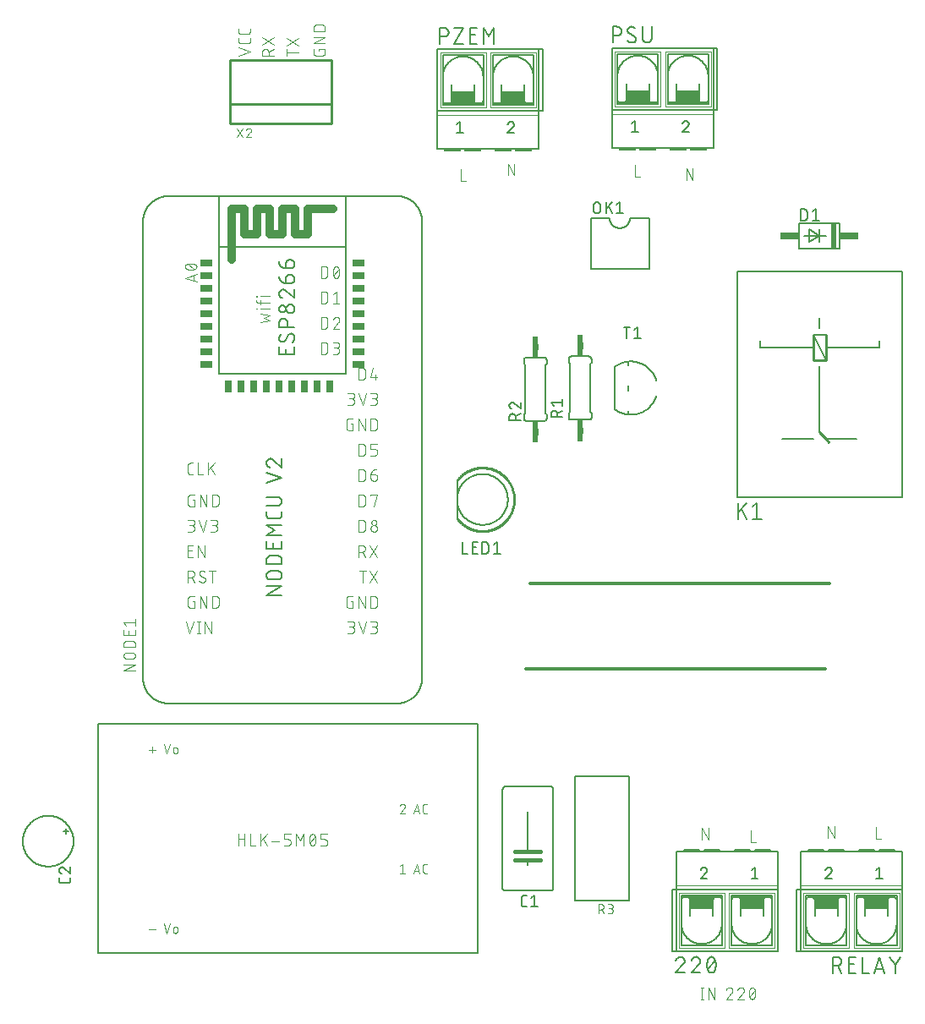
<source format=gbr>
G04 EAGLE Gerber RS-274X export*
G75*
%MOMM*%
%FSLAX34Y34*%
%LPD*%
%INSilkscreen Top*%
%IPPOS*%
%AMOC8*
5,1,8,0,0,1.08239X$1,22.5*%
G01*
%ADD10C,0.101600*%
%ADD11C,0.304800*%
%ADD12C,0.127000*%
%ADD13C,0.152400*%
%ADD14R,0.508000X2.540000*%
%ADD15R,1.905000X0.762000*%
%ADD16C,0.609600*%
%ADD17R,0.609600X0.863600*%
%ADD18R,1.270000X0.635000*%
%ADD19R,0.635000X1.270000*%
%ADD20C,0.812800*%
%ADD21C,0.254000*%
%ADD22C,0.050800*%
%ADD23R,2.286000X1.143000*%
%ADD24C,0.177800*%
%ADD25C,0.203200*%
%ADD26C,0.076200*%
%ADD27C,0.150000*%
%ADD28C,0.406400*%


D10*
X340307Y959042D02*
X340307Y960989D01*
X346798Y960989D01*
X346798Y957094D01*
X346796Y956995D01*
X346790Y956895D01*
X346781Y956796D01*
X346768Y956698D01*
X346751Y956600D01*
X346730Y956502D01*
X346705Y956406D01*
X346677Y956311D01*
X346645Y956217D01*
X346610Y956124D01*
X346571Y956032D01*
X346528Y955942D01*
X346483Y955854D01*
X346433Y955767D01*
X346381Y955683D01*
X346325Y955600D01*
X346267Y955520D01*
X346205Y955442D01*
X346140Y955367D01*
X346072Y955294D01*
X346002Y955224D01*
X345929Y955156D01*
X345854Y955091D01*
X345776Y955029D01*
X345696Y954971D01*
X345613Y954915D01*
X345529Y954863D01*
X345442Y954813D01*
X345354Y954768D01*
X345264Y954725D01*
X345172Y954686D01*
X345079Y954651D01*
X344985Y954619D01*
X344890Y954591D01*
X344794Y954566D01*
X344696Y954545D01*
X344598Y954528D01*
X344500Y954515D01*
X344401Y954506D01*
X344301Y954500D01*
X344202Y954498D01*
X337711Y954498D01*
X337711Y954497D02*
X337612Y954499D01*
X337512Y954505D01*
X337413Y954514D01*
X337315Y954527D01*
X337217Y954545D01*
X337119Y954565D01*
X337023Y954590D01*
X336927Y954618D01*
X336833Y954650D01*
X336740Y954685D01*
X336649Y954724D01*
X336559Y954767D01*
X336470Y954812D01*
X336384Y954862D01*
X336299Y954914D01*
X336217Y954970D01*
X336137Y955029D01*
X336059Y955090D01*
X335983Y955155D01*
X335910Y955223D01*
X335840Y955293D01*
X335772Y955366D01*
X335707Y955442D01*
X335646Y955520D01*
X335587Y955600D01*
X335531Y955682D01*
X335479Y955767D01*
X335430Y955853D01*
X335384Y955942D01*
X335341Y956032D01*
X335302Y956123D01*
X335267Y956216D01*
X335235Y956310D01*
X335207Y956406D01*
X335182Y956502D01*
X335162Y956600D01*
X335144Y956698D01*
X335131Y956796D01*
X335122Y956895D01*
X335116Y956994D01*
X335114Y957094D01*
X335114Y960989D01*
X335114Y966690D02*
X346798Y966690D01*
X346798Y973181D02*
X335114Y966690D01*
X335114Y973181D02*
X346798Y973181D01*
X346798Y978882D02*
X335114Y978882D01*
X335114Y982127D01*
X335116Y982240D01*
X335122Y982353D01*
X335132Y982466D01*
X335146Y982579D01*
X335163Y982691D01*
X335185Y982802D01*
X335210Y982912D01*
X335240Y983022D01*
X335273Y983130D01*
X335310Y983237D01*
X335350Y983343D01*
X335395Y983447D01*
X335443Y983550D01*
X335494Y983651D01*
X335549Y983750D01*
X335607Y983847D01*
X335669Y983942D01*
X335734Y984035D01*
X335802Y984125D01*
X335873Y984213D01*
X335948Y984299D01*
X336025Y984382D01*
X336105Y984462D01*
X336188Y984539D01*
X336274Y984614D01*
X336362Y984685D01*
X336452Y984753D01*
X336545Y984818D01*
X336640Y984880D01*
X336737Y984938D01*
X336836Y984993D01*
X336937Y985044D01*
X337040Y985092D01*
X337144Y985137D01*
X337250Y985177D01*
X337357Y985214D01*
X337465Y985247D01*
X337575Y985277D01*
X337685Y985302D01*
X337796Y985324D01*
X337908Y985341D01*
X338021Y985355D01*
X338134Y985365D01*
X338247Y985371D01*
X338360Y985373D01*
X343553Y985373D01*
X343666Y985371D01*
X343779Y985365D01*
X343892Y985355D01*
X344005Y985341D01*
X344117Y985324D01*
X344228Y985302D01*
X344338Y985277D01*
X344448Y985247D01*
X344556Y985214D01*
X344663Y985177D01*
X344769Y985137D01*
X344873Y985092D01*
X344976Y985044D01*
X345077Y984993D01*
X345176Y984938D01*
X345273Y984880D01*
X345368Y984818D01*
X345461Y984753D01*
X345551Y984685D01*
X345639Y984614D01*
X345725Y984539D01*
X345808Y984462D01*
X345888Y984382D01*
X345965Y984299D01*
X346040Y984213D01*
X346111Y984125D01*
X346179Y984035D01*
X346244Y983942D01*
X346306Y983847D01*
X346364Y983750D01*
X346419Y983651D01*
X346470Y983550D01*
X346518Y983447D01*
X346563Y983343D01*
X346603Y983237D01*
X346640Y983130D01*
X346673Y983022D01*
X346703Y982912D01*
X346728Y982802D01*
X346750Y982691D01*
X346767Y982579D01*
X346781Y982466D01*
X346791Y982353D01*
X346797Y982240D01*
X346799Y982127D01*
X346798Y982127D02*
X346798Y978882D01*
X320330Y957744D02*
X308646Y957744D01*
X308646Y960989D02*
X308646Y954498D01*
X320330Y964517D02*
X308646Y972306D01*
X308646Y964517D02*
X320330Y972306D01*
X295344Y954498D02*
X283660Y954498D01*
X283660Y957744D01*
X283659Y957744D02*
X283661Y957857D01*
X283667Y957970D01*
X283677Y958083D01*
X283691Y958196D01*
X283708Y958308D01*
X283730Y958419D01*
X283755Y958529D01*
X283785Y958639D01*
X283818Y958747D01*
X283855Y958854D01*
X283895Y958960D01*
X283940Y959064D01*
X283988Y959167D01*
X284039Y959268D01*
X284094Y959367D01*
X284152Y959464D01*
X284214Y959559D01*
X284279Y959652D01*
X284347Y959742D01*
X284418Y959830D01*
X284493Y959916D01*
X284570Y959999D01*
X284650Y960079D01*
X284733Y960156D01*
X284819Y960231D01*
X284907Y960302D01*
X284997Y960370D01*
X285090Y960435D01*
X285185Y960497D01*
X285282Y960555D01*
X285381Y960610D01*
X285482Y960661D01*
X285585Y960709D01*
X285689Y960754D01*
X285795Y960794D01*
X285902Y960831D01*
X286010Y960864D01*
X286120Y960894D01*
X286230Y960919D01*
X286341Y960941D01*
X286453Y960958D01*
X286566Y960972D01*
X286679Y960982D01*
X286792Y960988D01*
X286905Y960990D01*
X287018Y960988D01*
X287131Y960982D01*
X287244Y960972D01*
X287357Y960958D01*
X287469Y960941D01*
X287580Y960919D01*
X287690Y960894D01*
X287800Y960864D01*
X287908Y960831D01*
X288015Y960794D01*
X288121Y960754D01*
X288225Y960709D01*
X288328Y960661D01*
X288429Y960610D01*
X288528Y960555D01*
X288625Y960497D01*
X288720Y960435D01*
X288813Y960370D01*
X288903Y960302D01*
X288991Y960231D01*
X289077Y960156D01*
X289160Y960079D01*
X289240Y959999D01*
X289317Y959916D01*
X289392Y959830D01*
X289463Y959742D01*
X289531Y959652D01*
X289596Y959559D01*
X289658Y959464D01*
X289716Y959367D01*
X289771Y959268D01*
X289822Y959167D01*
X289870Y959064D01*
X289915Y958960D01*
X289955Y958854D01*
X289992Y958747D01*
X290025Y958639D01*
X290055Y958529D01*
X290080Y958419D01*
X290102Y958308D01*
X290119Y958196D01*
X290133Y958083D01*
X290143Y957970D01*
X290149Y957857D01*
X290151Y957744D01*
X290151Y954498D01*
X290151Y958393D02*
X295344Y960989D01*
X295344Y965205D02*
X283660Y972995D01*
X283660Y965205D02*
X295344Y972995D01*
X271686Y958393D02*
X260002Y954498D01*
X260002Y962287D02*
X271686Y958393D01*
X271686Y969140D02*
X271686Y971737D01*
X271685Y969140D02*
X271683Y969041D01*
X271677Y968941D01*
X271668Y968842D01*
X271655Y968744D01*
X271638Y968646D01*
X271617Y968548D01*
X271592Y968452D01*
X271564Y968357D01*
X271532Y968263D01*
X271497Y968170D01*
X271458Y968078D01*
X271415Y967988D01*
X271370Y967900D01*
X271320Y967813D01*
X271268Y967729D01*
X271212Y967646D01*
X271154Y967566D01*
X271092Y967488D01*
X271027Y967413D01*
X270959Y967340D01*
X270889Y967270D01*
X270816Y967202D01*
X270741Y967137D01*
X270663Y967075D01*
X270583Y967017D01*
X270500Y966961D01*
X270416Y966909D01*
X270329Y966859D01*
X270241Y966814D01*
X270151Y966771D01*
X270059Y966732D01*
X269966Y966697D01*
X269872Y966665D01*
X269777Y966637D01*
X269681Y966612D01*
X269583Y966591D01*
X269485Y966574D01*
X269387Y966561D01*
X269288Y966552D01*
X269188Y966546D01*
X269089Y966544D01*
X262598Y966544D01*
X262598Y966543D02*
X262499Y966545D01*
X262399Y966551D01*
X262300Y966560D01*
X262202Y966573D01*
X262104Y966591D01*
X262006Y966611D01*
X261910Y966636D01*
X261814Y966664D01*
X261720Y966696D01*
X261627Y966731D01*
X261536Y966770D01*
X261446Y966813D01*
X261357Y966858D01*
X261271Y966908D01*
X261186Y966960D01*
X261104Y967016D01*
X261024Y967075D01*
X260946Y967136D01*
X260870Y967201D01*
X260797Y967269D01*
X260727Y967339D01*
X260659Y967412D01*
X260594Y967488D01*
X260533Y967566D01*
X260474Y967646D01*
X260418Y967728D01*
X260366Y967813D01*
X260317Y967899D01*
X260271Y967988D01*
X260228Y968078D01*
X260189Y968169D01*
X260154Y968262D01*
X260122Y968356D01*
X260094Y968452D01*
X260069Y968548D01*
X260049Y968646D01*
X260031Y968744D01*
X260018Y968842D01*
X260009Y968941D01*
X260003Y969040D01*
X260001Y969140D01*
X260002Y969140D02*
X260002Y971737D01*
X271686Y978665D02*
X271686Y981262D01*
X271685Y978665D02*
X271683Y978566D01*
X271677Y978466D01*
X271668Y978367D01*
X271655Y978269D01*
X271638Y978171D01*
X271617Y978073D01*
X271592Y977977D01*
X271564Y977882D01*
X271532Y977788D01*
X271497Y977695D01*
X271458Y977603D01*
X271415Y977513D01*
X271370Y977425D01*
X271320Y977338D01*
X271268Y977254D01*
X271212Y977171D01*
X271154Y977091D01*
X271092Y977013D01*
X271027Y976938D01*
X270959Y976865D01*
X270889Y976795D01*
X270816Y976727D01*
X270741Y976662D01*
X270663Y976600D01*
X270583Y976542D01*
X270500Y976486D01*
X270416Y976434D01*
X270329Y976384D01*
X270241Y976339D01*
X270151Y976296D01*
X270059Y976257D01*
X269966Y976222D01*
X269872Y976190D01*
X269777Y976162D01*
X269681Y976137D01*
X269583Y976116D01*
X269485Y976099D01*
X269387Y976086D01*
X269288Y976077D01*
X269188Y976071D01*
X269089Y976069D01*
X262598Y976069D01*
X262598Y976068D02*
X262499Y976070D01*
X262399Y976076D01*
X262300Y976085D01*
X262202Y976098D01*
X262104Y976116D01*
X262006Y976136D01*
X261910Y976161D01*
X261814Y976189D01*
X261720Y976221D01*
X261627Y976256D01*
X261536Y976295D01*
X261446Y976338D01*
X261357Y976383D01*
X261271Y976433D01*
X261186Y976485D01*
X261104Y976541D01*
X261024Y976600D01*
X260946Y976661D01*
X260870Y976726D01*
X260797Y976794D01*
X260727Y976864D01*
X260659Y976937D01*
X260594Y977013D01*
X260533Y977091D01*
X260474Y977171D01*
X260418Y977253D01*
X260366Y977338D01*
X260317Y977424D01*
X260271Y977513D01*
X260228Y977603D01*
X260189Y977694D01*
X260154Y977787D01*
X260122Y977881D01*
X260094Y977977D01*
X260069Y978073D01*
X260049Y978171D01*
X260031Y978269D01*
X260018Y978367D01*
X260009Y978466D01*
X260003Y978565D01*
X260001Y978665D01*
X260002Y978665D02*
X260002Y981262D01*
X724173Y21383D02*
X724173Y9699D01*
X722875Y9699D02*
X725472Y9699D01*
X725472Y21383D02*
X722875Y21383D01*
X730453Y21383D02*
X730453Y9699D01*
X736944Y9699D02*
X730453Y21383D01*
X736944Y21383D02*
X736944Y9699D01*
X751930Y21383D02*
X752037Y21381D01*
X752143Y21375D01*
X752249Y21365D01*
X752355Y21352D01*
X752461Y21334D01*
X752565Y21313D01*
X752669Y21288D01*
X752772Y21259D01*
X752873Y21227D01*
X752973Y21190D01*
X753072Y21150D01*
X753170Y21107D01*
X753266Y21060D01*
X753360Y21009D01*
X753452Y20955D01*
X753542Y20898D01*
X753630Y20838D01*
X753715Y20774D01*
X753798Y20707D01*
X753879Y20637D01*
X753957Y20565D01*
X754033Y20489D01*
X754105Y20411D01*
X754175Y20330D01*
X754242Y20247D01*
X754306Y20162D01*
X754366Y20074D01*
X754423Y19984D01*
X754477Y19892D01*
X754528Y19798D01*
X754575Y19702D01*
X754618Y19604D01*
X754658Y19505D01*
X754695Y19405D01*
X754727Y19304D01*
X754756Y19201D01*
X754781Y19097D01*
X754802Y18993D01*
X754820Y18887D01*
X754833Y18781D01*
X754843Y18675D01*
X754849Y18569D01*
X754851Y18462D01*
X751930Y21383D02*
X751809Y21381D01*
X751688Y21375D01*
X751568Y21365D01*
X751447Y21352D01*
X751328Y21334D01*
X751208Y21313D01*
X751090Y21288D01*
X750973Y21259D01*
X750856Y21226D01*
X750741Y21190D01*
X750627Y21149D01*
X750514Y21106D01*
X750402Y21058D01*
X750293Y21007D01*
X750185Y20952D01*
X750078Y20894D01*
X749974Y20833D01*
X749872Y20768D01*
X749772Y20700D01*
X749674Y20629D01*
X749578Y20555D01*
X749485Y20478D01*
X749395Y20397D01*
X749307Y20314D01*
X749222Y20228D01*
X749139Y20139D01*
X749060Y20048D01*
X748983Y19954D01*
X748910Y19858D01*
X748840Y19760D01*
X748773Y19659D01*
X748709Y19556D01*
X748649Y19451D01*
X748592Y19344D01*
X748538Y19236D01*
X748488Y19126D01*
X748442Y19014D01*
X748399Y18901D01*
X748360Y18786D01*
X753877Y16190D02*
X753956Y16267D01*
X754032Y16348D01*
X754105Y16431D01*
X754175Y16516D01*
X754242Y16604D01*
X754306Y16694D01*
X754366Y16786D01*
X754423Y16881D01*
X754477Y16977D01*
X754528Y17075D01*
X754575Y17175D01*
X754619Y17277D01*
X754659Y17380D01*
X754695Y17484D01*
X754727Y17590D01*
X754756Y17696D01*
X754781Y17804D01*
X754803Y17912D01*
X754820Y18022D01*
X754834Y18131D01*
X754843Y18241D01*
X754849Y18352D01*
X754851Y18462D01*
X753877Y16190D02*
X748360Y9699D01*
X754851Y9699D01*
X766281Y18462D02*
X766279Y18569D01*
X766273Y18675D01*
X766263Y18781D01*
X766250Y18887D01*
X766232Y18993D01*
X766211Y19097D01*
X766186Y19201D01*
X766157Y19304D01*
X766125Y19405D01*
X766088Y19505D01*
X766048Y19604D01*
X766005Y19702D01*
X765958Y19798D01*
X765907Y19892D01*
X765853Y19984D01*
X765796Y20074D01*
X765736Y20162D01*
X765672Y20247D01*
X765605Y20330D01*
X765535Y20411D01*
X765463Y20489D01*
X765387Y20565D01*
X765309Y20637D01*
X765228Y20707D01*
X765145Y20774D01*
X765060Y20838D01*
X764972Y20898D01*
X764882Y20955D01*
X764790Y21009D01*
X764696Y21060D01*
X764600Y21107D01*
X764502Y21150D01*
X764403Y21190D01*
X764303Y21227D01*
X764202Y21259D01*
X764099Y21288D01*
X763995Y21313D01*
X763891Y21334D01*
X763785Y21352D01*
X763679Y21365D01*
X763573Y21375D01*
X763467Y21381D01*
X763360Y21383D01*
X763239Y21381D01*
X763118Y21375D01*
X762998Y21365D01*
X762877Y21352D01*
X762758Y21334D01*
X762638Y21313D01*
X762520Y21288D01*
X762403Y21259D01*
X762286Y21226D01*
X762171Y21190D01*
X762057Y21149D01*
X761944Y21106D01*
X761832Y21058D01*
X761723Y21007D01*
X761615Y20952D01*
X761508Y20894D01*
X761404Y20833D01*
X761302Y20768D01*
X761202Y20700D01*
X761104Y20629D01*
X761008Y20555D01*
X760915Y20478D01*
X760825Y20397D01*
X760737Y20314D01*
X760652Y20228D01*
X760569Y20139D01*
X760490Y20048D01*
X760413Y19954D01*
X760340Y19858D01*
X760270Y19760D01*
X760203Y19659D01*
X760139Y19556D01*
X760079Y19451D01*
X760022Y19344D01*
X759968Y19236D01*
X759918Y19126D01*
X759872Y19014D01*
X759829Y18901D01*
X759790Y18786D01*
X765307Y16190D02*
X765386Y16267D01*
X765462Y16348D01*
X765535Y16431D01*
X765605Y16516D01*
X765672Y16604D01*
X765736Y16694D01*
X765796Y16786D01*
X765853Y16881D01*
X765907Y16977D01*
X765958Y17075D01*
X766005Y17175D01*
X766049Y17277D01*
X766089Y17380D01*
X766125Y17484D01*
X766157Y17590D01*
X766186Y17696D01*
X766211Y17804D01*
X766233Y17912D01*
X766250Y18022D01*
X766264Y18131D01*
X766273Y18241D01*
X766279Y18352D01*
X766281Y18462D01*
X765307Y16190D02*
X759790Y9699D01*
X766281Y9699D01*
X771220Y15541D02*
X771223Y15771D01*
X771231Y16001D01*
X771245Y16230D01*
X771264Y16459D01*
X771289Y16688D01*
X771319Y16915D01*
X771354Y17143D01*
X771395Y17369D01*
X771441Y17594D01*
X771493Y17818D01*
X771550Y18040D01*
X771612Y18262D01*
X771680Y18481D01*
X771753Y18699D01*
X771831Y18916D01*
X771914Y19130D01*
X772002Y19342D01*
X772095Y19552D01*
X772194Y19760D01*
X772193Y19760D02*
X772226Y19850D01*
X772262Y19939D01*
X772302Y20027D01*
X772346Y20112D01*
X772393Y20196D01*
X772443Y20278D01*
X772497Y20358D01*
X772553Y20435D01*
X772613Y20511D01*
X772676Y20584D01*
X772741Y20654D01*
X772810Y20722D01*
X772881Y20786D01*
X772954Y20848D01*
X773030Y20907D01*
X773108Y20963D01*
X773189Y21016D01*
X773271Y21065D01*
X773355Y21111D01*
X773442Y21154D01*
X773529Y21193D01*
X773619Y21229D01*
X773709Y21261D01*
X773801Y21289D01*
X773894Y21314D01*
X773988Y21335D01*
X774082Y21352D01*
X774177Y21366D01*
X774273Y21375D01*
X774369Y21381D01*
X774465Y21383D01*
X774561Y21381D01*
X774657Y21375D01*
X774753Y21366D01*
X774848Y21352D01*
X774942Y21335D01*
X775036Y21314D01*
X775129Y21289D01*
X775221Y21261D01*
X775311Y21229D01*
X775401Y21193D01*
X775488Y21154D01*
X775575Y21111D01*
X775659Y21065D01*
X775741Y21016D01*
X775822Y20963D01*
X775900Y20907D01*
X775976Y20848D01*
X776049Y20786D01*
X776120Y20722D01*
X776189Y20654D01*
X776254Y20584D01*
X776317Y20511D01*
X776377Y20435D01*
X776433Y20358D01*
X776487Y20278D01*
X776537Y20196D01*
X776584Y20112D01*
X776628Y20027D01*
X776668Y19939D01*
X776704Y19850D01*
X776737Y19760D01*
X776836Y19553D01*
X776929Y19343D01*
X777017Y19130D01*
X777100Y18916D01*
X777178Y18700D01*
X777251Y18482D01*
X777319Y18262D01*
X777381Y18041D01*
X777438Y17818D01*
X777490Y17594D01*
X777536Y17369D01*
X777577Y17143D01*
X777612Y16916D01*
X777642Y16688D01*
X777667Y16459D01*
X777686Y16230D01*
X777700Y16001D01*
X777708Y15771D01*
X777711Y15541D01*
X771219Y15541D02*
X771222Y15311D01*
X771230Y15081D01*
X771244Y14852D01*
X771263Y14623D01*
X771288Y14394D01*
X771318Y14166D01*
X771353Y13939D01*
X771394Y13713D01*
X771440Y13488D01*
X771492Y13264D01*
X771549Y13041D01*
X771611Y12820D01*
X771679Y12600D01*
X771752Y12382D01*
X771830Y12166D01*
X771913Y11952D01*
X772001Y11740D01*
X772094Y11529D01*
X772193Y11322D01*
X772226Y11232D01*
X772262Y11143D01*
X772303Y11055D01*
X772346Y10970D01*
X772393Y10886D01*
X772443Y10804D01*
X772497Y10724D01*
X772553Y10647D01*
X772613Y10571D01*
X772676Y10498D01*
X772741Y10428D01*
X772810Y10360D01*
X772881Y10296D01*
X772954Y10234D01*
X773030Y10175D01*
X773108Y10119D01*
X773189Y10066D01*
X773271Y10017D01*
X773355Y9971D01*
X773442Y9928D01*
X773529Y9889D01*
X773619Y9853D01*
X773709Y9821D01*
X773801Y9793D01*
X773894Y9768D01*
X773988Y9747D01*
X774082Y9730D01*
X774177Y9716D01*
X774273Y9707D01*
X774369Y9701D01*
X774465Y9699D01*
X776737Y11322D02*
X776836Y11529D01*
X776929Y11740D01*
X777017Y11952D01*
X777100Y12166D01*
X777178Y12382D01*
X777251Y12600D01*
X777319Y12820D01*
X777381Y13041D01*
X777438Y13264D01*
X777490Y13488D01*
X777536Y13713D01*
X777577Y13939D01*
X777612Y14166D01*
X777642Y14394D01*
X777667Y14623D01*
X777686Y14852D01*
X777700Y15081D01*
X777708Y15311D01*
X777711Y15541D01*
X776737Y11322D02*
X776704Y11232D01*
X776668Y11143D01*
X776628Y11055D01*
X776584Y10970D01*
X776537Y10886D01*
X776487Y10804D01*
X776433Y10724D01*
X776377Y10647D01*
X776317Y10571D01*
X776254Y10498D01*
X776189Y10428D01*
X776120Y10360D01*
X776049Y10296D01*
X775976Y10234D01*
X775900Y10175D01*
X775822Y10119D01*
X775741Y10066D01*
X775659Y10017D01*
X775575Y9971D01*
X775488Y9928D01*
X775401Y9889D01*
X775311Y9853D01*
X775221Y9821D01*
X775129Y9793D01*
X775036Y9768D01*
X774942Y9747D01*
X774848Y9730D01*
X774753Y9716D01*
X774657Y9707D01*
X774561Y9701D01*
X774465Y9699D01*
X771869Y12296D02*
X777062Y18787D01*
X773317Y167116D02*
X773317Y178800D01*
X773317Y167116D02*
X778510Y167116D01*
X482627Y829067D02*
X482627Y840751D01*
X482627Y829067D02*
X487820Y829067D01*
X656726Y833464D02*
X656726Y845148D01*
X656726Y833464D02*
X661919Y833464D01*
X898338Y181995D02*
X898338Y170311D01*
X903531Y170311D01*
X724278Y169270D02*
X724278Y180954D01*
X730769Y169270D01*
X730769Y180954D01*
X529976Y834550D02*
X529976Y846234D01*
X536467Y834550D01*
X536467Y846234D01*
X708431Y841339D02*
X708431Y829655D01*
X714922Y829655D02*
X708431Y841339D01*
X714922Y841339D02*
X714922Y829655D01*
X850131Y182497D02*
X850131Y170813D01*
X856622Y170813D02*
X850131Y182497D01*
X856622Y182497D02*
X856622Y170813D01*
D11*
X847283Y340017D02*
X547778Y340017D01*
X552486Y425877D02*
X851991Y425877D01*
D12*
X650420Y648093D02*
X649787Y648025D01*
X649157Y647942D01*
X648529Y647843D01*
X647903Y647730D01*
X647281Y647602D01*
X646661Y647460D01*
X646045Y647302D01*
X645433Y647130D01*
X644825Y646943D01*
X644222Y646742D01*
X643624Y646527D01*
X643031Y646297D01*
X642444Y646054D01*
X641863Y645796D01*
X641288Y645525D01*
X640719Y645240D01*
X640158Y644941D01*
X639604Y644629D01*
X639057Y644304D01*
X638519Y643967D01*
X637989Y643616D01*
X637467Y643253D01*
X636954Y642877D01*
X636450Y642490D01*
X650420Y648093D02*
X651069Y648147D01*
X651718Y648185D01*
X652369Y648207D01*
X653020Y648214D01*
X653671Y648205D01*
X654321Y648179D01*
X654971Y648138D01*
X655619Y648081D01*
X656266Y648008D01*
X656911Y647920D01*
X657554Y647815D01*
X658194Y647695D01*
X658830Y647560D01*
X659464Y647409D01*
X660093Y647242D01*
X660718Y647061D01*
X661339Y646864D01*
X661954Y646652D01*
X662564Y646425D01*
X663169Y646183D01*
X663767Y645926D01*
X664359Y645655D01*
X664944Y645370D01*
X665522Y645070D01*
X666092Y644757D01*
X666655Y644429D01*
X667209Y644088D01*
X667755Y643734D01*
X668292Y643366D01*
X668821Y642985D01*
X669339Y642592D01*
X669848Y642186D01*
X670347Y641768D01*
X670835Y641337D01*
X671313Y640895D01*
X671780Y640441D01*
X672235Y639976D01*
X672679Y639500D01*
X673112Y639014D01*
X673532Y638517D01*
X673940Y638010D01*
X674336Y637493D01*
X674719Y636966D01*
X675089Y636430D01*
X675446Y635886D01*
X675789Y635333D01*
X676119Y634772D01*
X676435Y634202D01*
X676737Y633626D01*
X677024Y633042D01*
X677298Y632451D01*
X677557Y631854D01*
X677801Y631250D01*
X678031Y630641D01*
X678245Y630027D01*
X678445Y629407D01*
X678444Y613681D02*
X678245Y613066D01*
X678033Y612455D01*
X677805Y611850D01*
X677563Y611251D01*
X677306Y610658D01*
X677035Y610071D01*
X676750Y609491D01*
X676451Y608918D01*
X676138Y608352D01*
X675811Y607794D01*
X675471Y607244D01*
X675118Y606703D01*
X674752Y606170D01*
X674373Y605647D01*
X673981Y605132D01*
X673578Y604628D01*
X673161Y604133D01*
X672734Y603648D01*
X672294Y603174D01*
X671843Y602711D01*
X671381Y602259D01*
X670908Y601818D01*
X670425Y601389D01*
X669931Y600972D01*
X669428Y600566D01*
X668915Y600173D01*
X668392Y599793D01*
X667860Y599425D01*
X667320Y599071D01*
X666771Y598729D01*
X666214Y598401D01*
X665649Y598087D01*
X665077Y597786D01*
X664498Y597499D01*
X663911Y597227D01*
X663319Y596968D01*
X662720Y596725D01*
X662116Y596495D01*
X661506Y596281D01*
X660891Y596081D01*
X660272Y595896D01*
X659648Y595726D01*
X659020Y595572D01*
X658389Y595433D01*
X657755Y595309D01*
X657117Y595200D01*
X656478Y595107D01*
X655836Y595030D01*
X655193Y594968D01*
X654548Y594921D01*
X653902Y594891D01*
X653256Y594876D01*
X652610Y594876D01*
X651963Y594893D01*
X651318Y594925D01*
X650673Y594972D01*
X650030Y595035D01*
X649388Y595114D01*
X648749Y595208D01*
X648112Y595318D01*
X647477Y595443D01*
X646846Y595584D01*
X646219Y595740D01*
X645596Y595911D01*
X644977Y596097D01*
X644362Y596298D01*
X643753Y596513D01*
X643149Y596744D01*
X642551Y596989D01*
X641959Y597248D01*
X641373Y597522D01*
X640794Y597810D01*
X640223Y598112D01*
X639658Y598427D01*
X639102Y598756D01*
X638554Y599099D01*
X638014Y599455D01*
X637483Y599823D01*
X636961Y600205D01*
X636449Y600599D01*
X636450Y600599D02*
X636450Y642489D01*
X650420Y644081D02*
X650420Y648093D01*
X650420Y624407D02*
X650420Y618681D01*
X650420Y599007D02*
X650420Y594995D01*
X648995Y671386D02*
X648995Y682816D01*
X645820Y682816D02*
X652170Y682816D01*
X656488Y680276D02*
X659663Y682816D01*
X659663Y671386D01*
X656488Y671386D02*
X662838Y671386D01*
D13*
X821482Y786644D02*
X862122Y786644D01*
X821482Y786644D02*
X821482Y761244D01*
X862122Y761244D01*
X862122Y786644D01*
X848152Y773944D02*
X841802Y773944D01*
X831642Y767594D02*
X831642Y780294D01*
X841802Y773944D01*
X826562Y773944D01*
X831642Y767594D02*
X841802Y773944D01*
X841802Y767594D01*
X841802Y773944D02*
X841802Y780294D01*
D14*
X855772Y773944D03*
D15*
X811957Y773944D03*
X871647Y773944D03*
D12*
X823146Y789355D02*
X823146Y800785D01*
X826321Y800785D01*
X826432Y800783D01*
X826542Y800777D01*
X826653Y800768D01*
X826763Y800754D01*
X826872Y800737D01*
X826981Y800716D01*
X827089Y800691D01*
X827196Y800662D01*
X827302Y800630D01*
X827407Y800594D01*
X827510Y800554D01*
X827612Y800511D01*
X827713Y800464D01*
X827812Y800413D01*
X827909Y800360D01*
X828003Y800303D01*
X828096Y800242D01*
X828187Y800179D01*
X828276Y800112D01*
X828362Y800042D01*
X828445Y799969D01*
X828527Y799894D01*
X828605Y799816D01*
X828680Y799734D01*
X828753Y799651D01*
X828823Y799565D01*
X828890Y799476D01*
X828953Y799385D01*
X829014Y799292D01*
X829071Y799198D01*
X829124Y799101D01*
X829175Y799002D01*
X829222Y798901D01*
X829265Y798799D01*
X829305Y798696D01*
X829341Y798591D01*
X829373Y798485D01*
X829402Y798378D01*
X829427Y798270D01*
X829448Y798161D01*
X829465Y798052D01*
X829479Y797942D01*
X829488Y797831D01*
X829494Y797721D01*
X829496Y797610D01*
X829496Y792530D01*
X829494Y792419D01*
X829488Y792309D01*
X829479Y792198D01*
X829465Y792088D01*
X829448Y791979D01*
X829427Y791870D01*
X829402Y791762D01*
X829373Y791655D01*
X829341Y791549D01*
X829305Y791444D01*
X829265Y791341D01*
X829222Y791239D01*
X829175Y791138D01*
X829124Y791039D01*
X829071Y790943D01*
X829014Y790848D01*
X828953Y790755D01*
X828890Y790664D01*
X828823Y790575D01*
X828753Y790489D01*
X828680Y790406D01*
X828605Y790324D01*
X828527Y790246D01*
X828445Y790171D01*
X828362Y790098D01*
X828276Y790028D01*
X828187Y789961D01*
X828096Y789898D01*
X828003Y789837D01*
X827909Y789780D01*
X827812Y789727D01*
X827713Y789676D01*
X827612Y789629D01*
X827510Y789586D01*
X827407Y789546D01*
X827302Y789510D01*
X827196Y789478D01*
X827089Y789449D01*
X826981Y789424D01*
X826872Y789403D01*
X826763Y789386D01*
X826653Y789372D01*
X826542Y789363D01*
X826432Y789357D01*
X826321Y789355D01*
X823146Y789355D01*
X834957Y798245D02*
X838132Y800785D01*
X838132Y789355D01*
X834957Y789355D02*
X841307Y789355D01*
D13*
X671187Y791957D02*
X671187Y741157D01*
X612767Y741157D02*
X612767Y791957D01*
X612767Y741157D02*
X671187Y741157D01*
X671187Y791957D02*
X652137Y791957D01*
X631817Y791957D02*
X612767Y791957D01*
X631817Y791957D02*
X631820Y791710D01*
X631829Y791462D01*
X631844Y791215D01*
X631865Y790969D01*
X631892Y790723D01*
X631925Y790478D01*
X631964Y790233D01*
X632009Y789990D01*
X632060Y789748D01*
X632117Y789507D01*
X632179Y789268D01*
X632248Y789030D01*
X632322Y788794D01*
X632402Y788560D01*
X632487Y788328D01*
X632579Y788098D01*
X632675Y787870D01*
X632778Y787645D01*
X632885Y787422D01*
X632999Y787202D01*
X633117Y786985D01*
X633241Y786770D01*
X633370Y786559D01*
X633504Y786351D01*
X633643Y786146D01*
X633787Y785945D01*
X633935Y785747D01*
X634089Y785553D01*
X634247Y785363D01*
X634410Y785177D01*
X634577Y784995D01*
X634749Y784817D01*
X634925Y784643D01*
X635105Y784473D01*
X635290Y784308D01*
X635478Y784148D01*
X635670Y783992D01*
X635866Y783840D01*
X636065Y783694D01*
X636268Y783552D01*
X636475Y783416D01*
X636684Y783284D01*
X636897Y783158D01*
X637113Y783037D01*
X637331Y782921D01*
X637553Y782811D01*
X637777Y782706D01*
X638003Y782606D01*
X638232Y782512D01*
X638463Y782424D01*
X638697Y782341D01*
X638932Y782264D01*
X639169Y782193D01*
X639407Y782127D01*
X639647Y782068D01*
X639889Y782014D01*
X640132Y781966D01*
X640375Y781924D01*
X640620Y781888D01*
X640866Y781858D01*
X641112Y781834D01*
X641359Y781816D01*
X641606Y781804D01*
X641853Y781798D01*
X642101Y781798D01*
X642348Y781804D01*
X642595Y781816D01*
X642842Y781834D01*
X643088Y781858D01*
X643334Y781888D01*
X643579Y781924D01*
X643822Y781966D01*
X644065Y782014D01*
X644307Y782068D01*
X644547Y782127D01*
X644785Y782193D01*
X645022Y782264D01*
X645257Y782341D01*
X645491Y782424D01*
X645722Y782512D01*
X645951Y782606D01*
X646177Y782706D01*
X646401Y782811D01*
X646623Y782921D01*
X646841Y783037D01*
X647057Y783158D01*
X647270Y783284D01*
X647479Y783416D01*
X647686Y783552D01*
X647889Y783694D01*
X648088Y783840D01*
X648284Y783992D01*
X648476Y784148D01*
X648664Y784308D01*
X648849Y784473D01*
X649029Y784643D01*
X649205Y784817D01*
X649377Y784995D01*
X649544Y785177D01*
X649707Y785363D01*
X649865Y785553D01*
X650019Y785747D01*
X650167Y785945D01*
X650311Y786146D01*
X650450Y786351D01*
X650584Y786559D01*
X650713Y786770D01*
X650837Y786985D01*
X650955Y787202D01*
X651069Y787422D01*
X651176Y787645D01*
X651279Y787870D01*
X651375Y788098D01*
X651467Y788328D01*
X651552Y788560D01*
X651632Y788794D01*
X651706Y789030D01*
X651775Y789268D01*
X651837Y789507D01*
X651894Y789748D01*
X651945Y789990D01*
X651990Y790233D01*
X652029Y790478D01*
X652062Y790723D01*
X652089Y790969D01*
X652110Y791215D01*
X652125Y791462D01*
X652134Y791710D01*
X652137Y791957D01*
D12*
X615942Y799577D02*
X615942Y804657D01*
X615944Y804768D01*
X615950Y804878D01*
X615959Y804989D01*
X615973Y805099D01*
X615990Y805208D01*
X616011Y805317D01*
X616036Y805425D01*
X616065Y805532D01*
X616097Y805638D01*
X616133Y805743D01*
X616173Y805846D01*
X616216Y805948D01*
X616263Y806049D01*
X616314Y806148D01*
X616367Y806245D01*
X616424Y806339D01*
X616485Y806432D01*
X616548Y806523D01*
X616615Y806612D01*
X616685Y806698D01*
X616758Y806781D01*
X616833Y806863D01*
X616911Y806941D01*
X616993Y807016D01*
X617076Y807089D01*
X617162Y807159D01*
X617251Y807226D01*
X617342Y807289D01*
X617435Y807350D01*
X617530Y807407D01*
X617626Y807460D01*
X617725Y807511D01*
X617826Y807558D01*
X617928Y807601D01*
X618031Y807641D01*
X618136Y807677D01*
X618242Y807709D01*
X618349Y807738D01*
X618457Y807763D01*
X618566Y807784D01*
X618675Y807801D01*
X618785Y807815D01*
X618896Y807824D01*
X619006Y807830D01*
X619117Y807832D01*
X619228Y807830D01*
X619338Y807824D01*
X619449Y807815D01*
X619559Y807801D01*
X619668Y807784D01*
X619777Y807763D01*
X619885Y807738D01*
X619992Y807709D01*
X620098Y807677D01*
X620203Y807641D01*
X620306Y807601D01*
X620408Y807558D01*
X620509Y807511D01*
X620608Y807460D01*
X620705Y807407D01*
X620799Y807350D01*
X620892Y807289D01*
X620983Y807226D01*
X621072Y807159D01*
X621158Y807089D01*
X621241Y807016D01*
X621323Y806941D01*
X621401Y806863D01*
X621476Y806781D01*
X621549Y806698D01*
X621619Y806612D01*
X621686Y806523D01*
X621749Y806432D01*
X621810Y806339D01*
X621867Y806245D01*
X621920Y806148D01*
X621971Y806049D01*
X622018Y805948D01*
X622061Y805846D01*
X622101Y805743D01*
X622137Y805638D01*
X622169Y805532D01*
X622198Y805425D01*
X622223Y805317D01*
X622244Y805208D01*
X622261Y805099D01*
X622275Y804989D01*
X622284Y804878D01*
X622290Y804768D01*
X622292Y804657D01*
X622292Y799577D01*
X622290Y799466D01*
X622284Y799356D01*
X622275Y799245D01*
X622261Y799135D01*
X622244Y799026D01*
X622223Y798917D01*
X622198Y798809D01*
X622169Y798702D01*
X622137Y798596D01*
X622101Y798491D01*
X622061Y798388D01*
X622018Y798286D01*
X621971Y798185D01*
X621920Y798086D01*
X621867Y797990D01*
X621810Y797895D01*
X621749Y797802D01*
X621686Y797711D01*
X621619Y797622D01*
X621549Y797536D01*
X621476Y797453D01*
X621401Y797371D01*
X621323Y797293D01*
X621241Y797218D01*
X621158Y797145D01*
X621072Y797075D01*
X620983Y797008D01*
X620892Y796945D01*
X620799Y796884D01*
X620705Y796827D01*
X620608Y796774D01*
X620509Y796723D01*
X620408Y796676D01*
X620306Y796633D01*
X620203Y796593D01*
X620098Y796557D01*
X619992Y796525D01*
X619885Y796496D01*
X619777Y796471D01*
X619668Y796450D01*
X619559Y796433D01*
X619449Y796419D01*
X619338Y796410D01*
X619228Y796404D01*
X619117Y796402D01*
X619006Y796404D01*
X618896Y796410D01*
X618785Y796419D01*
X618675Y796433D01*
X618566Y796450D01*
X618457Y796471D01*
X618349Y796496D01*
X618242Y796525D01*
X618136Y796557D01*
X618031Y796593D01*
X617928Y796633D01*
X617826Y796676D01*
X617725Y796723D01*
X617626Y796774D01*
X617530Y796827D01*
X617435Y796884D01*
X617342Y796945D01*
X617251Y797008D01*
X617162Y797075D01*
X617076Y797145D01*
X616993Y797218D01*
X616911Y797293D01*
X616833Y797371D01*
X616758Y797453D01*
X616685Y797536D01*
X616615Y797622D01*
X616548Y797711D01*
X616485Y797802D01*
X616424Y797895D01*
X616367Y797990D01*
X616314Y798086D01*
X616263Y798185D01*
X616216Y798286D01*
X616173Y798388D01*
X616133Y798491D01*
X616097Y798596D01*
X616065Y798702D01*
X616036Y798809D01*
X616011Y798917D01*
X615990Y799026D01*
X615973Y799135D01*
X615959Y799245D01*
X615950Y799356D01*
X615944Y799466D01*
X615942Y799577D01*
X627944Y796402D02*
X627944Y807832D01*
X634294Y807832D02*
X627944Y800847D01*
X630484Y803387D02*
X634294Y796402D01*
X638802Y805292D02*
X641977Y807832D01*
X641977Y796402D01*
X638802Y796402D02*
X645152Y796402D01*
D13*
X611050Y653294D02*
X611150Y653292D01*
X611249Y653286D01*
X611349Y653276D01*
X611447Y653263D01*
X611546Y653245D01*
X611643Y653224D01*
X611739Y653199D01*
X611835Y653170D01*
X611929Y653137D01*
X612022Y653101D01*
X612113Y653061D01*
X612203Y653017D01*
X612291Y652970D01*
X612377Y652920D01*
X612461Y652866D01*
X612543Y652809D01*
X612622Y652749D01*
X612700Y652685D01*
X612774Y652619D01*
X612846Y652550D01*
X612915Y652478D01*
X612981Y652404D01*
X613045Y652326D01*
X613105Y652247D01*
X613162Y652165D01*
X613216Y652081D01*
X613266Y651995D01*
X613313Y651907D01*
X613357Y651817D01*
X613397Y651726D01*
X613433Y651633D01*
X613466Y651539D01*
X613495Y651443D01*
X613520Y651347D01*
X613541Y651250D01*
X613559Y651151D01*
X613572Y651053D01*
X613582Y650953D01*
X613588Y650854D01*
X613590Y650754D01*
X593270Y653294D02*
X593170Y653292D01*
X593071Y653286D01*
X592971Y653276D01*
X592873Y653263D01*
X592774Y653245D01*
X592677Y653224D01*
X592581Y653199D01*
X592485Y653170D01*
X592391Y653137D01*
X592298Y653101D01*
X592207Y653061D01*
X592117Y653017D01*
X592029Y652970D01*
X591943Y652920D01*
X591859Y652866D01*
X591777Y652809D01*
X591698Y652749D01*
X591620Y652685D01*
X591546Y652619D01*
X591474Y652550D01*
X591405Y652478D01*
X591339Y652404D01*
X591275Y652326D01*
X591215Y652247D01*
X591158Y652165D01*
X591104Y652081D01*
X591054Y651995D01*
X591007Y651907D01*
X590963Y651817D01*
X590923Y651726D01*
X590887Y651633D01*
X590854Y651539D01*
X590825Y651443D01*
X590800Y651347D01*
X590779Y651250D01*
X590761Y651151D01*
X590748Y651053D01*
X590738Y650953D01*
X590732Y650854D01*
X590730Y650754D01*
X590730Y592334D02*
X590732Y592234D01*
X590738Y592135D01*
X590748Y592035D01*
X590761Y591937D01*
X590779Y591838D01*
X590800Y591741D01*
X590825Y591645D01*
X590854Y591549D01*
X590887Y591455D01*
X590923Y591362D01*
X590963Y591271D01*
X591007Y591181D01*
X591054Y591093D01*
X591104Y591007D01*
X591158Y590923D01*
X591215Y590841D01*
X591275Y590762D01*
X591339Y590684D01*
X591405Y590610D01*
X591474Y590538D01*
X591546Y590469D01*
X591620Y590403D01*
X591698Y590339D01*
X591777Y590279D01*
X591859Y590222D01*
X591943Y590168D01*
X592029Y590118D01*
X592117Y590071D01*
X592207Y590027D01*
X592298Y589987D01*
X592391Y589951D01*
X592485Y589918D01*
X592581Y589889D01*
X592677Y589864D01*
X592774Y589843D01*
X592873Y589825D01*
X592971Y589812D01*
X593071Y589802D01*
X593170Y589796D01*
X593270Y589794D01*
X611050Y589794D02*
X611150Y589796D01*
X611249Y589802D01*
X611349Y589812D01*
X611447Y589825D01*
X611546Y589843D01*
X611643Y589864D01*
X611739Y589889D01*
X611835Y589918D01*
X611929Y589951D01*
X612022Y589987D01*
X612113Y590027D01*
X612203Y590071D01*
X612291Y590118D01*
X612377Y590168D01*
X612461Y590222D01*
X612543Y590279D01*
X612622Y590339D01*
X612700Y590403D01*
X612774Y590469D01*
X612846Y590538D01*
X612915Y590610D01*
X612981Y590684D01*
X613045Y590762D01*
X613105Y590841D01*
X613162Y590923D01*
X613216Y591007D01*
X613266Y591093D01*
X613313Y591181D01*
X613357Y591271D01*
X613397Y591362D01*
X613433Y591455D01*
X613466Y591549D01*
X613495Y591645D01*
X613520Y591741D01*
X613541Y591838D01*
X613559Y591937D01*
X613572Y592035D01*
X613582Y592135D01*
X613588Y592234D01*
X613590Y592334D01*
X611050Y653294D02*
X593270Y653294D01*
X613590Y650754D02*
X613590Y646944D01*
X612320Y645674D01*
X590730Y646944D02*
X590730Y650754D01*
X590730Y646944D02*
X592000Y645674D01*
X612320Y597414D02*
X613590Y596144D01*
X612320Y597414D02*
X612320Y645674D01*
X592000Y597414D02*
X590730Y596144D01*
X592000Y597414D02*
X592000Y645674D01*
X613590Y596144D02*
X613590Y592334D01*
X590730Y592334D02*
X590730Y596144D01*
X593270Y589794D02*
X611050Y589794D01*
D16*
X602160Y580904D02*
X602160Y577094D01*
X602160Y662184D02*
X602160Y665994D01*
D17*
X602160Y585476D03*
X602160Y657612D03*
X602160Y572776D03*
X602160Y670312D03*
D12*
X584650Y592594D02*
X573220Y592594D01*
X573220Y595769D01*
X573222Y595880D01*
X573228Y595990D01*
X573237Y596101D01*
X573251Y596211D01*
X573268Y596320D01*
X573289Y596429D01*
X573314Y596537D01*
X573343Y596644D01*
X573375Y596750D01*
X573411Y596855D01*
X573451Y596958D01*
X573494Y597060D01*
X573541Y597161D01*
X573592Y597260D01*
X573645Y597357D01*
X573702Y597451D01*
X573763Y597544D01*
X573826Y597635D01*
X573893Y597724D01*
X573963Y597810D01*
X574036Y597893D01*
X574111Y597975D01*
X574189Y598053D01*
X574271Y598128D01*
X574354Y598201D01*
X574440Y598271D01*
X574529Y598338D01*
X574620Y598401D01*
X574713Y598462D01*
X574808Y598519D01*
X574904Y598572D01*
X575003Y598623D01*
X575104Y598670D01*
X575206Y598713D01*
X575309Y598753D01*
X575414Y598789D01*
X575520Y598821D01*
X575627Y598850D01*
X575735Y598875D01*
X575844Y598896D01*
X575953Y598913D01*
X576063Y598927D01*
X576174Y598936D01*
X576284Y598942D01*
X576395Y598944D01*
X576506Y598942D01*
X576616Y598936D01*
X576727Y598927D01*
X576837Y598913D01*
X576946Y598896D01*
X577055Y598875D01*
X577163Y598850D01*
X577270Y598821D01*
X577376Y598789D01*
X577481Y598753D01*
X577584Y598713D01*
X577686Y598670D01*
X577787Y598623D01*
X577886Y598572D01*
X577983Y598519D01*
X578077Y598462D01*
X578170Y598401D01*
X578261Y598338D01*
X578350Y598271D01*
X578436Y598201D01*
X578519Y598128D01*
X578601Y598053D01*
X578679Y597975D01*
X578754Y597893D01*
X578827Y597810D01*
X578897Y597724D01*
X578964Y597635D01*
X579027Y597544D01*
X579088Y597451D01*
X579145Y597357D01*
X579198Y597260D01*
X579249Y597161D01*
X579296Y597060D01*
X579339Y596958D01*
X579379Y596855D01*
X579415Y596750D01*
X579447Y596644D01*
X579476Y596537D01*
X579501Y596429D01*
X579522Y596320D01*
X579539Y596211D01*
X579553Y596101D01*
X579562Y595990D01*
X579568Y595880D01*
X579570Y595769D01*
X579570Y592594D01*
X579570Y596404D02*
X584650Y598944D01*
X575760Y603941D02*
X573220Y607116D01*
X584650Y607116D01*
X584650Y603941D02*
X584650Y610291D01*
X164530Y788379D02*
X164530Y331179D01*
X189930Y813779D02*
X240730Y813779D01*
X367730Y813779D02*
X418530Y813779D01*
X443930Y788379D02*
X443930Y331179D01*
X418530Y305779D02*
X189930Y305779D01*
X189316Y305786D01*
X188703Y305809D01*
X188090Y305846D01*
X187479Y305898D01*
X186868Y305964D01*
X186260Y306046D01*
X185654Y306142D01*
X185050Y306252D01*
X184449Y306377D01*
X183851Y306517D01*
X183257Y306671D01*
X182667Y306840D01*
X182081Y307022D01*
X181500Y307219D01*
X180923Y307430D01*
X180352Y307654D01*
X179786Y307892D01*
X179226Y308144D01*
X178673Y308410D01*
X178126Y308688D01*
X177586Y308980D01*
X177053Y309285D01*
X176528Y309603D01*
X176010Y309933D01*
X175501Y310275D01*
X175000Y310630D01*
X174508Y310997D01*
X174025Y311375D01*
X173551Y311765D01*
X173087Y312167D01*
X172632Y312579D01*
X172188Y313003D01*
X171754Y313437D01*
X171330Y313881D01*
X170918Y314336D01*
X170516Y314800D01*
X170126Y315274D01*
X169748Y315757D01*
X169381Y316249D01*
X169026Y316750D01*
X168684Y317259D01*
X168354Y317777D01*
X168036Y318302D01*
X167731Y318835D01*
X167439Y319375D01*
X167161Y319922D01*
X166895Y320475D01*
X166643Y321035D01*
X166405Y321601D01*
X166181Y322172D01*
X165970Y322749D01*
X165773Y323330D01*
X165591Y323916D01*
X165422Y324506D01*
X165268Y325100D01*
X165128Y325698D01*
X165003Y326299D01*
X164893Y326903D01*
X164797Y327509D01*
X164715Y328117D01*
X164649Y328728D01*
X164597Y329339D01*
X164560Y329952D01*
X164537Y330565D01*
X164530Y331179D01*
X164530Y788379D02*
X164537Y788993D01*
X164560Y789606D01*
X164597Y790219D01*
X164649Y790830D01*
X164715Y791441D01*
X164797Y792049D01*
X164893Y792655D01*
X165003Y793259D01*
X165128Y793860D01*
X165268Y794458D01*
X165422Y795052D01*
X165591Y795642D01*
X165773Y796228D01*
X165970Y796809D01*
X166181Y797386D01*
X166405Y797957D01*
X166643Y798523D01*
X166895Y799083D01*
X167161Y799636D01*
X167439Y800183D01*
X167731Y800723D01*
X168036Y801256D01*
X168354Y801781D01*
X168684Y802299D01*
X169026Y802808D01*
X169381Y803309D01*
X169748Y803801D01*
X170126Y804284D01*
X170516Y804758D01*
X170918Y805222D01*
X171330Y805677D01*
X171754Y806121D01*
X172188Y806555D01*
X172632Y806979D01*
X173087Y807391D01*
X173551Y807793D01*
X174025Y808183D01*
X174508Y808561D01*
X175000Y808928D01*
X175501Y809283D01*
X176010Y809625D01*
X176528Y809955D01*
X177053Y810273D01*
X177586Y810578D01*
X178126Y810870D01*
X178673Y811148D01*
X179226Y811414D01*
X179786Y811666D01*
X180352Y811904D01*
X180923Y812128D01*
X181500Y812339D01*
X182081Y812536D01*
X182667Y812718D01*
X183257Y812887D01*
X183851Y813041D01*
X184449Y813181D01*
X185050Y813306D01*
X185654Y813416D01*
X186260Y813512D01*
X186868Y813594D01*
X187479Y813660D01*
X188090Y813712D01*
X188703Y813749D01*
X189316Y813772D01*
X189930Y813779D01*
X443930Y331179D02*
X443923Y330565D01*
X443900Y329952D01*
X443863Y329339D01*
X443811Y328728D01*
X443745Y328117D01*
X443663Y327509D01*
X443567Y326903D01*
X443457Y326299D01*
X443332Y325698D01*
X443192Y325100D01*
X443038Y324506D01*
X442869Y323916D01*
X442687Y323330D01*
X442490Y322749D01*
X442279Y322172D01*
X442055Y321601D01*
X441817Y321035D01*
X441565Y320475D01*
X441299Y319922D01*
X441021Y319375D01*
X440729Y318835D01*
X440424Y318302D01*
X440106Y317777D01*
X439776Y317259D01*
X439434Y316750D01*
X439079Y316249D01*
X438712Y315757D01*
X438334Y315274D01*
X437944Y314800D01*
X437542Y314336D01*
X437130Y313881D01*
X436706Y313437D01*
X436272Y313003D01*
X435828Y312579D01*
X435373Y312167D01*
X434909Y311765D01*
X434435Y311375D01*
X433952Y310997D01*
X433460Y310630D01*
X432959Y310275D01*
X432450Y309933D01*
X431932Y309603D01*
X431407Y309285D01*
X430874Y308980D01*
X430334Y308688D01*
X429787Y308410D01*
X429234Y308144D01*
X428674Y307892D01*
X428108Y307654D01*
X427537Y307430D01*
X426960Y307219D01*
X426379Y307022D01*
X425793Y306840D01*
X425203Y306671D01*
X424609Y306517D01*
X424011Y306377D01*
X423410Y306252D01*
X422806Y306142D01*
X422200Y306046D01*
X421592Y305964D01*
X420981Y305898D01*
X420370Y305846D01*
X419757Y305809D01*
X419144Y305786D01*
X418530Y305779D01*
X443930Y788379D02*
X443923Y788993D01*
X443900Y789606D01*
X443863Y790219D01*
X443811Y790830D01*
X443745Y791441D01*
X443663Y792049D01*
X443567Y792655D01*
X443457Y793259D01*
X443332Y793860D01*
X443192Y794458D01*
X443038Y795052D01*
X442869Y795642D01*
X442687Y796228D01*
X442490Y796809D01*
X442279Y797386D01*
X442055Y797957D01*
X441817Y798523D01*
X441565Y799083D01*
X441299Y799636D01*
X441021Y800183D01*
X440729Y800723D01*
X440424Y801256D01*
X440106Y801781D01*
X439776Y802299D01*
X439434Y802808D01*
X439079Y803309D01*
X438712Y803801D01*
X438334Y804284D01*
X437944Y804758D01*
X437542Y805222D01*
X437130Y805677D01*
X436706Y806121D01*
X436272Y806555D01*
X435828Y806979D01*
X435373Y807391D01*
X434909Y807793D01*
X434435Y808183D01*
X433952Y808561D01*
X433460Y808928D01*
X432959Y809283D01*
X432450Y809625D01*
X431932Y809955D01*
X431407Y810273D01*
X430874Y810578D01*
X430334Y810870D01*
X429787Y811148D01*
X429234Y811414D01*
X428674Y811666D01*
X428108Y811904D01*
X427537Y812128D01*
X426960Y812339D01*
X426379Y812536D01*
X425793Y812718D01*
X425203Y812887D01*
X424609Y813041D01*
X424011Y813181D01*
X423410Y813306D01*
X422806Y813416D01*
X422200Y813512D01*
X421592Y813594D01*
X420981Y813660D01*
X420370Y813712D01*
X419757Y813749D01*
X419144Y813772D01*
X418530Y813779D01*
D18*
X228030Y645504D03*
X228030Y658204D03*
X228030Y670904D03*
X228030Y683604D03*
X228030Y696304D03*
X228030Y709004D03*
X228030Y721704D03*
X228030Y734404D03*
X228030Y747104D03*
D19*
X250255Y623279D03*
X262955Y623279D03*
X275655Y623279D03*
X288355Y623279D03*
X301055Y623279D03*
X313755Y623279D03*
X326455Y623279D03*
X339155Y623279D03*
X351855Y623279D03*
D18*
X380430Y747104D03*
X380430Y645504D03*
X380430Y658204D03*
X380430Y670904D03*
X380430Y683604D03*
X380430Y696304D03*
X380430Y709004D03*
X380430Y721704D03*
X380430Y734404D03*
D12*
X240730Y762979D02*
X240730Y635979D01*
X240730Y762979D02*
X367730Y762979D01*
X367730Y635979D01*
X240730Y635979D01*
X240730Y762979D02*
X240730Y813779D01*
X367730Y813779D01*
X367730Y762979D01*
D20*
X253430Y750279D02*
X253430Y801079D01*
X266130Y801079D01*
X266130Y775679D01*
X278830Y775679D01*
X278830Y801079D01*
X291530Y801079D01*
X291530Y775679D01*
X304230Y775679D01*
X304230Y801079D01*
X316930Y801079D01*
X316930Y775679D01*
X329630Y775679D01*
X329630Y801079D01*
X355030Y801079D01*
D12*
X316295Y662550D02*
X316295Y655664D01*
X300801Y655664D01*
X300801Y662550D01*
X307687Y660829D02*
X307687Y655664D01*
X316295Y672694D02*
X316293Y672809D01*
X316287Y672924D01*
X316278Y673039D01*
X316264Y673153D01*
X316247Y673267D01*
X316226Y673380D01*
X316201Y673492D01*
X316173Y673604D01*
X316140Y673714D01*
X316104Y673823D01*
X316065Y673931D01*
X316022Y674038D01*
X315975Y674143D01*
X315925Y674247D01*
X315871Y674349D01*
X315814Y674449D01*
X315754Y674547D01*
X315691Y674643D01*
X315624Y674736D01*
X315554Y674828D01*
X315481Y674917D01*
X315406Y675004D01*
X315327Y675088D01*
X315246Y675169D01*
X315162Y675248D01*
X315075Y675323D01*
X314986Y675396D01*
X314894Y675466D01*
X314801Y675533D01*
X314705Y675596D01*
X314607Y675656D01*
X314507Y675713D01*
X314405Y675767D01*
X314301Y675817D01*
X314196Y675864D01*
X314089Y675907D01*
X313981Y675946D01*
X313872Y675982D01*
X313762Y676015D01*
X313650Y676043D01*
X313538Y676068D01*
X313425Y676089D01*
X313311Y676106D01*
X313197Y676120D01*
X313082Y676129D01*
X312967Y676135D01*
X312852Y676137D01*
X316295Y672694D02*
X316293Y672520D01*
X316287Y672346D01*
X316276Y672172D01*
X316262Y671999D01*
X316243Y671826D01*
X316220Y671653D01*
X316193Y671481D01*
X316162Y671310D01*
X316127Y671140D01*
X316088Y670970D01*
X316045Y670802D01*
X315997Y670634D01*
X315946Y670468D01*
X315891Y670303D01*
X315832Y670139D01*
X315768Y669977D01*
X315702Y669816D01*
X315631Y669657D01*
X315556Y669500D01*
X315478Y669344D01*
X315396Y669191D01*
X315310Y669039D01*
X315221Y668890D01*
X315128Y668743D01*
X315032Y668598D01*
X314932Y668455D01*
X314829Y668315D01*
X314723Y668177D01*
X314613Y668042D01*
X314500Y667910D01*
X314384Y667780D01*
X314265Y667653D01*
X314143Y667529D01*
X304244Y667960D02*
X304129Y667962D01*
X304014Y667968D01*
X303899Y667977D01*
X303785Y667991D01*
X303671Y668008D01*
X303558Y668029D01*
X303446Y668054D01*
X303334Y668082D01*
X303224Y668115D01*
X303115Y668151D01*
X303007Y668190D01*
X302900Y668233D01*
X302795Y668280D01*
X302691Y668330D01*
X302589Y668384D01*
X302489Y668441D01*
X302391Y668501D01*
X302295Y668564D01*
X302202Y668631D01*
X302110Y668701D01*
X302021Y668774D01*
X301934Y668849D01*
X301850Y668928D01*
X301769Y669009D01*
X301690Y669093D01*
X301615Y669180D01*
X301542Y669269D01*
X301472Y669361D01*
X301405Y669454D01*
X301342Y669550D01*
X301282Y669648D01*
X301225Y669748D01*
X301171Y669850D01*
X301121Y669954D01*
X301074Y670059D01*
X301031Y670166D01*
X300992Y670274D01*
X300956Y670383D01*
X300923Y670493D01*
X300895Y670605D01*
X300870Y670717D01*
X300849Y670830D01*
X300832Y670944D01*
X300818Y671058D01*
X300809Y671173D01*
X300803Y671288D01*
X300801Y671403D01*
X300803Y671563D01*
X300809Y671722D01*
X300819Y671882D01*
X300833Y672041D01*
X300850Y672200D01*
X300872Y672358D01*
X300898Y672516D01*
X300927Y672673D01*
X300961Y672829D01*
X300998Y672985D01*
X301039Y673139D01*
X301084Y673292D01*
X301132Y673445D01*
X301185Y673596D01*
X301241Y673745D01*
X301301Y673893D01*
X301364Y674040D01*
X301431Y674185D01*
X301502Y674328D01*
X301576Y674470D01*
X301654Y674610D01*
X301735Y674747D01*
X301819Y674883D01*
X301907Y675016D01*
X301998Y675148D01*
X302092Y675277D01*
X307257Y669682D02*
X307196Y669582D01*
X307131Y669484D01*
X307064Y669388D01*
X306993Y669295D01*
X306919Y669204D01*
X306842Y669116D01*
X306762Y669030D01*
X306679Y668947D01*
X306594Y668867D01*
X306506Y668790D01*
X306415Y668716D01*
X306322Y668645D01*
X306227Y668577D01*
X306129Y668512D01*
X306030Y668450D01*
X305928Y668392D01*
X305824Y668337D01*
X305719Y668286D01*
X305612Y668239D01*
X305503Y668195D01*
X305393Y668154D01*
X305282Y668118D01*
X305170Y668085D01*
X305056Y668056D01*
X304942Y668030D01*
X304827Y668009D01*
X304711Y667991D01*
X304595Y667978D01*
X304478Y667968D01*
X304361Y667962D01*
X304244Y667960D01*
X309839Y674415D02*
X309900Y674515D01*
X309965Y674613D01*
X310033Y674709D01*
X310103Y674802D01*
X310177Y674893D01*
X310254Y674981D01*
X310334Y675067D01*
X310417Y675150D01*
X310502Y675230D01*
X310590Y675307D01*
X310681Y675381D01*
X310774Y675453D01*
X310869Y675521D01*
X310967Y675585D01*
X311066Y675647D01*
X311168Y675705D01*
X311272Y675760D01*
X311377Y675811D01*
X311484Y675858D01*
X311593Y675902D01*
X311703Y675943D01*
X311814Y675979D01*
X311926Y676012D01*
X312040Y676041D01*
X312154Y676067D01*
X312269Y676088D01*
X312385Y676106D01*
X312501Y676119D01*
X312618Y676129D01*
X312735Y676135D01*
X312852Y676137D01*
X309839Y674416D02*
X307257Y669681D01*
X300801Y682592D02*
X316295Y682592D01*
X300801Y682592D02*
X300801Y686896D01*
X300803Y687026D01*
X300809Y687156D01*
X300819Y687286D01*
X300832Y687415D01*
X300850Y687544D01*
X300871Y687672D01*
X300897Y687799D01*
X300926Y687926D01*
X300959Y688052D01*
X300996Y688176D01*
X301036Y688300D01*
X301081Y688422D01*
X301129Y688543D01*
X301180Y688662D01*
X301235Y688780D01*
X301294Y688896D01*
X301356Y689010D01*
X301422Y689123D01*
X301491Y689233D01*
X301563Y689341D01*
X301638Y689447D01*
X301717Y689550D01*
X301799Y689651D01*
X301883Y689750D01*
X301971Y689846D01*
X302062Y689939D01*
X302155Y690030D01*
X302251Y690118D01*
X302350Y690202D01*
X302451Y690284D01*
X302554Y690363D01*
X302660Y690438D01*
X302768Y690510D01*
X302878Y690579D01*
X302991Y690645D01*
X303105Y690707D01*
X303221Y690766D01*
X303339Y690821D01*
X303458Y690872D01*
X303579Y690920D01*
X303701Y690965D01*
X303825Y691005D01*
X303949Y691042D01*
X304075Y691075D01*
X304202Y691104D01*
X304329Y691130D01*
X304457Y691151D01*
X304586Y691169D01*
X304715Y691182D01*
X304845Y691192D01*
X304975Y691198D01*
X305105Y691200D01*
X305235Y691198D01*
X305365Y691192D01*
X305495Y691182D01*
X305624Y691169D01*
X305753Y691151D01*
X305881Y691130D01*
X306008Y691104D01*
X306135Y691075D01*
X306261Y691042D01*
X306385Y691005D01*
X306509Y690965D01*
X306631Y690920D01*
X306752Y690872D01*
X306871Y690821D01*
X306989Y690766D01*
X307105Y690707D01*
X307219Y690645D01*
X307332Y690579D01*
X307442Y690510D01*
X307550Y690438D01*
X307656Y690363D01*
X307759Y690284D01*
X307860Y690202D01*
X307959Y690118D01*
X308055Y690030D01*
X308148Y689939D01*
X308239Y689846D01*
X308327Y689750D01*
X308411Y689651D01*
X308493Y689550D01*
X308572Y689447D01*
X308647Y689341D01*
X308719Y689233D01*
X308788Y689123D01*
X308854Y689010D01*
X308916Y688896D01*
X308975Y688780D01*
X309030Y688662D01*
X309081Y688543D01*
X309129Y688422D01*
X309174Y688300D01*
X309214Y688176D01*
X309251Y688052D01*
X309284Y687926D01*
X309313Y687799D01*
X309339Y687672D01*
X309360Y687544D01*
X309378Y687415D01*
X309391Y687286D01*
X309401Y687156D01*
X309407Y687026D01*
X309409Y686896D01*
X309409Y682592D01*
X311991Y696765D02*
X311861Y696767D01*
X311731Y696773D01*
X311601Y696783D01*
X311472Y696796D01*
X311343Y696814D01*
X311215Y696835D01*
X311088Y696861D01*
X310961Y696890D01*
X310835Y696923D01*
X310711Y696960D01*
X310587Y697000D01*
X310465Y697045D01*
X310344Y697093D01*
X310225Y697144D01*
X310107Y697199D01*
X309991Y697258D01*
X309877Y697320D01*
X309764Y697386D01*
X309654Y697455D01*
X309546Y697527D01*
X309440Y697602D01*
X309337Y697681D01*
X309236Y697763D01*
X309137Y697847D01*
X309041Y697935D01*
X308948Y698026D01*
X308857Y698119D01*
X308769Y698215D01*
X308685Y698314D01*
X308603Y698415D01*
X308524Y698518D01*
X308449Y698624D01*
X308377Y698732D01*
X308308Y698842D01*
X308242Y698955D01*
X308180Y699069D01*
X308121Y699185D01*
X308066Y699303D01*
X308015Y699422D01*
X307967Y699543D01*
X307922Y699665D01*
X307882Y699789D01*
X307845Y699913D01*
X307812Y700039D01*
X307783Y700166D01*
X307757Y700293D01*
X307736Y700421D01*
X307718Y700550D01*
X307705Y700679D01*
X307695Y700809D01*
X307689Y700939D01*
X307687Y701069D01*
X307689Y701199D01*
X307695Y701329D01*
X307705Y701459D01*
X307718Y701588D01*
X307736Y701717D01*
X307757Y701845D01*
X307783Y701972D01*
X307812Y702099D01*
X307845Y702225D01*
X307882Y702349D01*
X307922Y702473D01*
X307967Y702595D01*
X308015Y702716D01*
X308066Y702835D01*
X308121Y702953D01*
X308180Y703069D01*
X308242Y703183D01*
X308308Y703296D01*
X308377Y703406D01*
X308449Y703514D01*
X308524Y703620D01*
X308603Y703723D01*
X308685Y703824D01*
X308769Y703923D01*
X308857Y704019D01*
X308948Y704112D01*
X309041Y704203D01*
X309137Y704291D01*
X309236Y704375D01*
X309337Y704457D01*
X309440Y704536D01*
X309546Y704611D01*
X309654Y704683D01*
X309764Y704752D01*
X309877Y704818D01*
X309991Y704880D01*
X310107Y704939D01*
X310225Y704994D01*
X310344Y705045D01*
X310465Y705093D01*
X310587Y705138D01*
X310711Y705178D01*
X310835Y705215D01*
X310961Y705248D01*
X311088Y705277D01*
X311215Y705303D01*
X311343Y705324D01*
X311472Y705342D01*
X311601Y705355D01*
X311731Y705365D01*
X311861Y705371D01*
X311991Y705373D01*
X312121Y705371D01*
X312251Y705365D01*
X312381Y705355D01*
X312510Y705342D01*
X312639Y705324D01*
X312767Y705303D01*
X312894Y705277D01*
X313021Y705248D01*
X313147Y705215D01*
X313271Y705178D01*
X313395Y705138D01*
X313517Y705093D01*
X313638Y705045D01*
X313757Y704994D01*
X313875Y704939D01*
X313991Y704880D01*
X314105Y704818D01*
X314218Y704752D01*
X314328Y704683D01*
X314436Y704611D01*
X314542Y704536D01*
X314645Y704457D01*
X314746Y704375D01*
X314845Y704291D01*
X314941Y704203D01*
X315034Y704112D01*
X315125Y704019D01*
X315213Y703923D01*
X315297Y703824D01*
X315379Y703723D01*
X315458Y703620D01*
X315533Y703514D01*
X315605Y703406D01*
X315674Y703296D01*
X315740Y703183D01*
X315802Y703069D01*
X315861Y702953D01*
X315916Y702835D01*
X315967Y702716D01*
X316015Y702595D01*
X316060Y702473D01*
X316100Y702349D01*
X316137Y702225D01*
X316170Y702099D01*
X316199Y701972D01*
X316225Y701845D01*
X316246Y701717D01*
X316264Y701588D01*
X316277Y701459D01*
X316287Y701329D01*
X316293Y701199D01*
X316295Y701069D01*
X316293Y700939D01*
X316287Y700809D01*
X316277Y700679D01*
X316264Y700550D01*
X316246Y700421D01*
X316225Y700293D01*
X316199Y700166D01*
X316170Y700039D01*
X316137Y699913D01*
X316100Y699789D01*
X316060Y699665D01*
X316015Y699543D01*
X315967Y699422D01*
X315916Y699303D01*
X315861Y699185D01*
X315802Y699069D01*
X315740Y698955D01*
X315674Y698842D01*
X315605Y698732D01*
X315533Y698624D01*
X315458Y698518D01*
X315379Y698415D01*
X315297Y698314D01*
X315213Y698215D01*
X315125Y698119D01*
X315034Y698026D01*
X314941Y697935D01*
X314845Y697847D01*
X314746Y697763D01*
X314645Y697681D01*
X314542Y697602D01*
X314436Y697527D01*
X314328Y697455D01*
X314218Y697386D01*
X314105Y697320D01*
X313991Y697258D01*
X313875Y697199D01*
X313757Y697144D01*
X313638Y697093D01*
X313517Y697045D01*
X313395Y697000D01*
X313271Y696960D01*
X313147Y696923D01*
X313021Y696890D01*
X312894Y696861D01*
X312767Y696835D01*
X312639Y696814D01*
X312510Y696796D01*
X312381Y696783D01*
X312251Y696773D01*
X312121Y696767D01*
X311991Y696765D01*
X304244Y697626D02*
X304128Y697628D01*
X304012Y697634D01*
X303896Y697644D01*
X303780Y697657D01*
X303665Y697675D01*
X303551Y697696D01*
X303437Y697722D01*
X303325Y697751D01*
X303213Y697784D01*
X303103Y697821D01*
X302994Y697861D01*
X302886Y697905D01*
X302780Y697953D01*
X302676Y698004D01*
X302573Y698059D01*
X302472Y698117D01*
X302374Y698178D01*
X302277Y698243D01*
X302183Y698311D01*
X302091Y698382D01*
X302001Y698457D01*
X301914Y698534D01*
X301830Y698614D01*
X301749Y698697D01*
X301670Y698783D01*
X301594Y698871D01*
X301521Y698962D01*
X301452Y699055D01*
X301385Y699150D01*
X301322Y699248D01*
X301262Y699348D01*
X301206Y699449D01*
X301153Y699553D01*
X301103Y699658D01*
X301058Y699765D01*
X301015Y699873D01*
X300977Y699983D01*
X300942Y700094D01*
X300911Y700206D01*
X300884Y700319D01*
X300860Y700433D01*
X300841Y700548D01*
X300825Y700663D01*
X300813Y700779D01*
X300805Y700895D01*
X300801Y701011D01*
X300801Y701127D01*
X300805Y701243D01*
X300813Y701359D01*
X300825Y701475D01*
X300841Y701590D01*
X300860Y701705D01*
X300884Y701819D01*
X300911Y701932D01*
X300942Y702044D01*
X300977Y702155D01*
X301015Y702265D01*
X301058Y702373D01*
X301103Y702480D01*
X301153Y702585D01*
X301206Y702689D01*
X301262Y702791D01*
X301322Y702890D01*
X301385Y702988D01*
X301452Y703083D01*
X301521Y703176D01*
X301594Y703267D01*
X301670Y703355D01*
X301749Y703441D01*
X301830Y703524D01*
X301914Y703604D01*
X302001Y703681D01*
X302091Y703756D01*
X302183Y703827D01*
X302277Y703895D01*
X302374Y703960D01*
X302472Y704021D01*
X302573Y704079D01*
X302676Y704134D01*
X302780Y704185D01*
X302886Y704233D01*
X302994Y704277D01*
X303103Y704317D01*
X303213Y704354D01*
X303325Y704387D01*
X303437Y704416D01*
X303551Y704442D01*
X303665Y704463D01*
X303780Y704481D01*
X303896Y704494D01*
X304012Y704504D01*
X304128Y704510D01*
X304244Y704512D01*
X304360Y704510D01*
X304476Y704504D01*
X304592Y704494D01*
X304708Y704481D01*
X304823Y704463D01*
X304937Y704442D01*
X305051Y704416D01*
X305163Y704387D01*
X305275Y704354D01*
X305385Y704317D01*
X305494Y704277D01*
X305602Y704233D01*
X305708Y704185D01*
X305812Y704134D01*
X305915Y704079D01*
X306016Y704021D01*
X306114Y703960D01*
X306211Y703895D01*
X306305Y703827D01*
X306397Y703756D01*
X306487Y703681D01*
X306574Y703604D01*
X306658Y703524D01*
X306739Y703441D01*
X306818Y703355D01*
X306894Y703267D01*
X306967Y703176D01*
X307036Y703083D01*
X307103Y702988D01*
X307166Y702890D01*
X307226Y702791D01*
X307282Y702689D01*
X307335Y702585D01*
X307385Y702480D01*
X307430Y702373D01*
X307473Y702265D01*
X307511Y702155D01*
X307546Y702044D01*
X307577Y701932D01*
X307604Y701819D01*
X307628Y701705D01*
X307647Y701590D01*
X307663Y701475D01*
X307675Y701359D01*
X307683Y701243D01*
X307687Y701127D01*
X307687Y701011D01*
X307683Y700895D01*
X307675Y700779D01*
X307663Y700663D01*
X307647Y700548D01*
X307628Y700433D01*
X307604Y700319D01*
X307577Y700206D01*
X307546Y700094D01*
X307511Y699983D01*
X307473Y699873D01*
X307430Y699765D01*
X307385Y699658D01*
X307335Y699553D01*
X307282Y699449D01*
X307226Y699348D01*
X307166Y699248D01*
X307103Y699150D01*
X307036Y699055D01*
X306967Y698962D01*
X306894Y698871D01*
X306818Y698783D01*
X306739Y698697D01*
X306658Y698614D01*
X306574Y698534D01*
X306487Y698457D01*
X306397Y698382D01*
X306305Y698311D01*
X306211Y698243D01*
X306114Y698178D01*
X306016Y698117D01*
X305915Y698059D01*
X305812Y698004D01*
X305708Y697953D01*
X305602Y697905D01*
X305494Y697861D01*
X305385Y697821D01*
X305275Y697784D01*
X305163Y697751D01*
X305051Y697722D01*
X304937Y697696D01*
X304823Y697675D01*
X304708Y697657D01*
X304592Y697644D01*
X304476Y697634D01*
X304360Y697628D01*
X304244Y697626D01*
X300800Y716366D02*
X300802Y716488D01*
X300808Y716609D01*
X300817Y716731D01*
X300831Y716852D01*
X300848Y716972D01*
X300869Y717092D01*
X300893Y717211D01*
X300922Y717329D01*
X300954Y717447D01*
X300990Y717563D01*
X301029Y717678D01*
X301072Y717792D01*
X301119Y717905D01*
X301169Y718015D01*
X301222Y718125D01*
X301279Y718232D01*
X301339Y718338D01*
X301403Y718442D01*
X301470Y718544D01*
X301540Y718643D01*
X301613Y718740D01*
X301689Y718835D01*
X301768Y718928D01*
X301850Y719018D01*
X301935Y719105D01*
X302022Y719190D01*
X302112Y719272D01*
X302205Y719351D01*
X302300Y719427D01*
X302397Y719500D01*
X302496Y719570D01*
X302598Y719637D01*
X302702Y719701D01*
X302808Y719761D01*
X302915Y719818D01*
X303025Y719871D01*
X303135Y719921D01*
X303248Y719968D01*
X303362Y720011D01*
X303477Y720050D01*
X303593Y720086D01*
X303711Y720118D01*
X303829Y720147D01*
X303948Y720171D01*
X304068Y720192D01*
X304188Y720209D01*
X304309Y720223D01*
X304431Y720232D01*
X304552Y720238D01*
X304674Y720240D01*
X300801Y716366D02*
X300803Y716227D01*
X300809Y716088D01*
X300818Y715949D01*
X300832Y715811D01*
X300850Y715673D01*
X300871Y715536D01*
X300896Y715399D01*
X300925Y715263D01*
X300958Y715128D01*
X300994Y714993D01*
X301034Y714860D01*
X301078Y714728D01*
X301126Y714598D01*
X301177Y714468D01*
X301232Y714341D01*
X301290Y714214D01*
X301352Y714090D01*
X301417Y713967D01*
X301486Y713846D01*
X301558Y713727D01*
X301634Y713610D01*
X301712Y713496D01*
X301794Y713383D01*
X301879Y713273D01*
X301967Y713165D01*
X302058Y713060D01*
X302152Y712958D01*
X302248Y712858D01*
X302348Y712760D01*
X302450Y712666D01*
X302554Y712574D01*
X302662Y712486D01*
X302771Y712400D01*
X302883Y712318D01*
X302998Y712239D01*
X303114Y712163D01*
X303232Y712090D01*
X303353Y712020D01*
X303475Y711954D01*
X303600Y711892D01*
X303725Y711833D01*
X303853Y711777D01*
X303982Y711725D01*
X304112Y711677D01*
X304244Y711632D01*
X307687Y718948D02*
X307600Y719037D01*
X307510Y719123D01*
X307417Y719207D01*
X307322Y719288D01*
X307225Y719366D01*
X307125Y719441D01*
X307023Y719513D01*
X306919Y719582D01*
X306813Y719647D01*
X306705Y719710D01*
X306595Y719769D01*
X306483Y719825D01*
X306370Y719878D01*
X306256Y719927D01*
X306139Y719972D01*
X306022Y720015D01*
X305903Y720053D01*
X305784Y720088D01*
X305663Y720120D01*
X305541Y720148D01*
X305419Y720172D01*
X305296Y720192D01*
X305172Y720209D01*
X305048Y720222D01*
X304923Y720232D01*
X304799Y720237D01*
X304674Y720239D01*
X307687Y718948D02*
X316295Y711631D01*
X316295Y720239D01*
X307687Y726497D02*
X307687Y731662D01*
X307689Y731777D01*
X307695Y731892D01*
X307704Y732007D01*
X307718Y732121D01*
X307735Y732235D01*
X307756Y732348D01*
X307781Y732460D01*
X307809Y732572D01*
X307842Y732682D01*
X307878Y732791D01*
X307917Y732899D01*
X307960Y733006D01*
X308007Y733111D01*
X308057Y733215D01*
X308111Y733317D01*
X308168Y733417D01*
X308228Y733515D01*
X308291Y733611D01*
X308358Y733704D01*
X308428Y733796D01*
X308501Y733885D01*
X308577Y733972D01*
X308655Y734056D01*
X308736Y734137D01*
X308821Y734216D01*
X308907Y734291D01*
X308996Y734364D01*
X309088Y734434D01*
X309181Y734501D01*
X309277Y734564D01*
X309375Y734624D01*
X309475Y734681D01*
X309577Y734735D01*
X309681Y734785D01*
X309786Y734832D01*
X309893Y734875D01*
X310001Y734915D01*
X310110Y734950D01*
X310220Y734983D01*
X310332Y735011D01*
X310444Y735036D01*
X310557Y735057D01*
X310671Y735074D01*
X310785Y735088D01*
X310900Y735097D01*
X311015Y735103D01*
X311130Y735105D01*
X311991Y735105D01*
X312121Y735103D01*
X312251Y735097D01*
X312381Y735087D01*
X312510Y735074D01*
X312639Y735056D01*
X312767Y735035D01*
X312894Y735009D01*
X313021Y734980D01*
X313147Y734947D01*
X313271Y734910D01*
X313395Y734870D01*
X313517Y734825D01*
X313638Y734777D01*
X313757Y734726D01*
X313875Y734671D01*
X313991Y734612D01*
X314105Y734550D01*
X314218Y734484D01*
X314328Y734415D01*
X314436Y734343D01*
X314542Y734268D01*
X314645Y734189D01*
X314746Y734107D01*
X314845Y734023D01*
X314941Y733935D01*
X315034Y733844D01*
X315125Y733751D01*
X315213Y733655D01*
X315297Y733556D01*
X315379Y733455D01*
X315458Y733352D01*
X315533Y733246D01*
X315605Y733138D01*
X315674Y733028D01*
X315740Y732915D01*
X315802Y732801D01*
X315861Y732685D01*
X315916Y732567D01*
X315967Y732448D01*
X316015Y732327D01*
X316060Y732205D01*
X316100Y732081D01*
X316137Y731957D01*
X316170Y731831D01*
X316199Y731704D01*
X316225Y731577D01*
X316246Y731449D01*
X316264Y731320D01*
X316277Y731191D01*
X316287Y731061D01*
X316293Y730931D01*
X316295Y730801D01*
X316293Y730671D01*
X316287Y730541D01*
X316277Y730411D01*
X316264Y730282D01*
X316246Y730153D01*
X316225Y730025D01*
X316199Y729898D01*
X316170Y729771D01*
X316137Y729645D01*
X316100Y729521D01*
X316060Y729397D01*
X316015Y729275D01*
X315967Y729154D01*
X315916Y729035D01*
X315861Y728917D01*
X315802Y728801D01*
X315740Y728687D01*
X315674Y728574D01*
X315605Y728464D01*
X315533Y728356D01*
X315458Y728250D01*
X315379Y728147D01*
X315297Y728046D01*
X315213Y727947D01*
X315125Y727851D01*
X315034Y727758D01*
X314941Y727667D01*
X314845Y727579D01*
X314746Y727495D01*
X314645Y727413D01*
X314542Y727334D01*
X314436Y727259D01*
X314328Y727187D01*
X314218Y727118D01*
X314105Y727052D01*
X313991Y726990D01*
X313875Y726931D01*
X313757Y726876D01*
X313638Y726825D01*
X313517Y726777D01*
X313395Y726732D01*
X313271Y726692D01*
X313147Y726655D01*
X313021Y726622D01*
X312894Y726593D01*
X312767Y726567D01*
X312639Y726546D01*
X312510Y726528D01*
X312381Y726515D01*
X312251Y726505D01*
X312121Y726499D01*
X311991Y726497D01*
X307687Y726497D01*
X307518Y726499D01*
X307349Y726505D01*
X307180Y726516D01*
X307012Y726530D01*
X306844Y726549D01*
X306677Y726572D01*
X306510Y726598D01*
X306344Y726629D01*
X306178Y726664D01*
X306014Y726703D01*
X305850Y726746D01*
X305688Y726794D01*
X305527Y726845D01*
X305367Y726900D01*
X305209Y726958D01*
X305052Y727021D01*
X304897Y727088D01*
X304743Y727158D01*
X304591Y727232D01*
X304441Y727310D01*
X304293Y727392D01*
X304147Y727477D01*
X304003Y727565D01*
X303861Y727657D01*
X303722Y727753D01*
X303585Y727852D01*
X303451Y727954D01*
X303319Y728060D01*
X303189Y728169D01*
X303063Y728281D01*
X302939Y728396D01*
X302818Y728514D01*
X302700Y728635D01*
X302585Y728759D01*
X302473Y728885D01*
X302364Y729015D01*
X302258Y729147D01*
X302156Y729281D01*
X302057Y729418D01*
X301962Y729557D01*
X301869Y729699D01*
X301781Y729843D01*
X301696Y729989D01*
X301614Y730137D01*
X301536Y730287D01*
X301462Y730439D01*
X301392Y730592D01*
X301325Y730748D01*
X301262Y730905D01*
X301204Y731063D01*
X301149Y731223D01*
X301098Y731384D01*
X301050Y731546D01*
X301007Y731710D01*
X300968Y731874D01*
X300933Y732040D01*
X300902Y732206D01*
X300876Y732373D01*
X300853Y732540D01*
X300834Y732708D01*
X300820Y732876D01*
X300809Y733045D01*
X300803Y733214D01*
X300801Y733383D01*
X307687Y741363D02*
X307687Y746527D01*
X307689Y746642D01*
X307695Y746757D01*
X307704Y746872D01*
X307718Y746986D01*
X307735Y747100D01*
X307756Y747213D01*
X307781Y747325D01*
X307809Y747437D01*
X307842Y747547D01*
X307878Y747656D01*
X307917Y747764D01*
X307960Y747871D01*
X308007Y747976D01*
X308057Y748080D01*
X308111Y748182D01*
X308168Y748282D01*
X308228Y748380D01*
X308291Y748476D01*
X308358Y748569D01*
X308428Y748661D01*
X308501Y748750D01*
X308577Y748837D01*
X308655Y748921D01*
X308736Y749002D01*
X308821Y749081D01*
X308907Y749156D01*
X308996Y749229D01*
X309088Y749299D01*
X309181Y749366D01*
X309277Y749429D01*
X309375Y749489D01*
X309475Y749546D01*
X309577Y749600D01*
X309681Y749650D01*
X309786Y749697D01*
X309893Y749740D01*
X310001Y749780D01*
X310110Y749815D01*
X310220Y749848D01*
X310332Y749876D01*
X310444Y749901D01*
X310557Y749922D01*
X310671Y749939D01*
X310785Y749953D01*
X310900Y749962D01*
X311015Y749968D01*
X311130Y749970D01*
X311130Y749971D02*
X311991Y749971D01*
X312121Y749969D01*
X312251Y749963D01*
X312381Y749953D01*
X312510Y749940D01*
X312639Y749922D01*
X312767Y749901D01*
X312894Y749875D01*
X313021Y749846D01*
X313147Y749813D01*
X313271Y749776D01*
X313395Y749736D01*
X313517Y749691D01*
X313638Y749643D01*
X313757Y749592D01*
X313875Y749537D01*
X313991Y749478D01*
X314105Y749416D01*
X314218Y749350D01*
X314328Y749281D01*
X314436Y749209D01*
X314542Y749134D01*
X314645Y749055D01*
X314746Y748973D01*
X314845Y748889D01*
X314941Y748801D01*
X315034Y748710D01*
X315125Y748617D01*
X315213Y748521D01*
X315297Y748422D01*
X315379Y748321D01*
X315458Y748218D01*
X315533Y748112D01*
X315605Y748004D01*
X315674Y747894D01*
X315740Y747781D01*
X315802Y747667D01*
X315861Y747551D01*
X315916Y747433D01*
X315967Y747314D01*
X316015Y747193D01*
X316060Y747071D01*
X316100Y746947D01*
X316137Y746823D01*
X316170Y746697D01*
X316199Y746570D01*
X316225Y746443D01*
X316246Y746315D01*
X316264Y746186D01*
X316277Y746057D01*
X316287Y745927D01*
X316293Y745797D01*
X316295Y745667D01*
X316293Y745537D01*
X316287Y745407D01*
X316277Y745277D01*
X316264Y745148D01*
X316246Y745019D01*
X316225Y744891D01*
X316199Y744764D01*
X316170Y744637D01*
X316137Y744511D01*
X316100Y744387D01*
X316060Y744263D01*
X316015Y744141D01*
X315967Y744020D01*
X315916Y743901D01*
X315861Y743783D01*
X315802Y743667D01*
X315740Y743553D01*
X315674Y743440D01*
X315605Y743330D01*
X315533Y743222D01*
X315458Y743116D01*
X315379Y743013D01*
X315297Y742912D01*
X315213Y742813D01*
X315125Y742717D01*
X315034Y742624D01*
X314941Y742533D01*
X314845Y742445D01*
X314746Y742361D01*
X314645Y742279D01*
X314542Y742200D01*
X314436Y742125D01*
X314328Y742053D01*
X314218Y741984D01*
X314105Y741918D01*
X313991Y741856D01*
X313875Y741797D01*
X313757Y741742D01*
X313638Y741691D01*
X313517Y741643D01*
X313395Y741598D01*
X313271Y741558D01*
X313147Y741521D01*
X313021Y741488D01*
X312894Y741459D01*
X312767Y741433D01*
X312639Y741412D01*
X312510Y741394D01*
X312381Y741381D01*
X312251Y741371D01*
X312121Y741365D01*
X311991Y741363D01*
X307687Y741363D01*
X307518Y741365D01*
X307349Y741371D01*
X307180Y741382D01*
X307012Y741396D01*
X306844Y741415D01*
X306677Y741438D01*
X306510Y741464D01*
X306344Y741495D01*
X306178Y741530D01*
X306014Y741569D01*
X305850Y741612D01*
X305688Y741660D01*
X305527Y741711D01*
X305367Y741766D01*
X305209Y741824D01*
X305052Y741887D01*
X304897Y741954D01*
X304743Y742024D01*
X304591Y742098D01*
X304441Y742176D01*
X304293Y742258D01*
X304147Y742343D01*
X304003Y742431D01*
X303861Y742523D01*
X303722Y742619D01*
X303585Y742718D01*
X303451Y742820D01*
X303319Y742926D01*
X303189Y743035D01*
X303063Y743147D01*
X302939Y743262D01*
X302818Y743380D01*
X302700Y743501D01*
X302585Y743625D01*
X302473Y743751D01*
X302364Y743881D01*
X302258Y744013D01*
X302156Y744147D01*
X302057Y744284D01*
X301962Y744423D01*
X301869Y744565D01*
X301781Y744709D01*
X301696Y744855D01*
X301614Y745003D01*
X301536Y745153D01*
X301462Y745305D01*
X301392Y745458D01*
X301325Y745614D01*
X301262Y745771D01*
X301204Y745929D01*
X301149Y746089D01*
X301098Y746250D01*
X301050Y746412D01*
X301007Y746576D01*
X300968Y746740D01*
X300933Y746906D01*
X300902Y747072D01*
X300876Y747239D01*
X300853Y747406D01*
X300834Y747574D01*
X300820Y747742D01*
X300809Y747911D01*
X300803Y748080D01*
X300801Y748249D01*
D10*
X291022Y689488D02*
X282217Y687287D01*
X285152Y691690D02*
X291022Y689488D01*
X291022Y693891D02*
X285152Y691690D01*
X282217Y696092D02*
X291022Y693891D01*
X291022Y701078D02*
X282217Y701078D01*
X278548Y700711D02*
X277814Y700711D01*
X277814Y701444D01*
X278548Y701444D01*
X278548Y700711D01*
X280015Y706960D02*
X291022Y706960D01*
X280015Y706960D02*
X279924Y706962D01*
X279833Y706968D01*
X279743Y706977D01*
X279653Y706990D01*
X279563Y707007D01*
X279475Y707027D01*
X279387Y707052D01*
X279300Y707079D01*
X279215Y707111D01*
X279131Y707145D01*
X279048Y707184D01*
X278967Y707225D01*
X278888Y707270D01*
X278811Y707318D01*
X278736Y707370D01*
X278663Y707424D01*
X278592Y707481D01*
X278524Y707542D01*
X278459Y707605D01*
X278396Y707670D01*
X278335Y707738D01*
X278278Y707809D01*
X278224Y707882D01*
X278172Y707957D01*
X278124Y708034D01*
X278079Y708113D01*
X278038Y708194D01*
X277999Y708277D01*
X277965Y708361D01*
X277933Y708446D01*
X277906Y708533D01*
X277881Y708621D01*
X277861Y708709D01*
X277844Y708799D01*
X277831Y708889D01*
X277822Y708979D01*
X277816Y709070D01*
X277814Y709161D01*
X277814Y709895D01*
X282217Y709895D02*
X282217Y705492D01*
X282217Y713452D02*
X291022Y713452D01*
X278548Y713085D02*
X277814Y713085D01*
X277814Y713819D01*
X278548Y713819D01*
X278548Y713085D01*
D12*
X288101Y414364D02*
X303595Y414364D01*
X303595Y422972D02*
X288101Y414364D01*
X288101Y422972D02*
X303595Y422972D01*
X299291Y429725D02*
X292405Y429725D01*
X292275Y429727D01*
X292145Y429733D01*
X292015Y429743D01*
X291886Y429756D01*
X291757Y429774D01*
X291629Y429795D01*
X291502Y429821D01*
X291375Y429850D01*
X291249Y429883D01*
X291125Y429920D01*
X291001Y429960D01*
X290879Y430005D01*
X290758Y430053D01*
X290639Y430104D01*
X290521Y430159D01*
X290405Y430218D01*
X290291Y430280D01*
X290178Y430346D01*
X290068Y430415D01*
X289960Y430487D01*
X289854Y430562D01*
X289751Y430641D01*
X289650Y430723D01*
X289551Y430807D01*
X289455Y430895D01*
X289362Y430986D01*
X289271Y431079D01*
X289183Y431175D01*
X289099Y431274D01*
X289017Y431375D01*
X288938Y431478D01*
X288863Y431584D01*
X288791Y431692D01*
X288722Y431802D01*
X288656Y431915D01*
X288594Y432029D01*
X288535Y432145D01*
X288480Y432263D01*
X288429Y432382D01*
X288381Y432503D01*
X288336Y432625D01*
X288296Y432749D01*
X288259Y432873D01*
X288226Y432999D01*
X288197Y433126D01*
X288171Y433253D01*
X288150Y433381D01*
X288132Y433510D01*
X288119Y433639D01*
X288109Y433769D01*
X288103Y433899D01*
X288101Y434029D01*
X288103Y434159D01*
X288109Y434289D01*
X288119Y434419D01*
X288132Y434548D01*
X288150Y434677D01*
X288171Y434805D01*
X288197Y434932D01*
X288226Y435059D01*
X288259Y435185D01*
X288296Y435309D01*
X288336Y435433D01*
X288381Y435555D01*
X288429Y435676D01*
X288480Y435795D01*
X288535Y435913D01*
X288594Y436029D01*
X288656Y436143D01*
X288722Y436256D01*
X288791Y436366D01*
X288863Y436474D01*
X288938Y436580D01*
X289017Y436683D01*
X289099Y436784D01*
X289183Y436883D01*
X289271Y436979D01*
X289362Y437072D01*
X289455Y437163D01*
X289551Y437251D01*
X289650Y437335D01*
X289751Y437417D01*
X289854Y437496D01*
X289960Y437571D01*
X290068Y437643D01*
X290178Y437712D01*
X290291Y437778D01*
X290405Y437840D01*
X290521Y437899D01*
X290639Y437954D01*
X290758Y438005D01*
X290879Y438053D01*
X291001Y438098D01*
X291125Y438138D01*
X291249Y438175D01*
X291375Y438208D01*
X291502Y438237D01*
X291629Y438263D01*
X291757Y438284D01*
X291886Y438302D01*
X292015Y438315D01*
X292145Y438325D01*
X292275Y438331D01*
X292405Y438333D01*
X299291Y438333D01*
X299421Y438331D01*
X299551Y438325D01*
X299681Y438315D01*
X299810Y438302D01*
X299939Y438284D01*
X300067Y438263D01*
X300194Y438237D01*
X300321Y438208D01*
X300447Y438175D01*
X300571Y438138D01*
X300695Y438098D01*
X300817Y438053D01*
X300938Y438005D01*
X301057Y437954D01*
X301175Y437899D01*
X301291Y437840D01*
X301405Y437778D01*
X301518Y437712D01*
X301628Y437643D01*
X301736Y437571D01*
X301842Y437496D01*
X301945Y437417D01*
X302046Y437335D01*
X302145Y437251D01*
X302241Y437163D01*
X302334Y437072D01*
X302425Y436979D01*
X302513Y436883D01*
X302597Y436784D01*
X302679Y436683D01*
X302758Y436580D01*
X302833Y436474D01*
X302905Y436366D01*
X302974Y436256D01*
X303040Y436143D01*
X303102Y436029D01*
X303161Y435913D01*
X303216Y435795D01*
X303267Y435676D01*
X303315Y435555D01*
X303360Y435433D01*
X303400Y435309D01*
X303437Y435185D01*
X303470Y435059D01*
X303499Y434932D01*
X303525Y434805D01*
X303546Y434677D01*
X303564Y434548D01*
X303577Y434419D01*
X303587Y434289D01*
X303593Y434159D01*
X303595Y434029D01*
X303593Y433899D01*
X303587Y433769D01*
X303577Y433639D01*
X303564Y433510D01*
X303546Y433381D01*
X303525Y433253D01*
X303499Y433126D01*
X303470Y432999D01*
X303437Y432873D01*
X303400Y432749D01*
X303360Y432625D01*
X303315Y432503D01*
X303267Y432382D01*
X303216Y432263D01*
X303161Y432145D01*
X303102Y432029D01*
X303040Y431915D01*
X302974Y431802D01*
X302905Y431692D01*
X302833Y431584D01*
X302758Y431478D01*
X302679Y431375D01*
X302597Y431274D01*
X302513Y431175D01*
X302425Y431079D01*
X302334Y430986D01*
X302241Y430895D01*
X302145Y430807D01*
X302046Y430723D01*
X301945Y430641D01*
X301842Y430562D01*
X301736Y430487D01*
X301628Y430415D01*
X301518Y430346D01*
X301405Y430280D01*
X301291Y430218D01*
X301175Y430159D01*
X301057Y430104D01*
X300938Y430053D01*
X300817Y430005D01*
X300695Y429960D01*
X300571Y429920D01*
X300447Y429883D01*
X300321Y429850D01*
X300194Y429821D01*
X300067Y429795D01*
X299939Y429774D01*
X299810Y429756D01*
X299681Y429743D01*
X299551Y429733D01*
X299421Y429727D01*
X299291Y429725D01*
X303595Y445087D02*
X288101Y445087D01*
X288101Y449391D01*
X288103Y449521D01*
X288109Y449651D01*
X288119Y449781D01*
X288132Y449910D01*
X288150Y450039D01*
X288172Y450167D01*
X288197Y450294D01*
X288226Y450421D01*
X288259Y450547D01*
X288296Y450671D01*
X288336Y450795D01*
X288381Y450917D01*
X288429Y451038D01*
X288480Y451157D01*
X288535Y451275D01*
X288594Y451391D01*
X288656Y451505D01*
X288722Y451618D01*
X288791Y451728D01*
X288863Y451836D01*
X288938Y451942D01*
X289017Y452045D01*
X289099Y452146D01*
X289183Y452245D01*
X289271Y452341D01*
X289362Y452434D01*
X289455Y452525D01*
X289551Y452613D01*
X289650Y452697D01*
X289751Y452779D01*
X289854Y452858D01*
X289960Y452933D01*
X290068Y453005D01*
X290178Y453074D01*
X290291Y453140D01*
X290405Y453202D01*
X290521Y453261D01*
X290639Y453316D01*
X290758Y453367D01*
X290879Y453415D01*
X291001Y453460D01*
X291125Y453500D01*
X291249Y453537D01*
X291375Y453570D01*
X291502Y453599D01*
X291629Y453625D01*
X291757Y453646D01*
X291886Y453664D01*
X292016Y453677D01*
X292145Y453687D01*
X292275Y453693D01*
X292405Y453695D01*
X292405Y453694D02*
X299291Y453694D01*
X299291Y453695D02*
X299421Y453693D01*
X299551Y453687D01*
X299681Y453677D01*
X299810Y453664D01*
X299939Y453646D01*
X300067Y453625D01*
X300194Y453599D01*
X300321Y453570D01*
X300447Y453537D01*
X300571Y453500D01*
X300695Y453460D01*
X300817Y453415D01*
X300938Y453367D01*
X301057Y453316D01*
X301175Y453261D01*
X301291Y453202D01*
X301405Y453140D01*
X301518Y453074D01*
X301628Y453005D01*
X301736Y452933D01*
X301842Y452858D01*
X301945Y452779D01*
X302046Y452697D01*
X302145Y452613D01*
X302241Y452525D01*
X302334Y452434D01*
X302425Y452341D01*
X302513Y452245D01*
X302597Y452146D01*
X302679Y452045D01*
X302758Y451942D01*
X302833Y451836D01*
X302905Y451728D01*
X302974Y451618D01*
X303040Y451505D01*
X303102Y451391D01*
X303161Y451275D01*
X303216Y451157D01*
X303267Y451038D01*
X303315Y450917D01*
X303360Y450795D01*
X303400Y450671D01*
X303437Y450547D01*
X303470Y450421D01*
X303499Y450294D01*
X303525Y450167D01*
X303546Y450039D01*
X303564Y449910D01*
X303577Y449781D01*
X303587Y449651D01*
X303593Y449521D01*
X303595Y449391D01*
X303595Y445087D01*
X303595Y460971D02*
X303595Y467857D01*
X303595Y460971D02*
X288101Y460971D01*
X288101Y467857D01*
X294987Y466135D02*
X294987Y460971D01*
X288101Y473957D02*
X303595Y473957D01*
X296709Y479122D02*
X288101Y473957D01*
X296709Y479122D02*
X288101Y484287D01*
X303595Y484287D01*
X303595Y494576D02*
X303595Y498019D01*
X303595Y494576D02*
X303593Y494461D01*
X303587Y494346D01*
X303578Y494231D01*
X303564Y494117D01*
X303547Y494003D01*
X303526Y493890D01*
X303501Y493778D01*
X303473Y493666D01*
X303440Y493556D01*
X303404Y493447D01*
X303365Y493339D01*
X303322Y493232D01*
X303275Y493127D01*
X303225Y493023D01*
X303171Y492921D01*
X303114Y492821D01*
X303054Y492723D01*
X302991Y492627D01*
X302924Y492534D01*
X302854Y492442D01*
X302781Y492353D01*
X302706Y492266D01*
X302627Y492182D01*
X302546Y492101D01*
X302462Y492023D01*
X302375Y491947D01*
X302286Y491874D01*
X302194Y491804D01*
X302101Y491737D01*
X302005Y491674D01*
X301907Y491614D01*
X301807Y491557D01*
X301705Y491503D01*
X301601Y491453D01*
X301496Y491406D01*
X301389Y491363D01*
X301281Y491324D01*
X301172Y491288D01*
X301062Y491255D01*
X300950Y491227D01*
X300838Y491202D01*
X300725Y491181D01*
X300611Y491164D01*
X300497Y491150D01*
X300382Y491141D01*
X300267Y491135D01*
X300152Y491133D01*
X291544Y491133D01*
X291429Y491135D01*
X291314Y491141D01*
X291199Y491150D01*
X291085Y491164D01*
X290971Y491181D01*
X290858Y491202D01*
X290746Y491227D01*
X290634Y491255D01*
X290524Y491288D01*
X290415Y491324D01*
X290307Y491363D01*
X290200Y491406D01*
X290095Y491453D01*
X289991Y491503D01*
X289889Y491557D01*
X289789Y491614D01*
X289691Y491674D01*
X289595Y491737D01*
X289502Y491804D01*
X289410Y491874D01*
X289321Y491947D01*
X289234Y492022D01*
X289150Y492101D01*
X289069Y492182D01*
X288991Y492266D01*
X288915Y492353D01*
X288842Y492442D01*
X288772Y492534D01*
X288705Y492627D01*
X288642Y492723D01*
X288582Y492821D01*
X288525Y492921D01*
X288471Y493023D01*
X288421Y493127D01*
X288374Y493232D01*
X288331Y493339D01*
X288292Y493447D01*
X288256Y493556D01*
X288223Y493666D01*
X288195Y493778D01*
X288170Y493890D01*
X288149Y494003D01*
X288132Y494117D01*
X288118Y494231D01*
X288109Y494346D01*
X288103Y494461D01*
X288101Y494576D01*
X288101Y498019D01*
X288101Y504054D02*
X299291Y504054D01*
X299421Y504056D01*
X299551Y504062D01*
X299681Y504072D01*
X299810Y504085D01*
X299939Y504103D01*
X300067Y504124D01*
X300194Y504150D01*
X300321Y504179D01*
X300447Y504212D01*
X300571Y504249D01*
X300695Y504289D01*
X300817Y504334D01*
X300938Y504382D01*
X301057Y504433D01*
X301175Y504488D01*
X301291Y504547D01*
X301405Y504609D01*
X301518Y504675D01*
X301628Y504744D01*
X301736Y504816D01*
X301842Y504891D01*
X301945Y504970D01*
X302046Y505052D01*
X302145Y505136D01*
X302241Y505224D01*
X302334Y505315D01*
X302425Y505408D01*
X302513Y505504D01*
X302597Y505603D01*
X302679Y505704D01*
X302758Y505807D01*
X302833Y505913D01*
X302905Y506021D01*
X302974Y506131D01*
X303040Y506244D01*
X303102Y506358D01*
X303161Y506474D01*
X303216Y506592D01*
X303267Y506711D01*
X303315Y506832D01*
X303360Y506954D01*
X303400Y507078D01*
X303437Y507202D01*
X303470Y507328D01*
X303499Y507455D01*
X303525Y507582D01*
X303546Y507710D01*
X303564Y507839D01*
X303577Y507968D01*
X303587Y508098D01*
X303593Y508228D01*
X303595Y508358D01*
X303593Y508488D01*
X303587Y508618D01*
X303577Y508748D01*
X303564Y508877D01*
X303546Y509006D01*
X303525Y509134D01*
X303499Y509261D01*
X303470Y509388D01*
X303437Y509514D01*
X303400Y509638D01*
X303360Y509762D01*
X303315Y509884D01*
X303267Y510005D01*
X303216Y510124D01*
X303161Y510242D01*
X303102Y510358D01*
X303040Y510472D01*
X302974Y510585D01*
X302905Y510695D01*
X302833Y510803D01*
X302758Y510909D01*
X302679Y511012D01*
X302597Y511113D01*
X302513Y511212D01*
X302425Y511308D01*
X302334Y511401D01*
X302241Y511492D01*
X302145Y511580D01*
X302046Y511664D01*
X301945Y511746D01*
X301842Y511825D01*
X301736Y511900D01*
X301628Y511972D01*
X301518Y512041D01*
X301405Y512107D01*
X301291Y512169D01*
X301175Y512228D01*
X301057Y512283D01*
X300938Y512334D01*
X300817Y512382D01*
X300695Y512427D01*
X300571Y512467D01*
X300447Y512504D01*
X300321Y512537D01*
X300194Y512566D01*
X300067Y512592D01*
X299939Y512613D01*
X299810Y512631D01*
X299681Y512644D01*
X299551Y512654D01*
X299421Y512660D01*
X299291Y512662D01*
X288101Y512662D01*
X288101Y526483D02*
X303595Y531648D01*
X288101Y536812D01*
X288100Y546944D02*
X288102Y547066D01*
X288108Y547187D01*
X288117Y547309D01*
X288131Y547430D01*
X288148Y547550D01*
X288169Y547670D01*
X288193Y547789D01*
X288222Y547907D01*
X288254Y548025D01*
X288290Y548141D01*
X288329Y548256D01*
X288372Y548370D01*
X288419Y548483D01*
X288469Y548593D01*
X288522Y548703D01*
X288579Y548810D01*
X288639Y548916D01*
X288703Y549020D01*
X288770Y549122D01*
X288840Y549221D01*
X288913Y549318D01*
X288989Y549413D01*
X289068Y549506D01*
X289150Y549596D01*
X289235Y549683D01*
X289322Y549768D01*
X289412Y549850D01*
X289505Y549929D01*
X289600Y550005D01*
X289697Y550078D01*
X289796Y550148D01*
X289898Y550215D01*
X290002Y550279D01*
X290108Y550339D01*
X290215Y550396D01*
X290325Y550449D01*
X290435Y550499D01*
X290548Y550546D01*
X290662Y550589D01*
X290777Y550628D01*
X290893Y550664D01*
X291011Y550696D01*
X291129Y550725D01*
X291248Y550749D01*
X291368Y550770D01*
X291488Y550787D01*
X291609Y550801D01*
X291731Y550810D01*
X291852Y550816D01*
X291974Y550818D01*
X288101Y546944D02*
X288103Y546805D01*
X288109Y546666D01*
X288118Y546527D01*
X288132Y546389D01*
X288150Y546251D01*
X288171Y546114D01*
X288196Y545977D01*
X288225Y545841D01*
X288258Y545706D01*
X288294Y545571D01*
X288334Y545438D01*
X288378Y545306D01*
X288426Y545176D01*
X288477Y545046D01*
X288532Y544919D01*
X288590Y544792D01*
X288652Y544668D01*
X288717Y544545D01*
X288786Y544424D01*
X288858Y544305D01*
X288934Y544188D01*
X289012Y544074D01*
X289094Y543961D01*
X289179Y543851D01*
X289267Y543743D01*
X289358Y543638D01*
X289452Y543536D01*
X289548Y543436D01*
X289648Y543338D01*
X289750Y543244D01*
X289854Y543152D01*
X289962Y543064D01*
X290071Y542978D01*
X290183Y542896D01*
X290298Y542817D01*
X290414Y542741D01*
X290532Y542668D01*
X290653Y542598D01*
X290775Y542532D01*
X290900Y542470D01*
X291025Y542411D01*
X291153Y542355D01*
X291282Y542303D01*
X291412Y542255D01*
X291544Y542210D01*
X294987Y549527D02*
X294900Y549616D01*
X294810Y549702D01*
X294717Y549786D01*
X294622Y549867D01*
X294525Y549945D01*
X294425Y550020D01*
X294323Y550092D01*
X294219Y550161D01*
X294113Y550226D01*
X294005Y550289D01*
X293895Y550348D01*
X293783Y550404D01*
X293670Y550457D01*
X293556Y550506D01*
X293439Y550551D01*
X293322Y550594D01*
X293203Y550632D01*
X293084Y550667D01*
X292963Y550699D01*
X292841Y550727D01*
X292719Y550751D01*
X292596Y550771D01*
X292472Y550788D01*
X292348Y550801D01*
X292223Y550811D01*
X292099Y550816D01*
X291974Y550818D01*
X294987Y549526D02*
X303595Y542210D01*
X303595Y550817D01*
D10*
X369621Y376137D02*
X372866Y376137D01*
X372979Y376139D01*
X373092Y376145D01*
X373205Y376155D01*
X373318Y376169D01*
X373430Y376186D01*
X373541Y376208D01*
X373651Y376233D01*
X373761Y376263D01*
X373869Y376296D01*
X373976Y376333D01*
X374082Y376373D01*
X374186Y376418D01*
X374289Y376466D01*
X374390Y376517D01*
X374489Y376572D01*
X374586Y376630D01*
X374681Y376692D01*
X374774Y376757D01*
X374864Y376825D01*
X374952Y376896D01*
X375038Y376971D01*
X375121Y377048D01*
X375201Y377128D01*
X375278Y377211D01*
X375353Y377297D01*
X375424Y377385D01*
X375492Y377475D01*
X375557Y377568D01*
X375619Y377663D01*
X375677Y377760D01*
X375732Y377859D01*
X375783Y377960D01*
X375831Y378063D01*
X375876Y378167D01*
X375916Y378273D01*
X375953Y378380D01*
X375986Y378488D01*
X376016Y378598D01*
X376041Y378708D01*
X376063Y378819D01*
X376080Y378931D01*
X376094Y379044D01*
X376104Y379157D01*
X376110Y379270D01*
X376112Y379383D01*
X376110Y379496D01*
X376104Y379609D01*
X376094Y379722D01*
X376080Y379835D01*
X376063Y379947D01*
X376041Y380058D01*
X376016Y380168D01*
X375986Y380278D01*
X375953Y380386D01*
X375916Y380493D01*
X375876Y380599D01*
X375831Y380703D01*
X375783Y380806D01*
X375732Y380907D01*
X375677Y381006D01*
X375619Y381103D01*
X375557Y381198D01*
X375492Y381291D01*
X375424Y381381D01*
X375353Y381469D01*
X375278Y381555D01*
X375201Y381638D01*
X375121Y381718D01*
X375038Y381795D01*
X374952Y381870D01*
X374864Y381941D01*
X374774Y382009D01*
X374681Y382074D01*
X374586Y382136D01*
X374489Y382194D01*
X374390Y382249D01*
X374289Y382300D01*
X374186Y382348D01*
X374082Y382393D01*
X373976Y382433D01*
X373869Y382470D01*
X373761Y382503D01*
X373651Y382533D01*
X373541Y382558D01*
X373430Y382580D01*
X373318Y382597D01*
X373205Y382611D01*
X373092Y382621D01*
X372979Y382627D01*
X372866Y382629D01*
X373515Y387821D02*
X369621Y387821D01*
X373515Y387821D02*
X373616Y387819D01*
X373716Y387813D01*
X373816Y387803D01*
X373916Y387790D01*
X374015Y387772D01*
X374114Y387751D01*
X374211Y387726D01*
X374308Y387697D01*
X374403Y387664D01*
X374497Y387628D01*
X374589Y387588D01*
X374680Y387545D01*
X374769Y387498D01*
X374856Y387448D01*
X374942Y387394D01*
X375025Y387337D01*
X375105Y387277D01*
X375184Y387214D01*
X375260Y387147D01*
X375333Y387078D01*
X375403Y387006D01*
X375471Y386932D01*
X375536Y386855D01*
X375597Y386775D01*
X375656Y386693D01*
X375711Y386609D01*
X375763Y386523D01*
X375812Y386435D01*
X375857Y386345D01*
X375899Y386253D01*
X375937Y386160D01*
X375971Y386065D01*
X376002Y385970D01*
X376029Y385873D01*
X376052Y385775D01*
X376072Y385676D01*
X376087Y385576D01*
X376099Y385476D01*
X376107Y385376D01*
X376111Y385275D01*
X376111Y385175D01*
X376107Y385074D01*
X376099Y384974D01*
X376087Y384874D01*
X376072Y384774D01*
X376052Y384675D01*
X376029Y384577D01*
X376002Y384480D01*
X375971Y384385D01*
X375937Y384290D01*
X375899Y384197D01*
X375857Y384105D01*
X375812Y384015D01*
X375763Y383927D01*
X375711Y383841D01*
X375656Y383757D01*
X375597Y383675D01*
X375536Y383595D01*
X375471Y383518D01*
X375403Y383444D01*
X375333Y383372D01*
X375260Y383303D01*
X375184Y383236D01*
X375105Y383173D01*
X375025Y383113D01*
X374942Y383056D01*
X374856Y383002D01*
X374769Y382952D01*
X374680Y382905D01*
X374589Y382862D01*
X374497Y382822D01*
X374403Y382786D01*
X374308Y382753D01*
X374211Y382724D01*
X374114Y382699D01*
X374015Y382678D01*
X373916Y382660D01*
X373816Y382647D01*
X373716Y382637D01*
X373616Y382631D01*
X373515Y382629D01*
X373515Y382628D02*
X370919Y382628D01*
X380402Y387821D02*
X384296Y376137D01*
X388191Y387821D01*
X392481Y376137D02*
X395726Y376137D01*
X395839Y376139D01*
X395952Y376145D01*
X396065Y376155D01*
X396178Y376169D01*
X396290Y376186D01*
X396401Y376208D01*
X396511Y376233D01*
X396621Y376263D01*
X396729Y376296D01*
X396836Y376333D01*
X396942Y376373D01*
X397046Y376418D01*
X397149Y376466D01*
X397250Y376517D01*
X397349Y376572D01*
X397446Y376630D01*
X397541Y376692D01*
X397634Y376757D01*
X397724Y376825D01*
X397812Y376896D01*
X397898Y376971D01*
X397981Y377048D01*
X398061Y377128D01*
X398138Y377211D01*
X398213Y377297D01*
X398284Y377385D01*
X398352Y377475D01*
X398417Y377568D01*
X398479Y377663D01*
X398537Y377760D01*
X398592Y377859D01*
X398643Y377960D01*
X398691Y378063D01*
X398736Y378167D01*
X398776Y378273D01*
X398813Y378380D01*
X398846Y378488D01*
X398876Y378598D01*
X398901Y378708D01*
X398923Y378819D01*
X398940Y378931D01*
X398954Y379044D01*
X398964Y379157D01*
X398970Y379270D01*
X398972Y379383D01*
X398970Y379496D01*
X398964Y379609D01*
X398954Y379722D01*
X398940Y379835D01*
X398923Y379947D01*
X398901Y380058D01*
X398876Y380168D01*
X398846Y380278D01*
X398813Y380386D01*
X398776Y380493D01*
X398736Y380599D01*
X398691Y380703D01*
X398643Y380806D01*
X398592Y380907D01*
X398537Y381006D01*
X398479Y381103D01*
X398417Y381198D01*
X398352Y381291D01*
X398284Y381381D01*
X398213Y381469D01*
X398138Y381555D01*
X398061Y381638D01*
X397981Y381718D01*
X397898Y381795D01*
X397812Y381870D01*
X397724Y381941D01*
X397634Y382009D01*
X397541Y382074D01*
X397446Y382136D01*
X397349Y382194D01*
X397250Y382249D01*
X397149Y382300D01*
X397046Y382348D01*
X396942Y382393D01*
X396836Y382433D01*
X396729Y382470D01*
X396621Y382503D01*
X396511Y382533D01*
X396401Y382558D01*
X396290Y382580D01*
X396178Y382597D01*
X396065Y382611D01*
X395952Y382621D01*
X395839Y382627D01*
X395726Y382629D01*
X396375Y387821D02*
X392481Y387821D01*
X396375Y387821D02*
X396476Y387819D01*
X396576Y387813D01*
X396676Y387803D01*
X396776Y387790D01*
X396875Y387772D01*
X396974Y387751D01*
X397071Y387726D01*
X397168Y387697D01*
X397263Y387664D01*
X397357Y387628D01*
X397449Y387588D01*
X397540Y387545D01*
X397629Y387498D01*
X397716Y387448D01*
X397802Y387394D01*
X397885Y387337D01*
X397965Y387277D01*
X398044Y387214D01*
X398120Y387147D01*
X398193Y387078D01*
X398263Y387006D01*
X398331Y386932D01*
X398396Y386855D01*
X398457Y386775D01*
X398516Y386693D01*
X398571Y386609D01*
X398623Y386523D01*
X398672Y386435D01*
X398717Y386345D01*
X398759Y386253D01*
X398797Y386160D01*
X398831Y386065D01*
X398862Y385970D01*
X398889Y385873D01*
X398912Y385775D01*
X398932Y385676D01*
X398947Y385576D01*
X398959Y385476D01*
X398967Y385376D01*
X398971Y385275D01*
X398971Y385175D01*
X398967Y385074D01*
X398959Y384974D01*
X398947Y384874D01*
X398932Y384774D01*
X398912Y384675D01*
X398889Y384577D01*
X398862Y384480D01*
X398831Y384385D01*
X398797Y384290D01*
X398759Y384197D01*
X398717Y384105D01*
X398672Y384015D01*
X398623Y383927D01*
X398571Y383841D01*
X398516Y383757D01*
X398457Y383675D01*
X398396Y383595D01*
X398331Y383518D01*
X398263Y383444D01*
X398193Y383372D01*
X398120Y383303D01*
X398044Y383236D01*
X397965Y383173D01*
X397885Y383113D01*
X397802Y383056D01*
X397716Y383002D01*
X397629Y382952D01*
X397540Y382905D01*
X397449Y382862D01*
X397357Y382822D01*
X397263Y382786D01*
X397168Y382753D01*
X397071Y382724D01*
X396974Y382699D01*
X396875Y382678D01*
X396776Y382660D01*
X396676Y382647D01*
X396576Y382637D01*
X396476Y382631D01*
X396375Y382629D01*
X396375Y382628D02*
X393779Y382628D01*
X374588Y408028D02*
X372641Y408028D01*
X374588Y408028D02*
X374588Y401537D01*
X370693Y401537D01*
X370693Y401538D02*
X370594Y401540D01*
X370494Y401546D01*
X370395Y401555D01*
X370297Y401568D01*
X370199Y401585D01*
X370101Y401606D01*
X370005Y401631D01*
X369910Y401659D01*
X369816Y401691D01*
X369723Y401726D01*
X369631Y401765D01*
X369541Y401808D01*
X369453Y401853D01*
X369366Y401903D01*
X369282Y401955D01*
X369199Y402011D01*
X369119Y402069D01*
X369041Y402131D01*
X368966Y402196D01*
X368893Y402264D01*
X368823Y402334D01*
X368755Y402407D01*
X368690Y402482D01*
X368628Y402560D01*
X368570Y402640D01*
X368514Y402723D01*
X368462Y402807D01*
X368412Y402894D01*
X368367Y402982D01*
X368324Y403072D01*
X368285Y403164D01*
X368250Y403257D01*
X368218Y403351D01*
X368190Y403446D01*
X368165Y403542D01*
X368144Y403640D01*
X368127Y403738D01*
X368114Y403836D01*
X368105Y403935D01*
X368099Y404035D01*
X368097Y404134D01*
X368097Y410625D01*
X368099Y410724D01*
X368105Y410824D01*
X368114Y410923D01*
X368127Y411021D01*
X368144Y411119D01*
X368165Y411217D01*
X368190Y411313D01*
X368218Y411408D01*
X368250Y411502D01*
X368285Y411595D01*
X368324Y411687D01*
X368367Y411777D01*
X368412Y411865D01*
X368462Y411952D01*
X368514Y412036D01*
X368570Y412119D01*
X368628Y412199D01*
X368690Y412277D01*
X368755Y412352D01*
X368823Y412425D01*
X368893Y412495D01*
X368966Y412563D01*
X369041Y412628D01*
X369119Y412690D01*
X369199Y412748D01*
X369282Y412804D01*
X369366Y412856D01*
X369453Y412906D01*
X369541Y412951D01*
X369631Y412994D01*
X369723Y413033D01*
X369815Y413068D01*
X369910Y413100D01*
X370005Y413128D01*
X370101Y413153D01*
X370199Y413174D01*
X370297Y413191D01*
X370395Y413204D01*
X370494Y413213D01*
X370594Y413219D01*
X370693Y413221D01*
X374588Y413221D01*
X380289Y413221D02*
X380289Y401537D01*
X386780Y401537D02*
X380289Y413221D01*
X386780Y413221D02*
X386780Y401537D01*
X392481Y401537D02*
X392481Y413221D01*
X395726Y413221D01*
X395726Y413222D02*
X395839Y413220D01*
X395952Y413214D01*
X396065Y413204D01*
X396178Y413190D01*
X396290Y413173D01*
X396401Y413151D01*
X396511Y413126D01*
X396621Y413096D01*
X396729Y413063D01*
X396836Y413026D01*
X396942Y412986D01*
X397046Y412941D01*
X397149Y412893D01*
X397250Y412842D01*
X397349Y412787D01*
X397446Y412729D01*
X397541Y412667D01*
X397634Y412602D01*
X397724Y412534D01*
X397812Y412463D01*
X397898Y412388D01*
X397981Y412311D01*
X398061Y412231D01*
X398138Y412148D01*
X398213Y412062D01*
X398284Y411974D01*
X398352Y411884D01*
X398417Y411791D01*
X398479Y411696D01*
X398537Y411599D01*
X398592Y411500D01*
X398643Y411399D01*
X398691Y411296D01*
X398736Y411192D01*
X398776Y411086D01*
X398813Y410979D01*
X398846Y410871D01*
X398876Y410761D01*
X398901Y410651D01*
X398923Y410540D01*
X398940Y410428D01*
X398954Y410315D01*
X398964Y410202D01*
X398970Y410089D01*
X398972Y409976D01*
X398972Y404783D01*
X398970Y404670D01*
X398964Y404557D01*
X398954Y404444D01*
X398940Y404331D01*
X398923Y404219D01*
X398901Y404108D01*
X398876Y403998D01*
X398846Y403888D01*
X398813Y403780D01*
X398776Y403673D01*
X398736Y403567D01*
X398691Y403463D01*
X398643Y403360D01*
X398592Y403259D01*
X398537Y403160D01*
X398479Y403063D01*
X398417Y402968D01*
X398352Y402875D01*
X398284Y402785D01*
X398213Y402697D01*
X398138Y402611D01*
X398061Y402528D01*
X397981Y402448D01*
X397898Y402371D01*
X397812Y402296D01*
X397724Y402225D01*
X397634Y402157D01*
X397541Y402092D01*
X397446Y402030D01*
X397349Y401972D01*
X397250Y401917D01*
X397149Y401866D01*
X397046Y401818D01*
X396942Y401773D01*
X396836Y401733D01*
X396729Y401696D01*
X396621Y401663D01*
X396511Y401633D01*
X396401Y401608D01*
X396290Y401586D01*
X396178Y401569D01*
X396065Y401555D01*
X395952Y401545D01*
X395839Y401539D01*
X395726Y401537D01*
X392481Y401537D01*
X384409Y426937D02*
X384409Y438621D01*
X381164Y438621D02*
X387655Y438621D01*
X398972Y438621D02*
X391183Y426937D01*
X398972Y426937D02*
X391183Y438621D01*
X380475Y452337D02*
X380475Y464021D01*
X383721Y464021D01*
X383721Y464022D02*
X383834Y464020D01*
X383947Y464014D01*
X384060Y464004D01*
X384173Y463990D01*
X384285Y463973D01*
X384396Y463951D01*
X384506Y463926D01*
X384616Y463896D01*
X384724Y463863D01*
X384831Y463826D01*
X384937Y463786D01*
X385041Y463741D01*
X385144Y463693D01*
X385245Y463642D01*
X385344Y463587D01*
X385441Y463529D01*
X385536Y463467D01*
X385629Y463402D01*
X385719Y463334D01*
X385807Y463263D01*
X385893Y463188D01*
X385976Y463111D01*
X386056Y463031D01*
X386133Y462948D01*
X386208Y462862D01*
X386279Y462774D01*
X386347Y462684D01*
X386412Y462591D01*
X386474Y462496D01*
X386532Y462399D01*
X386587Y462300D01*
X386638Y462199D01*
X386686Y462096D01*
X386731Y461992D01*
X386771Y461886D01*
X386808Y461779D01*
X386841Y461671D01*
X386871Y461561D01*
X386896Y461451D01*
X386918Y461340D01*
X386935Y461228D01*
X386949Y461115D01*
X386959Y461002D01*
X386965Y460889D01*
X386967Y460776D01*
X386965Y460663D01*
X386959Y460550D01*
X386949Y460437D01*
X386935Y460324D01*
X386918Y460212D01*
X386896Y460101D01*
X386871Y459991D01*
X386841Y459881D01*
X386808Y459773D01*
X386771Y459666D01*
X386731Y459560D01*
X386686Y459456D01*
X386638Y459353D01*
X386587Y459252D01*
X386532Y459153D01*
X386474Y459056D01*
X386412Y458961D01*
X386347Y458868D01*
X386279Y458778D01*
X386208Y458690D01*
X386133Y458604D01*
X386056Y458521D01*
X385976Y458441D01*
X385893Y458364D01*
X385807Y458289D01*
X385719Y458218D01*
X385629Y458150D01*
X385536Y458085D01*
X385441Y458023D01*
X385344Y457965D01*
X385245Y457910D01*
X385144Y457859D01*
X385041Y457811D01*
X384937Y457766D01*
X384831Y457726D01*
X384724Y457689D01*
X384616Y457656D01*
X384506Y457626D01*
X384396Y457601D01*
X384285Y457579D01*
X384173Y457562D01*
X384060Y457548D01*
X383947Y457538D01*
X383834Y457532D01*
X383721Y457530D01*
X380475Y457530D01*
X384370Y457530D02*
X386966Y452337D01*
X391183Y452337D02*
X398972Y464021D01*
X391183Y464021D02*
X398972Y452337D01*
X380670Y477737D02*
X380670Y489421D01*
X383915Y489421D01*
X383915Y489422D02*
X384028Y489420D01*
X384141Y489414D01*
X384254Y489404D01*
X384367Y489390D01*
X384479Y489373D01*
X384590Y489351D01*
X384700Y489326D01*
X384810Y489296D01*
X384918Y489263D01*
X385025Y489226D01*
X385131Y489186D01*
X385235Y489141D01*
X385338Y489093D01*
X385439Y489042D01*
X385538Y488987D01*
X385635Y488929D01*
X385730Y488867D01*
X385823Y488802D01*
X385913Y488734D01*
X386001Y488663D01*
X386087Y488588D01*
X386170Y488511D01*
X386250Y488431D01*
X386327Y488348D01*
X386402Y488262D01*
X386473Y488174D01*
X386541Y488084D01*
X386606Y487991D01*
X386668Y487896D01*
X386726Y487799D01*
X386781Y487700D01*
X386832Y487599D01*
X386880Y487496D01*
X386925Y487392D01*
X386965Y487286D01*
X387002Y487179D01*
X387035Y487071D01*
X387065Y486961D01*
X387090Y486851D01*
X387112Y486740D01*
X387129Y486628D01*
X387143Y486515D01*
X387153Y486402D01*
X387159Y486289D01*
X387161Y486176D01*
X387161Y480983D01*
X387159Y480870D01*
X387153Y480757D01*
X387143Y480644D01*
X387129Y480531D01*
X387112Y480419D01*
X387090Y480308D01*
X387065Y480198D01*
X387035Y480088D01*
X387002Y479980D01*
X386965Y479873D01*
X386925Y479767D01*
X386880Y479663D01*
X386832Y479560D01*
X386781Y479459D01*
X386726Y479360D01*
X386668Y479263D01*
X386606Y479168D01*
X386541Y479075D01*
X386473Y478985D01*
X386402Y478897D01*
X386327Y478811D01*
X386250Y478728D01*
X386170Y478648D01*
X386087Y478571D01*
X386001Y478496D01*
X385913Y478425D01*
X385823Y478357D01*
X385730Y478292D01*
X385635Y478230D01*
X385538Y478172D01*
X385439Y478117D01*
X385338Y478066D01*
X385235Y478018D01*
X385131Y477973D01*
X385025Y477933D01*
X384918Y477896D01*
X384810Y477863D01*
X384700Y477833D01*
X384590Y477808D01*
X384479Y477786D01*
X384367Y477769D01*
X384254Y477755D01*
X384141Y477745D01*
X384028Y477739D01*
X383915Y477737D01*
X380670Y477737D01*
X392480Y480983D02*
X392482Y481096D01*
X392488Y481209D01*
X392498Y481322D01*
X392512Y481435D01*
X392529Y481547D01*
X392551Y481658D01*
X392576Y481768D01*
X392606Y481878D01*
X392639Y481986D01*
X392676Y482093D01*
X392716Y482199D01*
X392761Y482303D01*
X392809Y482406D01*
X392860Y482507D01*
X392915Y482606D01*
X392973Y482703D01*
X393035Y482798D01*
X393100Y482891D01*
X393168Y482981D01*
X393239Y483069D01*
X393314Y483155D01*
X393391Y483238D01*
X393471Y483318D01*
X393554Y483395D01*
X393640Y483470D01*
X393728Y483541D01*
X393818Y483609D01*
X393911Y483674D01*
X394006Y483736D01*
X394103Y483794D01*
X394202Y483849D01*
X394303Y483900D01*
X394406Y483948D01*
X394510Y483993D01*
X394616Y484033D01*
X394723Y484070D01*
X394831Y484103D01*
X394941Y484133D01*
X395051Y484158D01*
X395162Y484180D01*
X395274Y484197D01*
X395387Y484211D01*
X395500Y484221D01*
X395613Y484227D01*
X395726Y484229D01*
X395839Y484227D01*
X395952Y484221D01*
X396065Y484211D01*
X396178Y484197D01*
X396290Y484180D01*
X396401Y484158D01*
X396511Y484133D01*
X396621Y484103D01*
X396729Y484070D01*
X396836Y484033D01*
X396942Y483993D01*
X397046Y483948D01*
X397149Y483900D01*
X397250Y483849D01*
X397349Y483794D01*
X397446Y483736D01*
X397541Y483674D01*
X397634Y483609D01*
X397724Y483541D01*
X397812Y483470D01*
X397898Y483395D01*
X397981Y483318D01*
X398061Y483238D01*
X398138Y483155D01*
X398213Y483069D01*
X398284Y482981D01*
X398352Y482891D01*
X398417Y482798D01*
X398479Y482703D01*
X398537Y482606D01*
X398592Y482507D01*
X398643Y482406D01*
X398691Y482303D01*
X398736Y482199D01*
X398776Y482093D01*
X398813Y481986D01*
X398846Y481878D01*
X398876Y481768D01*
X398901Y481658D01*
X398923Y481547D01*
X398940Y481435D01*
X398954Y481322D01*
X398964Y481209D01*
X398970Y481096D01*
X398972Y480983D01*
X398970Y480870D01*
X398964Y480757D01*
X398954Y480644D01*
X398940Y480531D01*
X398923Y480419D01*
X398901Y480308D01*
X398876Y480198D01*
X398846Y480088D01*
X398813Y479980D01*
X398776Y479873D01*
X398736Y479767D01*
X398691Y479663D01*
X398643Y479560D01*
X398592Y479459D01*
X398537Y479360D01*
X398479Y479263D01*
X398417Y479168D01*
X398352Y479075D01*
X398284Y478985D01*
X398213Y478897D01*
X398138Y478811D01*
X398061Y478728D01*
X397981Y478648D01*
X397898Y478571D01*
X397812Y478496D01*
X397724Y478425D01*
X397634Y478357D01*
X397541Y478292D01*
X397446Y478230D01*
X397349Y478172D01*
X397250Y478117D01*
X397149Y478066D01*
X397046Y478018D01*
X396942Y477973D01*
X396836Y477933D01*
X396729Y477896D01*
X396621Y477863D01*
X396511Y477833D01*
X396401Y477808D01*
X396290Y477786D01*
X396178Y477769D01*
X396065Y477755D01*
X395952Y477745D01*
X395839Y477739D01*
X395726Y477737D01*
X395613Y477739D01*
X395500Y477745D01*
X395387Y477755D01*
X395274Y477769D01*
X395162Y477786D01*
X395051Y477808D01*
X394941Y477833D01*
X394831Y477863D01*
X394723Y477896D01*
X394616Y477933D01*
X394510Y477973D01*
X394406Y478018D01*
X394303Y478066D01*
X394202Y478117D01*
X394103Y478172D01*
X394006Y478230D01*
X393911Y478292D01*
X393818Y478357D01*
X393728Y478425D01*
X393640Y478496D01*
X393554Y478571D01*
X393471Y478648D01*
X393391Y478728D01*
X393314Y478811D01*
X393239Y478897D01*
X393168Y478985D01*
X393100Y479075D01*
X393035Y479168D01*
X392973Y479263D01*
X392915Y479360D01*
X392860Y479459D01*
X392809Y479560D01*
X392761Y479663D01*
X392716Y479767D01*
X392676Y479873D01*
X392639Y479980D01*
X392606Y480088D01*
X392576Y480198D01*
X392551Y480308D01*
X392529Y480419D01*
X392512Y480531D01*
X392498Y480644D01*
X392488Y480757D01*
X392482Y480870D01*
X392480Y480983D01*
X393130Y486825D02*
X393132Y486926D01*
X393138Y487026D01*
X393148Y487126D01*
X393161Y487226D01*
X393179Y487325D01*
X393200Y487424D01*
X393225Y487521D01*
X393254Y487618D01*
X393287Y487713D01*
X393323Y487807D01*
X393363Y487899D01*
X393406Y487990D01*
X393453Y488079D01*
X393503Y488166D01*
X393557Y488252D01*
X393614Y488335D01*
X393674Y488415D01*
X393737Y488494D01*
X393804Y488570D01*
X393873Y488643D01*
X393945Y488713D01*
X394019Y488781D01*
X394096Y488846D01*
X394176Y488907D01*
X394258Y488966D01*
X394342Y489021D01*
X394428Y489073D01*
X394516Y489122D01*
X394606Y489167D01*
X394698Y489209D01*
X394791Y489247D01*
X394886Y489281D01*
X394981Y489312D01*
X395078Y489339D01*
X395176Y489362D01*
X395275Y489382D01*
X395375Y489397D01*
X395475Y489409D01*
X395575Y489417D01*
X395676Y489421D01*
X395776Y489421D01*
X395877Y489417D01*
X395977Y489409D01*
X396077Y489397D01*
X396177Y489382D01*
X396276Y489362D01*
X396374Y489339D01*
X396471Y489312D01*
X396566Y489281D01*
X396661Y489247D01*
X396754Y489209D01*
X396846Y489167D01*
X396936Y489122D01*
X397024Y489073D01*
X397110Y489021D01*
X397194Y488966D01*
X397276Y488907D01*
X397356Y488846D01*
X397433Y488781D01*
X397507Y488713D01*
X397579Y488643D01*
X397648Y488570D01*
X397715Y488494D01*
X397778Y488415D01*
X397838Y488335D01*
X397895Y488252D01*
X397949Y488166D01*
X397999Y488079D01*
X398046Y487990D01*
X398089Y487899D01*
X398129Y487807D01*
X398165Y487713D01*
X398198Y487618D01*
X398227Y487521D01*
X398252Y487424D01*
X398273Y487325D01*
X398291Y487226D01*
X398304Y487126D01*
X398314Y487026D01*
X398320Y486926D01*
X398322Y486825D01*
X398320Y486724D01*
X398314Y486624D01*
X398304Y486524D01*
X398291Y486424D01*
X398273Y486325D01*
X398252Y486226D01*
X398227Y486129D01*
X398198Y486032D01*
X398165Y485937D01*
X398129Y485843D01*
X398089Y485751D01*
X398046Y485660D01*
X397999Y485571D01*
X397949Y485484D01*
X397895Y485398D01*
X397838Y485315D01*
X397778Y485235D01*
X397715Y485156D01*
X397648Y485080D01*
X397579Y485007D01*
X397507Y484937D01*
X397433Y484869D01*
X397356Y484804D01*
X397276Y484743D01*
X397194Y484684D01*
X397110Y484629D01*
X397024Y484577D01*
X396936Y484528D01*
X396846Y484483D01*
X396754Y484441D01*
X396661Y484403D01*
X396566Y484369D01*
X396471Y484338D01*
X396374Y484311D01*
X396276Y484288D01*
X396177Y484268D01*
X396077Y484253D01*
X395977Y484241D01*
X395877Y484233D01*
X395776Y484229D01*
X395676Y484229D01*
X395575Y484233D01*
X395475Y484241D01*
X395375Y484253D01*
X395275Y484268D01*
X395176Y484288D01*
X395078Y484311D01*
X394981Y484338D01*
X394886Y484369D01*
X394791Y484403D01*
X394698Y484441D01*
X394606Y484483D01*
X394516Y484528D01*
X394428Y484577D01*
X394342Y484629D01*
X394258Y484684D01*
X394176Y484743D01*
X394096Y484804D01*
X394019Y484869D01*
X393945Y484937D01*
X393873Y485007D01*
X393804Y485080D01*
X393737Y485156D01*
X393674Y485235D01*
X393614Y485315D01*
X393557Y485398D01*
X393503Y485484D01*
X393453Y485571D01*
X393406Y485660D01*
X393363Y485751D01*
X393323Y485843D01*
X393287Y485937D01*
X393254Y486032D01*
X393225Y486129D01*
X393200Y486226D01*
X393179Y486325D01*
X393161Y486424D01*
X393148Y486524D01*
X393138Y486624D01*
X393132Y486724D01*
X393130Y486825D01*
X380670Y503137D02*
X380670Y514821D01*
X383915Y514821D01*
X383915Y514822D02*
X384028Y514820D01*
X384141Y514814D01*
X384254Y514804D01*
X384367Y514790D01*
X384479Y514773D01*
X384590Y514751D01*
X384700Y514726D01*
X384810Y514696D01*
X384918Y514663D01*
X385025Y514626D01*
X385131Y514586D01*
X385235Y514541D01*
X385338Y514493D01*
X385439Y514442D01*
X385538Y514387D01*
X385635Y514329D01*
X385730Y514267D01*
X385823Y514202D01*
X385913Y514134D01*
X386001Y514063D01*
X386087Y513988D01*
X386170Y513911D01*
X386250Y513831D01*
X386327Y513748D01*
X386402Y513662D01*
X386473Y513574D01*
X386541Y513484D01*
X386606Y513391D01*
X386668Y513296D01*
X386726Y513199D01*
X386781Y513100D01*
X386832Y512999D01*
X386880Y512896D01*
X386925Y512792D01*
X386965Y512686D01*
X387002Y512579D01*
X387035Y512471D01*
X387065Y512361D01*
X387090Y512251D01*
X387112Y512140D01*
X387129Y512028D01*
X387143Y511915D01*
X387153Y511802D01*
X387159Y511689D01*
X387161Y511576D01*
X387161Y506383D01*
X387159Y506270D01*
X387153Y506157D01*
X387143Y506044D01*
X387129Y505931D01*
X387112Y505819D01*
X387090Y505708D01*
X387065Y505598D01*
X387035Y505488D01*
X387002Y505380D01*
X386965Y505273D01*
X386925Y505167D01*
X386880Y505063D01*
X386832Y504960D01*
X386781Y504859D01*
X386726Y504760D01*
X386668Y504663D01*
X386606Y504568D01*
X386541Y504475D01*
X386473Y504385D01*
X386402Y504297D01*
X386327Y504211D01*
X386250Y504128D01*
X386170Y504048D01*
X386087Y503971D01*
X386001Y503896D01*
X385913Y503825D01*
X385823Y503757D01*
X385730Y503692D01*
X385635Y503630D01*
X385538Y503572D01*
X385439Y503517D01*
X385338Y503466D01*
X385235Y503418D01*
X385131Y503373D01*
X385025Y503333D01*
X384918Y503296D01*
X384810Y503263D01*
X384700Y503233D01*
X384590Y503208D01*
X384479Y503186D01*
X384367Y503169D01*
X384254Y503155D01*
X384141Y503145D01*
X384028Y503139D01*
X383915Y503137D01*
X380670Y503137D01*
X392481Y513523D02*
X392481Y514821D01*
X398972Y514821D01*
X395726Y503137D01*
X380670Y528537D02*
X380670Y540221D01*
X383915Y540221D01*
X383915Y540222D02*
X384028Y540220D01*
X384141Y540214D01*
X384254Y540204D01*
X384367Y540190D01*
X384479Y540173D01*
X384590Y540151D01*
X384700Y540126D01*
X384810Y540096D01*
X384918Y540063D01*
X385025Y540026D01*
X385131Y539986D01*
X385235Y539941D01*
X385338Y539893D01*
X385439Y539842D01*
X385538Y539787D01*
X385635Y539729D01*
X385730Y539667D01*
X385823Y539602D01*
X385913Y539534D01*
X386001Y539463D01*
X386087Y539388D01*
X386170Y539311D01*
X386250Y539231D01*
X386327Y539148D01*
X386402Y539062D01*
X386473Y538974D01*
X386541Y538884D01*
X386606Y538791D01*
X386668Y538696D01*
X386726Y538599D01*
X386781Y538500D01*
X386832Y538399D01*
X386880Y538296D01*
X386925Y538192D01*
X386965Y538086D01*
X387002Y537979D01*
X387035Y537871D01*
X387065Y537761D01*
X387090Y537651D01*
X387112Y537540D01*
X387129Y537428D01*
X387143Y537315D01*
X387153Y537202D01*
X387159Y537089D01*
X387161Y536976D01*
X387161Y531783D01*
X387159Y531670D01*
X387153Y531557D01*
X387143Y531444D01*
X387129Y531331D01*
X387112Y531219D01*
X387090Y531108D01*
X387065Y530998D01*
X387035Y530888D01*
X387002Y530780D01*
X386965Y530673D01*
X386925Y530567D01*
X386880Y530463D01*
X386832Y530360D01*
X386781Y530259D01*
X386726Y530160D01*
X386668Y530063D01*
X386606Y529968D01*
X386541Y529875D01*
X386473Y529785D01*
X386402Y529697D01*
X386327Y529611D01*
X386250Y529528D01*
X386170Y529448D01*
X386087Y529371D01*
X386001Y529296D01*
X385913Y529225D01*
X385823Y529157D01*
X385730Y529092D01*
X385635Y529030D01*
X385538Y528972D01*
X385439Y528917D01*
X385338Y528866D01*
X385235Y528818D01*
X385131Y528773D01*
X385025Y528733D01*
X384918Y528696D01*
X384810Y528663D01*
X384700Y528633D01*
X384590Y528608D01*
X384479Y528586D01*
X384367Y528569D01*
X384254Y528555D01*
X384141Y528545D01*
X384028Y528539D01*
X383915Y528537D01*
X380670Y528537D01*
X392481Y535028D02*
X396375Y535028D01*
X396474Y535026D01*
X396574Y535020D01*
X396673Y535011D01*
X396771Y534998D01*
X396869Y534981D01*
X396967Y534960D01*
X397063Y534935D01*
X397158Y534907D01*
X397252Y534875D01*
X397345Y534840D01*
X397437Y534801D01*
X397527Y534758D01*
X397615Y534713D01*
X397702Y534663D01*
X397786Y534611D01*
X397869Y534555D01*
X397949Y534497D01*
X398027Y534435D01*
X398102Y534370D01*
X398175Y534302D01*
X398245Y534232D01*
X398313Y534159D01*
X398378Y534084D01*
X398440Y534006D01*
X398498Y533926D01*
X398554Y533843D01*
X398606Y533759D01*
X398656Y533672D01*
X398701Y533584D01*
X398744Y533494D01*
X398783Y533402D01*
X398818Y533309D01*
X398850Y533215D01*
X398878Y533120D01*
X398903Y533024D01*
X398924Y532926D01*
X398941Y532828D01*
X398954Y532730D01*
X398963Y532631D01*
X398969Y532531D01*
X398971Y532432D01*
X398972Y532432D02*
X398972Y531783D01*
X398970Y531670D01*
X398964Y531557D01*
X398954Y531444D01*
X398940Y531331D01*
X398923Y531219D01*
X398901Y531108D01*
X398876Y530998D01*
X398846Y530888D01*
X398813Y530780D01*
X398776Y530673D01*
X398736Y530567D01*
X398691Y530463D01*
X398643Y530360D01*
X398592Y530259D01*
X398537Y530160D01*
X398479Y530063D01*
X398417Y529968D01*
X398352Y529875D01*
X398284Y529785D01*
X398213Y529697D01*
X398138Y529611D01*
X398061Y529528D01*
X397981Y529448D01*
X397898Y529371D01*
X397812Y529296D01*
X397724Y529225D01*
X397634Y529157D01*
X397541Y529092D01*
X397446Y529030D01*
X397349Y528972D01*
X397250Y528917D01*
X397149Y528866D01*
X397046Y528818D01*
X396942Y528773D01*
X396836Y528733D01*
X396729Y528696D01*
X396621Y528663D01*
X396511Y528633D01*
X396401Y528608D01*
X396290Y528586D01*
X396178Y528569D01*
X396065Y528555D01*
X395952Y528545D01*
X395839Y528539D01*
X395726Y528537D01*
X395613Y528539D01*
X395500Y528545D01*
X395387Y528555D01*
X395274Y528569D01*
X395162Y528586D01*
X395051Y528608D01*
X394941Y528633D01*
X394831Y528663D01*
X394723Y528696D01*
X394616Y528733D01*
X394510Y528773D01*
X394406Y528818D01*
X394303Y528866D01*
X394202Y528917D01*
X394103Y528972D01*
X394006Y529030D01*
X393911Y529092D01*
X393818Y529157D01*
X393728Y529225D01*
X393640Y529296D01*
X393554Y529371D01*
X393471Y529448D01*
X393391Y529528D01*
X393314Y529611D01*
X393239Y529697D01*
X393168Y529785D01*
X393100Y529875D01*
X393035Y529968D01*
X392973Y530063D01*
X392915Y530160D01*
X392860Y530259D01*
X392809Y530360D01*
X392761Y530463D01*
X392716Y530567D01*
X392676Y530673D01*
X392639Y530780D01*
X392606Y530888D01*
X392576Y530998D01*
X392551Y531108D01*
X392529Y531219D01*
X392512Y531331D01*
X392498Y531444D01*
X392488Y531557D01*
X392482Y531670D01*
X392480Y531783D01*
X392481Y531783D02*
X392481Y535028D01*
X392483Y535171D01*
X392489Y535314D01*
X392499Y535457D01*
X392513Y535599D01*
X392530Y535741D01*
X392552Y535883D01*
X392577Y536024D01*
X392607Y536164D01*
X392640Y536303D01*
X392677Y536441D01*
X392718Y536578D01*
X392762Y536714D01*
X392811Y536849D01*
X392863Y536982D01*
X392918Y537114D01*
X392978Y537244D01*
X393041Y537373D01*
X393107Y537500D01*
X393177Y537624D01*
X393250Y537747D01*
X393327Y537868D01*
X393407Y537987D01*
X393490Y538103D01*
X393576Y538218D01*
X393665Y538329D01*
X393758Y538439D01*
X393853Y538545D01*
X393952Y538649D01*
X394053Y538750D01*
X394157Y538849D01*
X394263Y538944D01*
X394373Y539037D01*
X394484Y539126D01*
X394599Y539212D01*
X394715Y539295D01*
X394834Y539375D01*
X394955Y539452D01*
X395077Y539525D01*
X395202Y539595D01*
X395329Y539661D01*
X395458Y539724D01*
X395588Y539784D01*
X395720Y539839D01*
X395853Y539891D01*
X395988Y539940D01*
X396124Y539984D01*
X396261Y540025D01*
X396399Y540062D01*
X396538Y540095D01*
X396678Y540125D01*
X396819Y540150D01*
X396961Y540172D01*
X397103Y540189D01*
X397245Y540203D01*
X397388Y540213D01*
X397531Y540219D01*
X397674Y540221D01*
X380670Y553937D02*
X380670Y565621D01*
X383915Y565621D01*
X383915Y565622D02*
X384028Y565620D01*
X384141Y565614D01*
X384254Y565604D01*
X384367Y565590D01*
X384479Y565573D01*
X384590Y565551D01*
X384700Y565526D01*
X384810Y565496D01*
X384918Y565463D01*
X385025Y565426D01*
X385131Y565386D01*
X385235Y565341D01*
X385338Y565293D01*
X385439Y565242D01*
X385538Y565187D01*
X385635Y565129D01*
X385730Y565067D01*
X385823Y565002D01*
X385913Y564934D01*
X386001Y564863D01*
X386087Y564788D01*
X386170Y564711D01*
X386250Y564631D01*
X386327Y564548D01*
X386402Y564462D01*
X386473Y564374D01*
X386541Y564284D01*
X386606Y564191D01*
X386668Y564096D01*
X386726Y563999D01*
X386781Y563900D01*
X386832Y563799D01*
X386880Y563696D01*
X386925Y563592D01*
X386965Y563486D01*
X387002Y563379D01*
X387035Y563271D01*
X387065Y563161D01*
X387090Y563051D01*
X387112Y562940D01*
X387129Y562828D01*
X387143Y562715D01*
X387153Y562602D01*
X387159Y562489D01*
X387161Y562376D01*
X387161Y557183D01*
X387159Y557070D01*
X387153Y556957D01*
X387143Y556844D01*
X387129Y556731D01*
X387112Y556619D01*
X387090Y556508D01*
X387065Y556398D01*
X387035Y556288D01*
X387002Y556180D01*
X386965Y556073D01*
X386925Y555967D01*
X386880Y555863D01*
X386832Y555760D01*
X386781Y555659D01*
X386726Y555560D01*
X386668Y555463D01*
X386606Y555368D01*
X386541Y555275D01*
X386473Y555185D01*
X386402Y555097D01*
X386327Y555011D01*
X386250Y554928D01*
X386170Y554848D01*
X386087Y554771D01*
X386001Y554696D01*
X385913Y554625D01*
X385823Y554557D01*
X385730Y554492D01*
X385635Y554430D01*
X385538Y554372D01*
X385439Y554317D01*
X385338Y554266D01*
X385235Y554218D01*
X385131Y554173D01*
X385025Y554133D01*
X384918Y554096D01*
X384810Y554063D01*
X384700Y554033D01*
X384590Y554008D01*
X384479Y553986D01*
X384367Y553969D01*
X384254Y553955D01*
X384141Y553945D01*
X384028Y553939D01*
X383915Y553937D01*
X380670Y553937D01*
X392481Y553937D02*
X396375Y553937D01*
X396375Y553938D02*
X396474Y553940D01*
X396574Y553946D01*
X396673Y553955D01*
X396771Y553968D01*
X396869Y553985D01*
X396967Y554006D01*
X397063Y554031D01*
X397158Y554059D01*
X397252Y554091D01*
X397345Y554126D01*
X397437Y554165D01*
X397527Y554208D01*
X397615Y554253D01*
X397702Y554303D01*
X397786Y554355D01*
X397869Y554411D01*
X397949Y554469D01*
X398027Y554531D01*
X398102Y554596D01*
X398175Y554664D01*
X398245Y554734D01*
X398313Y554807D01*
X398378Y554882D01*
X398440Y554960D01*
X398498Y555040D01*
X398554Y555123D01*
X398606Y555207D01*
X398656Y555294D01*
X398701Y555382D01*
X398744Y555472D01*
X398783Y555564D01*
X398818Y555657D01*
X398850Y555751D01*
X398878Y555846D01*
X398903Y555942D01*
X398924Y556040D01*
X398941Y556138D01*
X398954Y556236D01*
X398963Y556335D01*
X398969Y556435D01*
X398971Y556534D01*
X398972Y556534D02*
X398972Y557832D01*
X398971Y557832D02*
X398969Y557931D01*
X398963Y558031D01*
X398954Y558130D01*
X398941Y558228D01*
X398924Y558326D01*
X398903Y558424D01*
X398878Y558520D01*
X398850Y558615D01*
X398818Y558709D01*
X398783Y558802D01*
X398744Y558894D01*
X398701Y558984D01*
X398656Y559072D01*
X398606Y559159D01*
X398554Y559243D01*
X398498Y559326D01*
X398440Y559406D01*
X398378Y559484D01*
X398313Y559559D01*
X398245Y559632D01*
X398175Y559702D01*
X398102Y559770D01*
X398027Y559835D01*
X397949Y559897D01*
X397869Y559955D01*
X397786Y560011D01*
X397702Y560063D01*
X397615Y560113D01*
X397527Y560158D01*
X397437Y560201D01*
X397345Y560240D01*
X397252Y560275D01*
X397158Y560307D01*
X397063Y560335D01*
X396967Y560360D01*
X396869Y560381D01*
X396771Y560398D01*
X396673Y560411D01*
X396574Y560420D01*
X396474Y560426D01*
X396375Y560428D01*
X392481Y560428D01*
X392481Y565621D01*
X398972Y565621D01*
X374588Y585828D02*
X372641Y585828D01*
X374588Y585828D02*
X374588Y579337D01*
X370693Y579337D01*
X370693Y579338D02*
X370594Y579340D01*
X370494Y579346D01*
X370395Y579355D01*
X370297Y579368D01*
X370199Y579385D01*
X370101Y579406D01*
X370005Y579431D01*
X369910Y579459D01*
X369816Y579491D01*
X369723Y579526D01*
X369631Y579565D01*
X369541Y579608D01*
X369453Y579653D01*
X369366Y579703D01*
X369282Y579755D01*
X369199Y579811D01*
X369119Y579869D01*
X369041Y579931D01*
X368966Y579996D01*
X368893Y580064D01*
X368823Y580134D01*
X368755Y580207D01*
X368690Y580282D01*
X368628Y580360D01*
X368570Y580440D01*
X368514Y580523D01*
X368462Y580607D01*
X368412Y580694D01*
X368367Y580782D01*
X368324Y580872D01*
X368285Y580964D01*
X368250Y581057D01*
X368218Y581151D01*
X368190Y581246D01*
X368165Y581342D01*
X368144Y581440D01*
X368127Y581538D01*
X368114Y581636D01*
X368105Y581735D01*
X368099Y581835D01*
X368097Y581934D01*
X368097Y588425D01*
X368099Y588524D01*
X368105Y588624D01*
X368114Y588723D01*
X368127Y588821D01*
X368144Y588919D01*
X368165Y589017D01*
X368190Y589113D01*
X368218Y589208D01*
X368250Y589302D01*
X368285Y589395D01*
X368324Y589487D01*
X368367Y589577D01*
X368412Y589665D01*
X368462Y589752D01*
X368514Y589836D01*
X368570Y589919D01*
X368628Y589999D01*
X368690Y590077D01*
X368755Y590152D01*
X368823Y590225D01*
X368893Y590295D01*
X368966Y590363D01*
X369041Y590428D01*
X369119Y590490D01*
X369199Y590548D01*
X369282Y590604D01*
X369366Y590656D01*
X369453Y590706D01*
X369541Y590751D01*
X369631Y590794D01*
X369723Y590833D01*
X369815Y590868D01*
X369910Y590900D01*
X370005Y590928D01*
X370101Y590953D01*
X370199Y590974D01*
X370297Y590991D01*
X370395Y591004D01*
X370494Y591013D01*
X370594Y591019D01*
X370693Y591021D01*
X374588Y591021D01*
X380289Y591021D02*
X380289Y579337D01*
X386780Y579337D02*
X380289Y591021D01*
X386780Y591021D02*
X386780Y579337D01*
X392481Y579337D02*
X392481Y591021D01*
X395726Y591021D01*
X395726Y591022D02*
X395839Y591020D01*
X395952Y591014D01*
X396065Y591004D01*
X396178Y590990D01*
X396290Y590973D01*
X396401Y590951D01*
X396511Y590926D01*
X396621Y590896D01*
X396729Y590863D01*
X396836Y590826D01*
X396942Y590786D01*
X397046Y590741D01*
X397149Y590693D01*
X397250Y590642D01*
X397349Y590587D01*
X397446Y590529D01*
X397541Y590467D01*
X397634Y590402D01*
X397724Y590334D01*
X397812Y590263D01*
X397898Y590188D01*
X397981Y590111D01*
X398061Y590031D01*
X398138Y589948D01*
X398213Y589862D01*
X398284Y589774D01*
X398352Y589684D01*
X398417Y589591D01*
X398479Y589496D01*
X398537Y589399D01*
X398592Y589300D01*
X398643Y589199D01*
X398691Y589096D01*
X398736Y588992D01*
X398776Y588886D01*
X398813Y588779D01*
X398846Y588671D01*
X398876Y588561D01*
X398901Y588451D01*
X398923Y588340D01*
X398940Y588228D01*
X398954Y588115D01*
X398964Y588002D01*
X398970Y587889D01*
X398972Y587776D01*
X398972Y582583D01*
X398970Y582470D01*
X398964Y582357D01*
X398954Y582244D01*
X398940Y582131D01*
X398923Y582019D01*
X398901Y581908D01*
X398876Y581798D01*
X398846Y581688D01*
X398813Y581580D01*
X398776Y581473D01*
X398736Y581367D01*
X398691Y581263D01*
X398643Y581160D01*
X398592Y581059D01*
X398537Y580960D01*
X398479Y580863D01*
X398417Y580768D01*
X398352Y580675D01*
X398284Y580585D01*
X398213Y580497D01*
X398138Y580411D01*
X398061Y580328D01*
X397981Y580248D01*
X397898Y580171D01*
X397812Y580096D01*
X397724Y580025D01*
X397634Y579957D01*
X397541Y579892D01*
X397446Y579830D01*
X397349Y579772D01*
X397250Y579717D01*
X397149Y579666D01*
X397046Y579618D01*
X396942Y579573D01*
X396836Y579533D01*
X396729Y579496D01*
X396621Y579463D01*
X396511Y579433D01*
X396401Y579408D01*
X396290Y579386D01*
X396178Y579369D01*
X396065Y579355D01*
X395952Y579345D01*
X395839Y579339D01*
X395726Y579337D01*
X392481Y579337D01*
X372866Y604737D02*
X369621Y604737D01*
X372866Y604737D02*
X372979Y604739D01*
X373092Y604745D01*
X373205Y604755D01*
X373318Y604769D01*
X373430Y604786D01*
X373541Y604808D01*
X373651Y604833D01*
X373761Y604863D01*
X373869Y604896D01*
X373976Y604933D01*
X374082Y604973D01*
X374186Y605018D01*
X374289Y605066D01*
X374390Y605117D01*
X374489Y605172D01*
X374586Y605230D01*
X374681Y605292D01*
X374774Y605357D01*
X374864Y605425D01*
X374952Y605496D01*
X375038Y605571D01*
X375121Y605648D01*
X375201Y605728D01*
X375278Y605811D01*
X375353Y605897D01*
X375424Y605985D01*
X375492Y606075D01*
X375557Y606168D01*
X375619Y606263D01*
X375677Y606360D01*
X375732Y606459D01*
X375783Y606560D01*
X375831Y606663D01*
X375876Y606767D01*
X375916Y606873D01*
X375953Y606980D01*
X375986Y607088D01*
X376016Y607198D01*
X376041Y607308D01*
X376063Y607419D01*
X376080Y607531D01*
X376094Y607644D01*
X376104Y607757D01*
X376110Y607870D01*
X376112Y607983D01*
X376110Y608096D01*
X376104Y608209D01*
X376094Y608322D01*
X376080Y608435D01*
X376063Y608547D01*
X376041Y608658D01*
X376016Y608768D01*
X375986Y608878D01*
X375953Y608986D01*
X375916Y609093D01*
X375876Y609199D01*
X375831Y609303D01*
X375783Y609406D01*
X375732Y609507D01*
X375677Y609606D01*
X375619Y609703D01*
X375557Y609798D01*
X375492Y609891D01*
X375424Y609981D01*
X375353Y610069D01*
X375278Y610155D01*
X375201Y610238D01*
X375121Y610318D01*
X375038Y610395D01*
X374952Y610470D01*
X374864Y610541D01*
X374774Y610609D01*
X374681Y610674D01*
X374586Y610736D01*
X374489Y610794D01*
X374390Y610849D01*
X374289Y610900D01*
X374186Y610948D01*
X374082Y610993D01*
X373976Y611033D01*
X373869Y611070D01*
X373761Y611103D01*
X373651Y611133D01*
X373541Y611158D01*
X373430Y611180D01*
X373318Y611197D01*
X373205Y611211D01*
X373092Y611221D01*
X372979Y611227D01*
X372866Y611229D01*
X373515Y616421D02*
X369621Y616421D01*
X373515Y616421D02*
X373616Y616419D01*
X373716Y616413D01*
X373816Y616403D01*
X373916Y616390D01*
X374015Y616372D01*
X374114Y616351D01*
X374211Y616326D01*
X374308Y616297D01*
X374403Y616264D01*
X374497Y616228D01*
X374589Y616188D01*
X374680Y616145D01*
X374769Y616098D01*
X374856Y616048D01*
X374942Y615994D01*
X375025Y615937D01*
X375105Y615877D01*
X375184Y615814D01*
X375260Y615747D01*
X375333Y615678D01*
X375403Y615606D01*
X375471Y615532D01*
X375536Y615455D01*
X375597Y615375D01*
X375656Y615293D01*
X375711Y615209D01*
X375763Y615123D01*
X375812Y615035D01*
X375857Y614945D01*
X375899Y614853D01*
X375937Y614760D01*
X375971Y614665D01*
X376002Y614570D01*
X376029Y614473D01*
X376052Y614375D01*
X376072Y614276D01*
X376087Y614176D01*
X376099Y614076D01*
X376107Y613976D01*
X376111Y613875D01*
X376111Y613775D01*
X376107Y613674D01*
X376099Y613574D01*
X376087Y613474D01*
X376072Y613374D01*
X376052Y613275D01*
X376029Y613177D01*
X376002Y613080D01*
X375971Y612985D01*
X375937Y612890D01*
X375899Y612797D01*
X375857Y612705D01*
X375812Y612615D01*
X375763Y612527D01*
X375711Y612441D01*
X375656Y612357D01*
X375597Y612275D01*
X375536Y612195D01*
X375471Y612118D01*
X375403Y612044D01*
X375333Y611972D01*
X375260Y611903D01*
X375184Y611836D01*
X375105Y611773D01*
X375025Y611713D01*
X374942Y611656D01*
X374856Y611602D01*
X374769Y611552D01*
X374680Y611505D01*
X374589Y611462D01*
X374497Y611422D01*
X374403Y611386D01*
X374308Y611353D01*
X374211Y611324D01*
X374114Y611299D01*
X374015Y611278D01*
X373916Y611260D01*
X373816Y611247D01*
X373716Y611237D01*
X373616Y611231D01*
X373515Y611229D01*
X373515Y611228D02*
X370919Y611228D01*
X380402Y616421D02*
X384296Y604737D01*
X388191Y616421D01*
X392481Y604737D02*
X395726Y604737D01*
X395839Y604739D01*
X395952Y604745D01*
X396065Y604755D01*
X396178Y604769D01*
X396290Y604786D01*
X396401Y604808D01*
X396511Y604833D01*
X396621Y604863D01*
X396729Y604896D01*
X396836Y604933D01*
X396942Y604973D01*
X397046Y605018D01*
X397149Y605066D01*
X397250Y605117D01*
X397349Y605172D01*
X397446Y605230D01*
X397541Y605292D01*
X397634Y605357D01*
X397724Y605425D01*
X397812Y605496D01*
X397898Y605571D01*
X397981Y605648D01*
X398061Y605728D01*
X398138Y605811D01*
X398213Y605897D01*
X398284Y605985D01*
X398352Y606075D01*
X398417Y606168D01*
X398479Y606263D01*
X398537Y606360D01*
X398592Y606459D01*
X398643Y606560D01*
X398691Y606663D01*
X398736Y606767D01*
X398776Y606873D01*
X398813Y606980D01*
X398846Y607088D01*
X398876Y607198D01*
X398901Y607308D01*
X398923Y607419D01*
X398940Y607531D01*
X398954Y607644D01*
X398964Y607757D01*
X398970Y607870D01*
X398972Y607983D01*
X398970Y608096D01*
X398964Y608209D01*
X398954Y608322D01*
X398940Y608435D01*
X398923Y608547D01*
X398901Y608658D01*
X398876Y608768D01*
X398846Y608878D01*
X398813Y608986D01*
X398776Y609093D01*
X398736Y609199D01*
X398691Y609303D01*
X398643Y609406D01*
X398592Y609507D01*
X398537Y609606D01*
X398479Y609703D01*
X398417Y609798D01*
X398352Y609891D01*
X398284Y609981D01*
X398213Y610069D01*
X398138Y610155D01*
X398061Y610238D01*
X397981Y610318D01*
X397898Y610395D01*
X397812Y610470D01*
X397724Y610541D01*
X397634Y610609D01*
X397541Y610674D01*
X397446Y610736D01*
X397349Y610794D01*
X397250Y610849D01*
X397149Y610900D01*
X397046Y610948D01*
X396942Y610993D01*
X396836Y611033D01*
X396729Y611070D01*
X396621Y611103D01*
X396511Y611133D01*
X396401Y611158D01*
X396290Y611180D01*
X396178Y611197D01*
X396065Y611211D01*
X395952Y611221D01*
X395839Y611227D01*
X395726Y611229D01*
X396375Y616421D02*
X392481Y616421D01*
X396375Y616421D02*
X396476Y616419D01*
X396576Y616413D01*
X396676Y616403D01*
X396776Y616390D01*
X396875Y616372D01*
X396974Y616351D01*
X397071Y616326D01*
X397168Y616297D01*
X397263Y616264D01*
X397357Y616228D01*
X397449Y616188D01*
X397540Y616145D01*
X397629Y616098D01*
X397716Y616048D01*
X397802Y615994D01*
X397885Y615937D01*
X397965Y615877D01*
X398044Y615814D01*
X398120Y615747D01*
X398193Y615678D01*
X398263Y615606D01*
X398331Y615532D01*
X398396Y615455D01*
X398457Y615375D01*
X398516Y615293D01*
X398571Y615209D01*
X398623Y615123D01*
X398672Y615035D01*
X398717Y614945D01*
X398759Y614853D01*
X398797Y614760D01*
X398831Y614665D01*
X398862Y614570D01*
X398889Y614473D01*
X398912Y614375D01*
X398932Y614276D01*
X398947Y614176D01*
X398959Y614076D01*
X398967Y613976D01*
X398971Y613875D01*
X398971Y613775D01*
X398967Y613674D01*
X398959Y613574D01*
X398947Y613474D01*
X398932Y613374D01*
X398912Y613275D01*
X398889Y613177D01*
X398862Y613080D01*
X398831Y612985D01*
X398797Y612890D01*
X398759Y612797D01*
X398717Y612705D01*
X398672Y612615D01*
X398623Y612527D01*
X398571Y612441D01*
X398516Y612357D01*
X398457Y612275D01*
X398396Y612195D01*
X398331Y612118D01*
X398263Y612044D01*
X398193Y611972D01*
X398120Y611903D01*
X398044Y611836D01*
X397965Y611773D01*
X397885Y611713D01*
X397802Y611656D01*
X397716Y611602D01*
X397629Y611552D01*
X397540Y611505D01*
X397449Y611462D01*
X397357Y611422D01*
X397263Y611386D01*
X397168Y611353D01*
X397071Y611324D01*
X396974Y611299D01*
X396875Y611278D01*
X396776Y611260D01*
X396676Y611247D01*
X396576Y611237D01*
X396476Y611231D01*
X396375Y611229D01*
X396375Y611228D02*
X393779Y611228D01*
X380670Y630137D02*
X380670Y641821D01*
X383915Y641821D01*
X383915Y641822D02*
X384028Y641820D01*
X384141Y641814D01*
X384254Y641804D01*
X384367Y641790D01*
X384479Y641773D01*
X384590Y641751D01*
X384700Y641726D01*
X384810Y641696D01*
X384918Y641663D01*
X385025Y641626D01*
X385131Y641586D01*
X385235Y641541D01*
X385338Y641493D01*
X385439Y641442D01*
X385538Y641387D01*
X385635Y641329D01*
X385730Y641267D01*
X385823Y641202D01*
X385913Y641134D01*
X386001Y641063D01*
X386087Y640988D01*
X386170Y640911D01*
X386250Y640831D01*
X386327Y640748D01*
X386402Y640662D01*
X386473Y640574D01*
X386541Y640484D01*
X386606Y640391D01*
X386668Y640296D01*
X386726Y640199D01*
X386781Y640100D01*
X386832Y639999D01*
X386880Y639896D01*
X386925Y639792D01*
X386965Y639686D01*
X387002Y639579D01*
X387035Y639471D01*
X387065Y639361D01*
X387090Y639251D01*
X387112Y639140D01*
X387129Y639028D01*
X387143Y638915D01*
X387153Y638802D01*
X387159Y638689D01*
X387161Y638576D01*
X387161Y633383D01*
X387159Y633270D01*
X387153Y633157D01*
X387143Y633044D01*
X387129Y632931D01*
X387112Y632819D01*
X387090Y632708D01*
X387065Y632598D01*
X387035Y632488D01*
X387002Y632380D01*
X386965Y632273D01*
X386925Y632167D01*
X386880Y632063D01*
X386832Y631960D01*
X386781Y631859D01*
X386726Y631760D01*
X386668Y631663D01*
X386606Y631568D01*
X386541Y631475D01*
X386473Y631385D01*
X386402Y631297D01*
X386327Y631211D01*
X386250Y631128D01*
X386170Y631048D01*
X386087Y630971D01*
X386001Y630896D01*
X385913Y630825D01*
X385823Y630757D01*
X385730Y630692D01*
X385635Y630630D01*
X385538Y630572D01*
X385439Y630517D01*
X385338Y630466D01*
X385235Y630418D01*
X385131Y630373D01*
X385025Y630333D01*
X384918Y630296D01*
X384810Y630263D01*
X384700Y630233D01*
X384590Y630208D01*
X384479Y630186D01*
X384367Y630169D01*
X384254Y630155D01*
X384141Y630145D01*
X384028Y630139D01*
X383915Y630137D01*
X380670Y630137D01*
X392481Y632734D02*
X395077Y641821D01*
X392481Y632734D02*
X398972Y632734D01*
X397024Y635330D02*
X397024Y630137D01*
X342838Y655537D02*
X342838Y667221D01*
X346083Y667221D01*
X346083Y667222D02*
X346196Y667220D01*
X346309Y667214D01*
X346422Y667204D01*
X346535Y667190D01*
X346647Y667173D01*
X346758Y667151D01*
X346868Y667126D01*
X346978Y667096D01*
X347086Y667063D01*
X347193Y667026D01*
X347299Y666986D01*
X347403Y666941D01*
X347506Y666893D01*
X347607Y666842D01*
X347706Y666787D01*
X347803Y666729D01*
X347898Y666667D01*
X347991Y666602D01*
X348081Y666534D01*
X348169Y666463D01*
X348255Y666388D01*
X348338Y666311D01*
X348418Y666231D01*
X348495Y666148D01*
X348570Y666062D01*
X348641Y665974D01*
X348709Y665884D01*
X348774Y665791D01*
X348836Y665696D01*
X348894Y665599D01*
X348949Y665500D01*
X349000Y665399D01*
X349048Y665296D01*
X349093Y665192D01*
X349133Y665086D01*
X349170Y664979D01*
X349203Y664871D01*
X349233Y664761D01*
X349258Y664651D01*
X349280Y664540D01*
X349297Y664428D01*
X349311Y664315D01*
X349321Y664202D01*
X349327Y664089D01*
X349329Y663976D01*
X349329Y658783D01*
X349327Y658670D01*
X349321Y658557D01*
X349311Y658444D01*
X349297Y658331D01*
X349280Y658219D01*
X349258Y658108D01*
X349233Y657998D01*
X349203Y657888D01*
X349170Y657780D01*
X349133Y657673D01*
X349093Y657567D01*
X349048Y657463D01*
X349000Y657360D01*
X348949Y657259D01*
X348894Y657160D01*
X348836Y657063D01*
X348774Y656968D01*
X348709Y656875D01*
X348641Y656785D01*
X348570Y656697D01*
X348495Y656611D01*
X348418Y656528D01*
X348338Y656448D01*
X348255Y656371D01*
X348169Y656296D01*
X348081Y656225D01*
X347991Y656157D01*
X347898Y656092D01*
X347803Y656030D01*
X347706Y655972D01*
X347607Y655917D01*
X347506Y655866D01*
X347403Y655818D01*
X347299Y655773D01*
X347193Y655733D01*
X347086Y655696D01*
X346978Y655663D01*
X346868Y655633D01*
X346758Y655608D01*
X346647Y655586D01*
X346535Y655569D01*
X346422Y655555D01*
X346309Y655545D01*
X346196Y655539D01*
X346083Y655537D01*
X342838Y655537D01*
X354649Y655537D02*
X357894Y655537D01*
X358007Y655539D01*
X358120Y655545D01*
X358233Y655555D01*
X358346Y655569D01*
X358458Y655586D01*
X358569Y655608D01*
X358679Y655633D01*
X358789Y655663D01*
X358897Y655696D01*
X359004Y655733D01*
X359110Y655773D01*
X359214Y655818D01*
X359317Y655866D01*
X359418Y655917D01*
X359517Y655972D01*
X359614Y656030D01*
X359709Y656092D01*
X359802Y656157D01*
X359892Y656225D01*
X359980Y656296D01*
X360066Y656371D01*
X360149Y656448D01*
X360229Y656528D01*
X360306Y656611D01*
X360381Y656697D01*
X360452Y656785D01*
X360520Y656875D01*
X360585Y656968D01*
X360647Y657063D01*
X360705Y657160D01*
X360760Y657259D01*
X360811Y657360D01*
X360859Y657463D01*
X360904Y657567D01*
X360944Y657673D01*
X360981Y657780D01*
X361014Y657888D01*
X361044Y657998D01*
X361069Y658108D01*
X361091Y658219D01*
X361108Y658331D01*
X361122Y658444D01*
X361132Y658557D01*
X361138Y658670D01*
X361140Y658783D01*
X361138Y658896D01*
X361132Y659009D01*
X361122Y659122D01*
X361108Y659235D01*
X361091Y659347D01*
X361069Y659458D01*
X361044Y659568D01*
X361014Y659678D01*
X360981Y659786D01*
X360944Y659893D01*
X360904Y659999D01*
X360859Y660103D01*
X360811Y660206D01*
X360760Y660307D01*
X360705Y660406D01*
X360647Y660503D01*
X360585Y660598D01*
X360520Y660691D01*
X360452Y660781D01*
X360381Y660869D01*
X360306Y660955D01*
X360229Y661038D01*
X360149Y661118D01*
X360066Y661195D01*
X359980Y661270D01*
X359892Y661341D01*
X359802Y661409D01*
X359709Y661474D01*
X359614Y661536D01*
X359517Y661594D01*
X359418Y661649D01*
X359317Y661700D01*
X359214Y661748D01*
X359110Y661793D01*
X359004Y661833D01*
X358897Y661870D01*
X358789Y661903D01*
X358679Y661933D01*
X358569Y661958D01*
X358458Y661980D01*
X358346Y661997D01*
X358233Y662011D01*
X358120Y662021D01*
X358007Y662027D01*
X357894Y662029D01*
X358543Y667221D02*
X354649Y667221D01*
X358543Y667221D02*
X358644Y667219D01*
X358744Y667213D01*
X358844Y667203D01*
X358944Y667190D01*
X359043Y667172D01*
X359142Y667151D01*
X359239Y667126D01*
X359336Y667097D01*
X359431Y667064D01*
X359525Y667028D01*
X359617Y666988D01*
X359708Y666945D01*
X359797Y666898D01*
X359884Y666848D01*
X359970Y666794D01*
X360053Y666737D01*
X360133Y666677D01*
X360212Y666614D01*
X360288Y666547D01*
X360361Y666478D01*
X360431Y666406D01*
X360499Y666332D01*
X360564Y666255D01*
X360625Y666175D01*
X360684Y666093D01*
X360739Y666009D01*
X360791Y665923D01*
X360840Y665835D01*
X360885Y665745D01*
X360927Y665653D01*
X360965Y665560D01*
X360999Y665465D01*
X361030Y665370D01*
X361057Y665273D01*
X361080Y665175D01*
X361100Y665076D01*
X361115Y664976D01*
X361127Y664876D01*
X361135Y664776D01*
X361139Y664675D01*
X361139Y664575D01*
X361135Y664474D01*
X361127Y664374D01*
X361115Y664274D01*
X361100Y664174D01*
X361080Y664075D01*
X361057Y663977D01*
X361030Y663880D01*
X360999Y663785D01*
X360965Y663690D01*
X360927Y663597D01*
X360885Y663505D01*
X360840Y663415D01*
X360791Y663327D01*
X360739Y663241D01*
X360684Y663157D01*
X360625Y663075D01*
X360564Y662995D01*
X360499Y662918D01*
X360431Y662844D01*
X360361Y662772D01*
X360288Y662703D01*
X360212Y662636D01*
X360133Y662573D01*
X360053Y662513D01*
X359970Y662456D01*
X359884Y662402D01*
X359797Y662352D01*
X359708Y662305D01*
X359617Y662262D01*
X359525Y662222D01*
X359431Y662186D01*
X359336Y662153D01*
X359239Y662124D01*
X359142Y662099D01*
X359043Y662078D01*
X358944Y662060D01*
X358844Y662047D01*
X358744Y662037D01*
X358644Y662031D01*
X358543Y662029D01*
X358543Y662028D02*
X355947Y662028D01*
X342838Y680937D02*
X342838Y692621D01*
X346083Y692621D01*
X346083Y692622D02*
X346196Y692620D01*
X346309Y692614D01*
X346422Y692604D01*
X346535Y692590D01*
X346647Y692573D01*
X346758Y692551D01*
X346868Y692526D01*
X346978Y692496D01*
X347086Y692463D01*
X347193Y692426D01*
X347299Y692386D01*
X347403Y692341D01*
X347506Y692293D01*
X347607Y692242D01*
X347706Y692187D01*
X347803Y692129D01*
X347898Y692067D01*
X347991Y692002D01*
X348081Y691934D01*
X348169Y691863D01*
X348255Y691788D01*
X348338Y691711D01*
X348418Y691631D01*
X348495Y691548D01*
X348570Y691462D01*
X348641Y691374D01*
X348709Y691284D01*
X348774Y691191D01*
X348836Y691096D01*
X348894Y690999D01*
X348949Y690900D01*
X349000Y690799D01*
X349048Y690696D01*
X349093Y690592D01*
X349133Y690486D01*
X349170Y690379D01*
X349203Y690271D01*
X349233Y690161D01*
X349258Y690051D01*
X349280Y689940D01*
X349297Y689828D01*
X349311Y689715D01*
X349321Y689602D01*
X349327Y689489D01*
X349329Y689376D01*
X349329Y684183D01*
X349327Y684070D01*
X349321Y683957D01*
X349311Y683844D01*
X349297Y683731D01*
X349280Y683619D01*
X349258Y683508D01*
X349233Y683398D01*
X349203Y683288D01*
X349170Y683180D01*
X349133Y683073D01*
X349093Y682967D01*
X349048Y682863D01*
X349000Y682760D01*
X348949Y682659D01*
X348894Y682560D01*
X348836Y682463D01*
X348774Y682368D01*
X348709Y682275D01*
X348641Y682185D01*
X348570Y682097D01*
X348495Y682011D01*
X348418Y681928D01*
X348338Y681848D01*
X348255Y681771D01*
X348169Y681696D01*
X348081Y681625D01*
X347991Y681557D01*
X347898Y681492D01*
X347803Y681430D01*
X347706Y681372D01*
X347607Y681317D01*
X347506Y681266D01*
X347403Y681218D01*
X347299Y681173D01*
X347193Y681133D01*
X347086Y681096D01*
X346978Y681063D01*
X346868Y681033D01*
X346758Y681008D01*
X346647Y680986D01*
X346535Y680969D01*
X346422Y680955D01*
X346309Y680945D01*
X346196Y680939D01*
X346083Y680937D01*
X342838Y680937D01*
X358219Y692621D02*
X358326Y692619D01*
X358432Y692613D01*
X358538Y692603D01*
X358644Y692590D01*
X358750Y692572D01*
X358854Y692551D01*
X358958Y692526D01*
X359061Y692497D01*
X359162Y692465D01*
X359262Y692428D01*
X359361Y692388D01*
X359459Y692345D01*
X359555Y692298D01*
X359649Y692247D01*
X359741Y692193D01*
X359831Y692136D01*
X359919Y692076D01*
X360004Y692012D01*
X360087Y691945D01*
X360168Y691875D01*
X360246Y691803D01*
X360322Y691727D01*
X360394Y691649D01*
X360464Y691568D01*
X360531Y691485D01*
X360595Y691400D01*
X360655Y691312D01*
X360712Y691222D01*
X360766Y691130D01*
X360817Y691036D01*
X360864Y690940D01*
X360907Y690842D01*
X360947Y690743D01*
X360984Y690643D01*
X361016Y690542D01*
X361045Y690439D01*
X361070Y690335D01*
X361091Y690231D01*
X361109Y690125D01*
X361122Y690019D01*
X361132Y689913D01*
X361138Y689807D01*
X361140Y689700D01*
X358219Y692621D02*
X358098Y692619D01*
X357977Y692613D01*
X357857Y692603D01*
X357736Y692590D01*
X357617Y692572D01*
X357497Y692551D01*
X357379Y692526D01*
X357262Y692497D01*
X357145Y692464D01*
X357030Y692428D01*
X356916Y692387D01*
X356803Y692344D01*
X356691Y692296D01*
X356582Y692245D01*
X356474Y692190D01*
X356367Y692132D01*
X356263Y692071D01*
X356161Y692006D01*
X356061Y691938D01*
X355963Y691867D01*
X355867Y691793D01*
X355774Y691716D01*
X355684Y691635D01*
X355596Y691552D01*
X355511Y691466D01*
X355428Y691377D01*
X355349Y691286D01*
X355272Y691192D01*
X355199Y691096D01*
X355129Y690998D01*
X355062Y690897D01*
X354998Y690794D01*
X354938Y690689D01*
X354881Y690582D01*
X354827Y690474D01*
X354777Y690364D01*
X354731Y690252D01*
X354688Y690139D01*
X354649Y690024D01*
X360166Y687428D02*
X360245Y687505D01*
X360321Y687586D01*
X360394Y687669D01*
X360464Y687754D01*
X360531Y687842D01*
X360595Y687932D01*
X360655Y688024D01*
X360712Y688119D01*
X360766Y688215D01*
X360817Y688313D01*
X360864Y688413D01*
X360908Y688515D01*
X360948Y688618D01*
X360984Y688722D01*
X361016Y688828D01*
X361045Y688934D01*
X361070Y689042D01*
X361092Y689150D01*
X361109Y689260D01*
X361123Y689369D01*
X361132Y689479D01*
X361138Y689590D01*
X361140Y689700D01*
X360166Y687428D02*
X354649Y680937D01*
X361140Y680937D01*
X342838Y706337D02*
X342838Y718021D01*
X346083Y718021D01*
X346083Y718022D02*
X346196Y718020D01*
X346309Y718014D01*
X346422Y718004D01*
X346535Y717990D01*
X346647Y717973D01*
X346758Y717951D01*
X346868Y717926D01*
X346978Y717896D01*
X347086Y717863D01*
X347193Y717826D01*
X347299Y717786D01*
X347403Y717741D01*
X347506Y717693D01*
X347607Y717642D01*
X347706Y717587D01*
X347803Y717529D01*
X347898Y717467D01*
X347991Y717402D01*
X348081Y717334D01*
X348169Y717263D01*
X348255Y717188D01*
X348338Y717111D01*
X348418Y717031D01*
X348495Y716948D01*
X348570Y716862D01*
X348641Y716774D01*
X348709Y716684D01*
X348774Y716591D01*
X348836Y716496D01*
X348894Y716399D01*
X348949Y716300D01*
X349000Y716199D01*
X349048Y716096D01*
X349093Y715992D01*
X349133Y715886D01*
X349170Y715779D01*
X349203Y715671D01*
X349233Y715561D01*
X349258Y715451D01*
X349280Y715340D01*
X349297Y715228D01*
X349311Y715115D01*
X349321Y715002D01*
X349327Y714889D01*
X349329Y714776D01*
X349329Y709583D01*
X349327Y709470D01*
X349321Y709357D01*
X349311Y709244D01*
X349297Y709131D01*
X349280Y709019D01*
X349258Y708908D01*
X349233Y708798D01*
X349203Y708688D01*
X349170Y708580D01*
X349133Y708473D01*
X349093Y708367D01*
X349048Y708263D01*
X349000Y708160D01*
X348949Y708059D01*
X348894Y707960D01*
X348836Y707863D01*
X348774Y707768D01*
X348709Y707675D01*
X348641Y707585D01*
X348570Y707497D01*
X348495Y707411D01*
X348418Y707328D01*
X348338Y707248D01*
X348255Y707171D01*
X348169Y707096D01*
X348081Y707025D01*
X347991Y706957D01*
X347898Y706892D01*
X347803Y706830D01*
X347706Y706772D01*
X347607Y706717D01*
X347506Y706666D01*
X347403Y706618D01*
X347299Y706573D01*
X347193Y706533D01*
X347086Y706496D01*
X346978Y706463D01*
X346868Y706433D01*
X346758Y706408D01*
X346647Y706386D01*
X346535Y706369D01*
X346422Y706355D01*
X346309Y706345D01*
X346196Y706339D01*
X346083Y706337D01*
X342838Y706337D01*
X354649Y715425D02*
X357894Y718021D01*
X357894Y706337D01*
X354649Y706337D02*
X361140Y706337D01*
X342838Y731737D02*
X342838Y743421D01*
X346083Y743421D01*
X346083Y743422D02*
X346196Y743420D01*
X346309Y743414D01*
X346422Y743404D01*
X346535Y743390D01*
X346647Y743373D01*
X346758Y743351D01*
X346868Y743326D01*
X346978Y743296D01*
X347086Y743263D01*
X347193Y743226D01*
X347299Y743186D01*
X347403Y743141D01*
X347506Y743093D01*
X347607Y743042D01*
X347706Y742987D01*
X347803Y742929D01*
X347898Y742867D01*
X347991Y742802D01*
X348081Y742734D01*
X348169Y742663D01*
X348255Y742588D01*
X348338Y742511D01*
X348418Y742431D01*
X348495Y742348D01*
X348570Y742262D01*
X348641Y742174D01*
X348709Y742084D01*
X348774Y741991D01*
X348836Y741896D01*
X348894Y741799D01*
X348949Y741700D01*
X349000Y741599D01*
X349048Y741496D01*
X349093Y741392D01*
X349133Y741286D01*
X349170Y741179D01*
X349203Y741071D01*
X349233Y740961D01*
X349258Y740851D01*
X349280Y740740D01*
X349297Y740628D01*
X349311Y740515D01*
X349321Y740402D01*
X349327Y740289D01*
X349329Y740176D01*
X349329Y734983D01*
X349327Y734870D01*
X349321Y734757D01*
X349311Y734644D01*
X349297Y734531D01*
X349280Y734419D01*
X349258Y734308D01*
X349233Y734198D01*
X349203Y734088D01*
X349170Y733980D01*
X349133Y733873D01*
X349093Y733767D01*
X349048Y733663D01*
X349000Y733560D01*
X348949Y733459D01*
X348894Y733360D01*
X348836Y733263D01*
X348774Y733168D01*
X348709Y733075D01*
X348641Y732985D01*
X348570Y732897D01*
X348495Y732811D01*
X348418Y732728D01*
X348338Y732648D01*
X348255Y732571D01*
X348169Y732496D01*
X348081Y732425D01*
X347991Y732357D01*
X347898Y732292D01*
X347803Y732230D01*
X347706Y732172D01*
X347607Y732117D01*
X347506Y732066D01*
X347403Y732018D01*
X347299Y731973D01*
X347193Y731933D01*
X347086Y731896D01*
X346978Y731863D01*
X346868Y731833D01*
X346758Y731808D01*
X346647Y731786D01*
X346535Y731769D01*
X346422Y731755D01*
X346309Y731745D01*
X346196Y731739D01*
X346083Y731737D01*
X342838Y731737D01*
X354649Y737579D02*
X354652Y737809D01*
X354660Y738039D01*
X354674Y738268D01*
X354693Y738497D01*
X354718Y738726D01*
X354748Y738953D01*
X354783Y739181D01*
X354824Y739407D01*
X354870Y739632D01*
X354922Y739856D01*
X354979Y740078D01*
X355041Y740300D01*
X355109Y740519D01*
X355182Y740737D01*
X355260Y740954D01*
X355343Y741168D01*
X355431Y741380D01*
X355524Y741590D01*
X355623Y741798D01*
X355622Y741798D02*
X355655Y741888D01*
X355691Y741977D01*
X355731Y742065D01*
X355775Y742150D01*
X355822Y742234D01*
X355872Y742316D01*
X355926Y742396D01*
X355982Y742473D01*
X356042Y742549D01*
X356105Y742622D01*
X356170Y742692D01*
X356239Y742760D01*
X356310Y742824D01*
X356383Y742886D01*
X356459Y742945D01*
X356537Y743001D01*
X356618Y743054D01*
X356700Y743103D01*
X356784Y743149D01*
X356871Y743192D01*
X356958Y743231D01*
X357048Y743267D01*
X357138Y743299D01*
X357230Y743327D01*
X357323Y743352D01*
X357417Y743373D01*
X357511Y743390D01*
X357606Y743404D01*
X357702Y743413D01*
X357798Y743419D01*
X357894Y743421D01*
X357990Y743419D01*
X358086Y743413D01*
X358182Y743404D01*
X358277Y743390D01*
X358371Y743373D01*
X358465Y743352D01*
X358558Y743327D01*
X358650Y743299D01*
X358740Y743267D01*
X358830Y743231D01*
X358917Y743192D01*
X359004Y743149D01*
X359088Y743103D01*
X359170Y743054D01*
X359251Y743001D01*
X359329Y742945D01*
X359405Y742886D01*
X359478Y742824D01*
X359549Y742760D01*
X359618Y742692D01*
X359683Y742622D01*
X359746Y742549D01*
X359806Y742473D01*
X359862Y742396D01*
X359916Y742316D01*
X359966Y742234D01*
X360013Y742150D01*
X360057Y742065D01*
X360097Y741977D01*
X360133Y741888D01*
X360166Y741798D01*
X360265Y741591D01*
X360358Y741381D01*
X360446Y741168D01*
X360529Y740954D01*
X360607Y740738D01*
X360680Y740520D01*
X360748Y740300D01*
X360810Y740079D01*
X360867Y739856D01*
X360919Y739632D01*
X360965Y739407D01*
X361006Y739181D01*
X361041Y738954D01*
X361071Y738726D01*
X361096Y738497D01*
X361115Y738268D01*
X361129Y738039D01*
X361137Y737809D01*
X361140Y737579D01*
X354648Y737579D02*
X354651Y737349D01*
X354659Y737119D01*
X354673Y736890D01*
X354692Y736661D01*
X354717Y736432D01*
X354747Y736204D01*
X354782Y735977D01*
X354823Y735751D01*
X354869Y735526D01*
X354921Y735302D01*
X354978Y735079D01*
X355040Y734858D01*
X355108Y734638D01*
X355181Y734420D01*
X355259Y734204D01*
X355342Y733990D01*
X355430Y733778D01*
X355523Y733567D01*
X355622Y733360D01*
X355655Y733270D01*
X355691Y733181D01*
X355732Y733093D01*
X355775Y733008D01*
X355822Y732924D01*
X355872Y732842D01*
X355926Y732762D01*
X355982Y732685D01*
X356042Y732609D01*
X356105Y732536D01*
X356170Y732466D01*
X356239Y732398D01*
X356310Y732334D01*
X356383Y732272D01*
X356459Y732213D01*
X356537Y732157D01*
X356618Y732104D01*
X356700Y732055D01*
X356784Y732009D01*
X356871Y731966D01*
X356958Y731927D01*
X357048Y731891D01*
X357138Y731859D01*
X357230Y731831D01*
X357323Y731806D01*
X357417Y731785D01*
X357511Y731768D01*
X357606Y731754D01*
X357702Y731745D01*
X357798Y731739D01*
X357894Y731737D01*
X360166Y733360D02*
X360265Y733567D01*
X360358Y733778D01*
X360446Y733990D01*
X360529Y734204D01*
X360607Y734420D01*
X360680Y734638D01*
X360748Y734858D01*
X360810Y735079D01*
X360867Y735302D01*
X360919Y735526D01*
X360965Y735751D01*
X361006Y735977D01*
X361041Y736204D01*
X361071Y736432D01*
X361096Y736661D01*
X361115Y736890D01*
X361129Y737119D01*
X361137Y737349D01*
X361140Y737579D01*
X360166Y733360D02*
X360133Y733270D01*
X360097Y733181D01*
X360057Y733093D01*
X360013Y733008D01*
X359966Y732924D01*
X359916Y732842D01*
X359862Y732762D01*
X359806Y732685D01*
X359746Y732609D01*
X359683Y732536D01*
X359618Y732466D01*
X359549Y732398D01*
X359478Y732334D01*
X359405Y732272D01*
X359329Y732213D01*
X359251Y732157D01*
X359170Y732104D01*
X359088Y732055D01*
X359004Y732009D01*
X358917Y731966D01*
X358830Y731927D01*
X358740Y731891D01*
X358650Y731859D01*
X358558Y731831D01*
X358465Y731806D01*
X358371Y731785D01*
X358277Y731768D01*
X358182Y731754D01*
X358086Y731745D01*
X357990Y731739D01*
X357894Y731737D01*
X355298Y734334D02*
X360491Y740825D01*
X218147Y727737D02*
X206463Y731632D01*
X218147Y735526D01*
X215226Y734553D02*
X215226Y728711D01*
X212305Y739816D02*
X212075Y739819D01*
X211845Y739827D01*
X211616Y739841D01*
X211387Y739860D01*
X211158Y739885D01*
X210930Y739915D01*
X210703Y739950D01*
X210477Y739991D01*
X210252Y740037D01*
X210028Y740089D01*
X209805Y740146D01*
X209584Y740208D01*
X209364Y740276D01*
X209146Y740349D01*
X208930Y740427D01*
X208716Y740510D01*
X208504Y740598D01*
X208293Y740691D01*
X208086Y740790D01*
X207996Y740823D01*
X207907Y740859D01*
X207819Y740899D01*
X207734Y740943D01*
X207650Y740990D01*
X207568Y741040D01*
X207488Y741094D01*
X207411Y741150D01*
X207335Y741210D01*
X207262Y741273D01*
X207192Y741338D01*
X207124Y741407D01*
X207060Y741478D01*
X206998Y741551D01*
X206939Y741627D01*
X206883Y741705D01*
X206830Y741786D01*
X206781Y741868D01*
X206735Y741952D01*
X206692Y742039D01*
X206653Y742126D01*
X206617Y742216D01*
X206585Y742306D01*
X206557Y742398D01*
X206532Y742491D01*
X206511Y742585D01*
X206494Y742679D01*
X206480Y742774D01*
X206471Y742870D01*
X206465Y742966D01*
X206463Y743062D01*
X206465Y743158D01*
X206471Y743254D01*
X206480Y743350D01*
X206494Y743445D01*
X206511Y743539D01*
X206532Y743633D01*
X206557Y743726D01*
X206585Y743818D01*
X206617Y743908D01*
X206653Y743998D01*
X206692Y744086D01*
X206735Y744172D01*
X206781Y744256D01*
X206830Y744338D01*
X206883Y744419D01*
X206939Y744497D01*
X206998Y744573D01*
X207060Y744646D01*
X207124Y744717D01*
X207192Y744786D01*
X207262Y744851D01*
X207335Y744914D01*
X207411Y744974D01*
X207488Y745030D01*
X207568Y745084D01*
X207650Y745134D01*
X207734Y745181D01*
X207819Y745225D01*
X207907Y745265D01*
X207996Y745301D01*
X208086Y745334D01*
X208293Y745433D01*
X208504Y745526D01*
X208716Y745614D01*
X208930Y745697D01*
X209146Y745775D01*
X209364Y745848D01*
X209584Y745916D01*
X209805Y745978D01*
X210028Y746035D01*
X210252Y746087D01*
X210477Y746133D01*
X210703Y746174D01*
X210930Y746209D01*
X211158Y746239D01*
X211387Y746264D01*
X211616Y746283D01*
X211845Y746297D01*
X212075Y746305D01*
X212305Y746308D01*
X212305Y739816D02*
X212535Y739819D01*
X212765Y739827D01*
X212994Y739841D01*
X213223Y739860D01*
X213452Y739885D01*
X213680Y739915D01*
X213907Y739950D01*
X214133Y739991D01*
X214358Y740037D01*
X214582Y740089D01*
X214805Y740146D01*
X215026Y740208D01*
X215246Y740276D01*
X215464Y740349D01*
X215680Y740427D01*
X215894Y740510D01*
X216106Y740598D01*
X216317Y740691D01*
X216524Y740790D01*
X216614Y740823D01*
X216703Y740859D01*
X216791Y740900D01*
X216876Y740943D01*
X216960Y740990D01*
X217042Y741040D01*
X217122Y741094D01*
X217199Y741150D01*
X217275Y741210D01*
X217348Y741273D01*
X217418Y741338D01*
X217486Y741407D01*
X217550Y741478D01*
X217612Y741551D01*
X217671Y741627D01*
X217727Y741705D01*
X217780Y741786D01*
X217829Y741868D01*
X217875Y741952D01*
X217918Y742039D01*
X217957Y742126D01*
X217993Y742216D01*
X218025Y742306D01*
X218053Y742398D01*
X218078Y742491D01*
X218099Y742585D01*
X218116Y742679D01*
X218130Y742774D01*
X218139Y742870D01*
X218145Y742966D01*
X218147Y743062D01*
X216524Y745334D02*
X216317Y745433D01*
X216106Y745526D01*
X215894Y745614D01*
X215680Y745697D01*
X215464Y745775D01*
X215246Y745848D01*
X215026Y745916D01*
X214805Y745978D01*
X214582Y746035D01*
X214358Y746087D01*
X214133Y746133D01*
X213907Y746174D01*
X213680Y746209D01*
X213452Y746239D01*
X213223Y746264D01*
X212994Y746283D01*
X212765Y746297D01*
X212535Y746305D01*
X212305Y746308D01*
X216524Y745334D02*
X216614Y745301D01*
X216703Y745265D01*
X216791Y745225D01*
X216876Y745181D01*
X216960Y745134D01*
X217042Y745084D01*
X217122Y745030D01*
X217199Y744974D01*
X217275Y744914D01*
X217348Y744851D01*
X217418Y744786D01*
X217486Y744717D01*
X217550Y744646D01*
X217612Y744573D01*
X217671Y744497D01*
X217727Y744419D01*
X217780Y744338D01*
X217829Y744256D01*
X217875Y744172D01*
X217918Y744085D01*
X217957Y743998D01*
X217993Y743908D01*
X218025Y743818D01*
X218053Y743726D01*
X218078Y743633D01*
X218099Y743539D01*
X218116Y743445D01*
X218130Y743350D01*
X218139Y743254D01*
X218145Y743158D01*
X218147Y743062D01*
X215550Y740465D02*
X209059Y745658D01*
X207213Y387821D02*
X211107Y376137D01*
X215002Y387821D01*
X220251Y387821D02*
X220251Y376137D01*
X218953Y376137D02*
X221550Y376137D01*
X221550Y387821D02*
X218953Y387821D01*
X226531Y387821D02*
X226531Y376137D01*
X233022Y376137D02*
X226531Y387821D01*
X233022Y387821D02*
X233022Y376137D01*
X215979Y408028D02*
X214032Y408028D01*
X215979Y408028D02*
X215979Y401537D01*
X212084Y401537D01*
X212084Y401538D02*
X211985Y401540D01*
X211885Y401546D01*
X211786Y401555D01*
X211688Y401568D01*
X211590Y401585D01*
X211492Y401606D01*
X211396Y401631D01*
X211301Y401659D01*
X211207Y401691D01*
X211114Y401726D01*
X211022Y401765D01*
X210932Y401808D01*
X210844Y401853D01*
X210757Y401903D01*
X210673Y401955D01*
X210590Y402011D01*
X210510Y402069D01*
X210432Y402131D01*
X210357Y402196D01*
X210284Y402264D01*
X210214Y402334D01*
X210146Y402407D01*
X210081Y402482D01*
X210019Y402560D01*
X209961Y402640D01*
X209905Y402723D01*
X209853Y402807D01*
X209803Y402894D01*
X209758Y402982D01*
X209715Y403072D01*
X209676Y403164D01*
X209641Y403257D01*
X209609Y403351D01*
X209581Y403446D01*
X209556Y403542D01*
X209535Y403640D01*
X209518Y403738D01*
X209505Y403836D01*
X209496Y403935D01*
X209490Y404035D01*
X209488Y404134D01*
X209488Y410625D01*
X209490Y410724D01*
X209496Y410824D01*
X209505Y410923D01*
X209518Y411021D01*
X209535Y411119D01*
X209556Y411217D01*
X209581Y411313D01*
X209609Y411408D01*
X209641Y411502D01*
X209676Y411595D01*
X209715Y411687D01*
X209758Y411777D01*
X209803Y411865D01*
X209853Y411952D01*
X209905Y412036D01*
X209961Y412119D01*
X210019Y412199D01*
X210081Y412277D01*
X210146Y412352D01*
X210214Y412425D01*
X210284Y412495D01*
X210357Y412563D01*
X210432Y412628D01*
X210510Y412690D01*
X210590Y412748D01*
X210673Y412804D01*
X210757Y412856D01*
X210844Y412906D01*
X210932Y412951D01*
X211022Y412994D01*
X211114Y413033D01*
X211206Y413068D01*
X211301Y413100D01*
X211396Y413128D01*
X211492Y413153D01*
X211590Y413174D01*
X211688Y413191D01*
X211786Y413204D01*
X211885Y413213D01*
X211985Y413219D01*
X212084Y413221D01*
X215979Y413221D01*
X221680Y413221D02*
X221680Y401537D01*
X228171Y401537D02*
X221680Y413221D01*
X228171Y413221D02*
X228171Y401537D01*
X233872Y401537D02*
X233872Y413221D01*
X237117Y413221D01*
X237117Y413222D02*
X237230Y413220D01*
X237343Y413214D01*
X237456Y413204D01*
X237569Y413190D01*
X237681Y413173D01*
X237792Y413151D01*
X237902Y413126D01*
X238012Y413096D01*
X238120Y413063D01*
X238227Y413026D01*
X238333Y412986D01*
X238437Y412941D01*
X238540Y412893D01*
X238641Y412842D01*
X238740Y412787D01*
X238837Y412729D01*
X238932Y412667D01*
X239025Y412602D01*
X239115Y412534D01*
X239203Y412463D01*
X239289Y412388D01*
X239372Y412311D01*
X239452Y412231D01*
X239529Y412148D01*
X239604Y412062D01*
X239675Y411974D01*
X239743Y411884D01*
X239808Y411791D01*
X239870Y411696D01*
X239928Y411599D01*
X239983Y411500D01*
X240034Y411399D01*
X240082Y411296D01*
X240127Y411192D01*
X240167Y411086D01*
X240204Y410979D01*
X240237Y410871D01*
X240267Y410761D01*
X240292Y410651D01*
X240314Y410540D01*
X240331Y410428D01*
X240345Y410315D01*
X240355Y410202D01*
X240361Y410089D01*
X240363Y409976D01*
X240363Y404783D01*
X240361Y404670D01*
X240355Y404557D01*
X240345Y404444D01*
X240331Y404331D01*
X240314Y404219D01*
X240292Y404108D01*
X240267Y403998D01*
X240237Y403888D01*
X240204Y403780D01*
X240167Y403673D01*
X240127Y403567D01*
X240082Y403463D01*
X240034Y403360D01*
X239983Y403259D01*
X239928Y403160D01*
X239870Y403063D01*
X239808Y402968D01*
X239743Y402875D01*
X239675Y402785D01*
X239604Y402697D01*
X239529Y402611D01*
X239452Y402528D01*
X239372Y402448D01*
X239289Y402371D01*
X239203Y402296D01*
X239115Y402225D01*
X239025Y402157D01*
X238932Y402092D01*
X238837Y402030D01*
X238740Y401972D01*
X238641Y401917D01*
X238540Y401866D01*
X238437Y401818D01*
X238333Y401773D01*
X238227Y401733D01*
X238120Y401696D01*
X238012Y401663D01*
X237902Y401633D01*
X237792Y401608D01*
X237681Y401586D01*
X237569Y401569D01*
X237456Y401555D01*
X237343Y401545D01*
X237230Y401539D01*
X237117Y401537D01*
X233872Y401537D01*
X209488Y426937D02*
X209488Y438621D01*
X212733Y438621D01*
X212733Y438622D02*
X212846Y438620D01*
X212959Y438614D01*
X213072Y438604D01*
X213185Y438590D01*
X213297Y438573D01*
X213408Y438551D01*
X213518Y438526D01*
X213628Y438496D01*
X213736Y438463D01*
X213843Y438426D01*
X213949Y438386D01*
X214053Y438341D01*
X214156Y438293D01*
X214257Y438242D01*
X214356Y438187D01*
X214453Y438129D01*
X214548Y438067D01*
X214641Y438002D01*
X214731Y437934D01*
X214819Y437863D01*
X214905Y437788D01*
X214988Y437711D01*
X215068Y437631D01*
X215145Y437548D01*
X215220Y437462D01*
X215291Y437374D01*
X215359Y437284D01*
X215424Y437191D01*
X215486Y437096D01*
X215544Y436999D01*
X215599Y436900D01*
X215650Y436799D01*
X215698Y436696D01*
X215743Y436592D01*
X215783Y436486D01*
X215820Y436379D01*
X215853Y436271D01*
X215883Y436161D01*
X215908Y436051D01*
X215930Y435940D01*
X215947Y435828D01*
X215961Y435715D01*
X215971Y435602D01*
X215977Y435489D01*
X215979Y435376D01*
X215977Y435263D01*
X215971Y435150D01*
X215961Y435037D01*
X215947Y434924D01*
X215930Y434812D01*
X215908Y434701D01*
X215883Y434591D01*
X215853Y434481D01*
X215820Y434373D01*
X215783Y434266D01*
X215743Y434160D01*
X215698Y434056D01*
X215650Y433953D01*
X215599Y433852D01*
X215544Y433753D01*
X215486Y433656D01*
X215424Y433561D01*
X215359Y433468D01*
X215291Y433378D01*
X215220Y433290D01*
X215145Y433204D01*
X215068Y433121D01*
X214988Y433041D01*
X214905Y432964D01*
X214819Y432889D01*
X214731Y432818D01*
X214641Y432750D01*
X214548Y432685D01*
X214453Y432623D01*
X214356Y432565D01*
X214257Y432510D01*
X214156Y432459D01*
X214053Y432411D01*
X213949Y432366D01*
X213843Y432326D01*
X213736Y432289D01*
X213628Y432256D01*
X213518Y432226D01*
X213408Y432201D01*
X213297Y432179D01*
X213185Y432162D01*
X213072Y432148D01*
X212959Y432138D01*
X212846Y432132D01*
X212733Y432130D01*
X209488Y432130D01*
X213382Y432130D02*
X215979Y426937D01*
X224358Y426938D02*
X224457Y426940D01*
X224557Y426946D01*
X224656Y426955D01*
X224754Y426968D01*
X224852Y426985D01*
X224950Y427006D01*
X225046Y427031D01*
X225141Y427059D01*
X225235Y427091D01*
X225328Y427126D01*
X225420Y427165D01*
X225510Y427208D01*
X225598Y427253D01*
X225685Y427303D01*
X225769Y427355D01*
X225852Y427411D01*
X225932Y427469D01*
X226010Y427531D01*
X226085Y427596D01*
X226158Y427664D01*
X226228Y427734D01*
X226296Y427807D01*
X226361Y427882D01*
X226423Y427960D01*
X226481Y428040D01*
X226537Y428123D01*
X226589Y428207D01*
X226639Y428294D01*
X226684Y428382D01*
X226727Y428472D01*
X226766Y428564D01*
X226801Y428657D01*
X226833Y428751D01*
X226861Y428846D01*
X226886Y428942D01*
X226907Y429040D01*
X226924Y429138D01*
X226937Y429236D01*
X226946Y429335D01*
X226952Y429435D01*
X226954Y429534D01*
X224358Y426937D02*
X224214Y426939D01*
X224069Y426945D01*
X223925Y426954D01*
X223782Y426967D01*
X223638Y426984D01*
X223495Y427005D01*
X223353Y427030D01*
X223212Y427058D01*
X223071Y427090D01*
X222931Y427126D01*
X222792Y427165D01*
X222654Y427208D01*
X222518Y427255D01*
X222382Y427305D01*
X222248Y427359D01*
X222116Y427416D01*
X221985Y427477D01*
X221856Y427541D01*
X221728Y427609D01*
X221602Y427679D01*
X221478Y427754D01*
X221357Y427831D01*
X221237Y427912D01*
X221119Y427995D01*
X221004Y428082D01*
X220891Y428172D01*
X220780Y428265D01*
X220672Y428360D01*
X220566Y428459D01*
X220463Y428560D01*
X220788Y436025D02*
X220790Y436124D01*
X220796Y436224D01*
X220805Y436323D01*
X220818Y436421D01*
X220835Y436519D01*
X220856Y436617D01*
X220881Y436713D01*
X220909Y436808D01*
X220941Y436902D01*
X220976Y436995D01*
X221015Y437087D01*
X221058Y437177D01*
X221103Y437265D01*
X221153Y437352D01*
X221205Y437436D01*
X221261Y437519D01*
X221319Y437599D01*
X221381Y437677D01*
X221446Y437752D01*
X221514Y437825D01*
X221584Y437895D01*
X221657Y437963D01*
X221732Y438028D01*
X221810Y438090D01*
X221890Y438148D01*
X221973Y438204D01*
X222057Y438256D01*
X222144Y438306D01*
X222232Y438351D01*
X222322Y438394D01*
X222414Y438433D01*
X222507Y438468D01*
X222601Y438500D01*
X222696Y438528D01*
X222793Y438553D01*
X222890Y438574D01*
X222988Y438591D01*
X223086Y438604D01*
X223185Y438613D01*
X223285Y438619D01*
X223384Y438621D01*
X223520Y438619D01*
X223656Y438613D01*
X223792Y438604D01*
X223928Y438591D01*
X224063Y438573D01*
X224197Y438553D01*
X224331Y438528D01*
X224465Y438500D01*
X224597Y438467D01*
X224728Y438432D01*
X224859Y438392D01*
X224988Y438349D01*
X225116Y438303D01*
X225242Y438252D01*
X225368Y438199D01*
X225491Y438141D01*
X225613Y438081D01*
X225733Y438017D01*
X225852Y437949D01*
X225968Y437879D01*
X226082Y437805D01*
X226195Y437728D01*
X226305Y437647D01*
X222086Y433753D02*
X222000Y433806D01*
X221916Y433863D01*
X221834Y433922D01*
X221754Y433985D01*
X221677Y434051D01*
X221602Y434119D01*
X221530Y434191D01*
X221461Y434265D01*
X221395Y434342D01*
X221332Y434421D01*
X221272Y434503D01*
X221215Y434587D01*
X221161Y434673D01*
X221111Y434761D01*
X221064Y434851D01*
X221020Y434942D01*
X220981Y435036D01*
X220944Y435130D01*
X220912Y435226D01*
X220883Y435324D01*
X220858Y435422D01*
X220837Y435521D01*
X220819Y435621D01*
X220806Y435721D01*
X220796Y435822D01*
X220790Y435924D01*
X220788Y436025D01*
X225656Y431806D02*
X225742Y431753D01*
X225826Y431696D01*
X225908Y431637D01*
X225988Y431574D01*
X226065Y431508D01*
X226140Y431440D01*
X226212Y431368D01*
X226281Y431294D01*
X226347Y431217D01*
X226410Y431138D01*
X226470Y431056D01*
X226527Y430972D01*
X226581Y430886D01*
X226631Y430798D01*
X226678Y430708D01*
X226722Y430617D01*
X226761Y430523D01*
X226798Y430429D01*
X226830Y430333D01*
X226859Y430235D01*
X226884Y430137D01*
X226905Y430038D01*
X226923Y429938D01*
X226936Y429838D01*
X226946Y429737D01*
X226952Y429635D01*
X226954Y429534D01*
X225656Y431805D02*
X222086Y433753D01*
X233996Y438621D02*
X233996Y426937D01*
X230750Y438621D02*
X237241Y438621D01*
X214681Y452337D02*
X209488Y452337D01*
X209488Y464021D01*
X214681Y464021D01*
X213382Y458828D02*
X209488Y458828D01*
X219371Y464021D02*
X219371Y452337D01*
X225862Y452337D02*
X219371Y464021D01*
X225862Y464021D02*
X225862Y452337D01*
X212733Y477737D02*
X209488Y477737D01*
X212733Y477737D02*
X212846Y477739D01*
X212959Y477745D01*
X213072Y477755D01*
X213185Y477769D01*
X213297Y477786D01*
X213408Y477808D01*
X213518Y477833D01*
X213628Y477863D01*
X213736Y477896D01*
X213843Y477933D01*
X213949Y477973D01*
X214053Y478018D01*
X214156Y478066D01*
X214257Y478117D01*
X214356Y478172D01*
X214453Y478230D01*
X214548Y478292D01*
X214641Y478357D01*
X214731Y478425D01*
X214819Y478496D01*
X214905Y478571D01*
X214988Y478648D01*
X215068Y478728D01*
X215145Y478811D01*
X215220Y478897D01*
X215291Y478985D01*
X215359Y479075D01*
X215424Y479168D01*
X215486Y479263D01*
X215544Y479360D01*
X215599Y479459D01*
X215650Y479560D01*
X215698Y479663D01*
X215743Y479767D01*
X215783Y479873D01*
X215820Y479980D01*
X215853Y480088D01*
X215883Y480198D01*
X215908Y480308D01*
X215930Y480419D01*
X215947Y480531D01*
X215961Y480644D01*
X215971Y480757D01*
X215977Y480870D01*
X215979Y480983D01*
X215977Y481096D01*
X215971Y481209D01*
X215961Y481322D01*
X215947Y481435D01*
X215930Y481547D01*
X215908Y481658D01*
X215883Y481768D01*
X215853Y481878D01*
X215820Y481986D01*
X215783Y482093D01*
X215743Y482199D01*
X215698Y482303D01*
X215650Y482406D01*
X215599Y482507D01*
X215544Y482606D01*
X215486Y482703D01*
X215424Y482798D01*
X215359Y482891D01*
X215291Y482981D01*
X215220Y483069D01*
X215145Y483155D01*
X215068Y483238D01*
X214988Y483318D01*
X214905Y483395D01*
X214819Y483470D01*
X214731Y483541D01*
X214641Y483609D01*
X214548Y483674D01*
X214453Y483736D01*
X214356Y483794D01*
X214257Y483849D01*
X214156Y483900D01*
X214053Y483948D01*
X213949Y483993D01*
X213843Y484033D01*
X213736Y484070D01*
X213628Y484103D01*
X213518Y484133D01*
X213408Y484158D01*
X213297Y484180D01*
X213185Y484197D01*
X213072Y484211D01*
X212959Y484221D01*
X212846Y484227D01*
X212733Y484229D01*
X213382Y489421D02*
X209488Y489421D01*
X213382Y489421D02*
X213483Y489419D01*
X213583Y489413D01*
X213683Y489403D01*
X213783Y489390D01*
X213882Y489372D01*
X213981Y489351D01*
X214078Y489326D01*
X214175Y489297D01*
X214270Y489264D01*
X214364Y489228D01*
X214456Y489188D01*
X214547Y489145D01*
X214636Y489098D01*
X214723Y489048D01*
X214809Y488994D01*
X214892Y488937D01*
X214972Y488877D01*
X215051Y488814D01*
X215127Y488747D01*
X215200Y488678D01*
X215270Y488606D01*
X215338Y488532D01*
X215403Y488455D01*
X215464Y488375D01*
X215523Y488293D01*
X215578Y488209D01*
X215630Y488123D01*
X215679Y488035D01*
X215724Y487945D01*
X215766Y487853D01*
X215804Y487760D01*
X215838Y487665D01*
X215869Y487570D01*
X215896Y487473D01*
X215919Y487375D01*
X215939Y487276D01*
X215954Y487176D01*
X215966Y487076D01*
X215974Y486976D01*
X215978Y486875D01*
X215978Y486775D01*
X215974Y486674D01*
X215966Y486574D01*
X215954Y486474D01*
X215939Y486374D01*
X215919Y486275D01*
X215896Y486177D01*
X215869Y486080D01*
X215838Y485985D01*
X215804Y485890D01*
X215766Y485797D01*
X215724Y485705D01*
X215679Y485615D01*
X215630Y485527D01*
X215578Y485441D01*
X215523Y485357D01*
X215464Y485275D01*
X215403Y485195D01*
X215338Y485118D01*
X215270Y485044D01*
X215200Y484972D01*
X215127Y484903D01*
X215051Y484836D01*
X214972Y484773D01*
X214892Y484713D01*
X214809Y484656D01*
X214723Y484602D01*
X214636Y484552D01*
X214547Y484505D01*
X214456Y484462D01*
X214364Y484422D01*
X214270Y484386D01*
X214175Y484353D01*
X214078Y484324D01*
X213981Y484299D01*
X213882Y484278D01*
X213783Y484260D01*
X213683Y484247D01*
X213583Y484237D01*
X213483Y484231D01*
X213382Y484229D01*
X213382Y484228D02*
X210786Y484228D01*
X220269Y489421D02*
X224163Y477737D01*
X228058Y489421D01*
X232348Y477737D02*
X235593Y477737D01*
X235706Y477739D01*
X235819Y477745D01*
X235932Y477755D01*
X236045Y477769D01*
X236157Y477786D01*
X236268Y477808D01*
X236378Y477833D01*
X236488Y477863D01*
X236596Y477896D01*
X236703Y477933D01*
X236809Y477973D01*
X236913Y478018D01*
X237016Y478066D01*
X237117Y478117D01*
X237216Y478172D01*
X237313Y478230D01*
X237408Y478292D01*
X237501Y478357D01*
X237591Y478425D01*
X237679Y478496D01*
X237765Y478571D01*
X237848Y478648D01*
X237928Y478728D01*
X238005Y478811D01*
X238080Y478897D01*
X238151Y478985D01*
X238219Y479075D01*
X238284Y479168D01*
X238346Y479263D01*
X238404Y479360D01*
X238459Y479459D01*
X238510Y479560D01*
X238558Y479663D01*
X238603Y479767D01*
X238643Y479873D01*
X238680Y479980D01*
X238713Y480088D01*
X238743Y480198D01*
X238768Y480308D01*
X238790Y480419D01*
X238807Y480531D01*
X238821Y480644D01*
X238831Y480757D01*
X238837Y480870D01*
X238839Y480983D01*
X238837Y481096D01*
X238831Y481209D01*
X238821Y481322D01*
X238807Y481435D01*
X238790Y481547D01*
X238768Y481658D01*
X238743Y481768D01*
X238713Y481878D01*
X238680Y481986D01*
X238643Y482093D01*
X238603Y482199D01*
X238558Y482303D01*
X238510Y482406D01*
X238459Y482507D01*
X238404Y482606D01*
X238346Y482703D01*
X238284Y482798D01*
X238219Y482891D01*
X238151Y482981D01*
X238080Y483069D01*
X238005Y483155D01*
X237928Y483238D01*
X237848Y483318D01*
X237765Y483395D01*
X237679Y483470D01*
X237591Y483541D01*
X237501Y483609D01*
X237408Y483674D01*
X237313Y483736D01*
X237216Y483794D01*
X237117Y483849D01*
X237016Y483900D01*
X236913Y483948D01*
X236809Y483993D01*
X236703Y484033D01*
X236596Y484070D01*
X236488Y484103D01*
X236378Y484133D01*
X236268Y484158D01*
X236157Y484180D01*
X236045Y484197D01*
X235932Y484211D01*
X235819Y484221D01*
X235706Y484227D01*
X235593Y484229D01*
X236242Y489421D02*
X232348Y489421D01*
X236242Y489421D02*
X236343Y489419D01*
X236443Y489413D01*
X236543Y489403D01*
X236643Y489390D01*
X236742Y489372D01*
X236841Y489351D01*
X236938Y489326D01*
X237035Y489297D01*
X237130Y489264D01*
X237224Y489228D01*
X237316Y489188D01*
X237407Y489145D01*
X237496Y489098D01*
X237583Y489048D01*
X237669Y488994D01*
X237752Y488937D01*
X237832Y488877D01*
X237911Y488814D01*
X237987Y488747D01*
X238060Y488678D01*
X238130Y488606D01*
X238198Y488532D01*
X238263Y488455D01*
X238324Y488375D01*
X238383Y488293D01*
X238438Y488209D01*
X238490Y488123D01*
X238539Y488035D01*
X238584Y487945D01*
X238626Y487853D01*
X238664Y487760D01*
X238698Y487665D01*
X238729Y487570D01*
X238756Y487473D01*
X238779Y487375D01*
X238799Y487276D01*
X238814Y487176D01*
X238826Y487076D01*
X238834Y486976D01*
X238838Y486875D01*
X238838Y486775D01*
X238834Y486674D01*
X238826Y486574D01*
X238814Y486474D01*
X238799Y486374D01*
X238779Y486275D01*
X238756Y486177D01*
X238729Y486080D01*
X238698Y485985D01*
X238664Y485890D01*
X238626Y485797D01*
X238584Y485705D01*
X238539Y485615D01*
X238490Y485527D01*
X238438Y485441D01*
X238383Y485357D01*
X238324Y485275D01*
X238263Y485195D01*
X238198Y485118D01*
X238130Y485044D01*
X238060Y484972D01*
X237987Y484903D01*
X237911Y484836D01*
X237832Y484773D01*
X237752Y484713D01*
X237669Y484656D01*
X237583Y484602D01*
X237496Y484552D01*
X237407Y484505D01*
X237316Y484462D01*
X237224Y484422D01*
X237130Y484386D01*
X237035Y484353D01*
X236938Y484324D01*
X236841Y484299D01*
X236742Y484278D01*
X236643Y484260D01*
X236543Y484247D01*
X236443Y484237D01*
X236343Y484231D01*
X236242Y484229D01*
X236242Y484228D02*
X233646Y484228D01*
X215979Y509628D02*
X214032Y509628D01*
X215979Y509628D02*
X215979Y503137D01*
X212084Y503137D01*
X212084Y503138D02*
X211985Y503140D01*
X211885Y503146D01*
X211786Y503155D01*
X211688Y503168D01*
X211590Y503185D01*
X211492Y503206D01*
X211396Y503231D01*
X211301Y503259D01*
X211207Y503291D01*
X211114Y503326D01*
X211022Y503365D01*
X210932Y503408D01*
X210844Y503453D01*
X210757Y503503D01*
X210673Y503555D01*
X210590Y503611D01*
X210510Y503669D01*
X210432Y503731D01*
X210357Y503796D01*
X210284Y503864D01*
X210214Y503934D01*
X210146Y504007D01*
X210081Y504082D01*
X210019Y504160D01*
X209961Y504240D01*
X209905Y504323D01*
X209853Y504407D01*
X209803Y504494D01*
X209758Y504582D01*
X209715Y504672D01*
X209676Y504764D01*
X209641Y504857D01*
X209609Y504951D01*
X209581Y505046D01*
X209556Y505142D01*
X209535Y505240D01*
X209518Y505338D01*
X209505Y505436D01*
X209496Y505535D01*
X209490Y505635D01*
X209488Y505734D01*
X209488Y512225D01*
X209490Y512324D01*
X209496Y512424D01*
X209505Y512523D01*
X209518Y512621D01*
X209535Y512719D01*
X209556Y512817D01*
X209581Y512913D01*
X209609Y513008D01*
X209641Y513102D01*
X209676Y513195D01*
X209715Y513287D01*
X209758Y513377D01*
X209803Y513465D01*
X209853Y513552D01*
X209905Y513636D01*
X209961Y513719D01*
X210019Y513799D01*
X210081Y513877D01*
X210146Y513952D01*
X210214Y514025D01*
X210284Y514095D01*
X210357Y514163D01*
X210432Y514228D01*
X210510Y514290D01*
X210590Y514348D01*
X210673Y514404D01*
X210757Y514456D01*
X210844Y514506D01*
X210932Y514551D01*
X211022Y514594D01*
X211114Y514633D01*
X211206Y514668D01*
X211301Y514700D01*
X211396Y514728D01*
X211492Y514753D01*
X211590Y514774D01*
X211688Y514791D01*
X211786Y514804D01*
X211885Y514813D01*
X211985Y514819D01*
X212084Y514821D01*
X215979Y514821D01*
X221680Y514821D02*
X221680Y503137D01*
X228171Y503137D02*
X221680Y514821D01*
X228171Y514821D02*
X228171Y503137D01*
X233872Y503137D02*
X233872Y514821D01*
X237117Y514821D01*
X237117Y514822D02*
X237230Y514820D01*
X237343Y514814D01*
X237456Y514804D01*
X237569Y514790D01*
X237681Y514773D01*
X237792Y514751D01*
X237902Y514726D01*
X238012Y514696D01*
X238120Y514663D01*
X238227Y514626D01*
X238333Y514586D01*
X238437Y514541D01*
X238540Y514493D01*
X238641Y514442D01*
X238740Y514387D01*
X238837Y514329D01*
X238932Y514267D01*
X239025Y514202D01*
X239115Y514134D01*
X239203Y514063D01*
X239289Y513988D01*
X239372Y513911D01*
X239452Y513831D01*
X239529Y513748D01*
X239604Y513662D01*
X239675Y513574D01*
X239743Y513484D01*
X239808Y513391D01*
X239870Y513296D01*
X239928Y513199D01*
X239983Y513100D01*
X240034Y512999D01*
X240082Y512896D01*
X240127Y512792D01*
X240167Y512686D01*
X240204Y512579D01*
X240237Y512471D01*
X240267Y512361D01*
X240292Y512251D01*
X240314Y512140D01*
X240331Y512028D01*
X240345Y511915D01*
X240355Y511802D01*
X240361Y511689D01*
X240363Y511576D01*
X240363Y506383D01*
X240361Y506270D01*
X240355Y506157D01*
X240345Y506044D01*
X240331Y505931D01*
X240314Y505819D01*
X240292Y505708D01*
X240267Y505598D01*
X240237Y505488D01*
X240204Y505380D01*
X240167Y505273D01*
X240127Y505167D01*
X240082Y505063D01*
X240034Y504960D01*
X239983Y504859D01*
X239928Y504760D01*
X239870Y504663D01*
X239808Y504568D01*
X239743Y504475D01*
X239675Y504385D01*
X239604Y504297D01*
X239529Y504211D01*
X239452Y504128D01*
X239372Y504048D01*
X239289Y503971D01*
X239203Y503896D01*
X239115Y503825D01*
X239025Y503757D01*
X238932Y503692D01*
X238837Y503630D01*
X238740Y503572D01*
X238641Y503517D01*
X238540Y503466D01*
X238437Y503418D01*
X238333Y503373D01*
X238227Y503333D01*
X238120Y503296D01*
X238012Y503263D01*
X237902Y503233D01*
X237792Y503208D01*
X237681Y503186D01*
X237569Y503169D01*
X237456Y503155D01*
X237343Y503145D01*
X237230Y503139D01*
X237117Y503137D01*
X233872Y503137D01*
X214681Y534887D02*
X212084Y534887D01*
X212084Y534888D02*
X211985Y534890D01*
X211885Y534896D01*
X211786Y534905D01*
X211688Y534918D01*
X211590Y534935D01*
X211492Y534956D01*
X211396Y534981D01*
X211301Y535009D01*
X211207Y535041D01*
X211114Y535076D01*
X211022Y535115D01*
X210932Y535158D01*
X210844Y535203D01*
X210757Y535253D01*
X210673Y535305D01*
X210590Y535361D01*
X210510Y535419D01*
X210432Y535481D01*
X210357Y535546D01*
X210284Y535614D01*
X210214Y535684D01*
X210146Y535757D01*
X210081Y535832D01*
X210019Y535910D01*
X209961Y535990D01*
X209905Y536073D01*
X209853Y536157D01*
X209803Y536244D01*
X209758Y536332D01*
X209715Y536422D01*
X209676Y536514D01*
X209641Y536607D01*
X209609Y536701D01*
X209581Y536796D01*
X209556Y536892D01*
X209535Y536990D01*
X209518Y537088D01*
X209505Y537186D01*
X209496Y537285D01*
X209490Y537385D01*
X209488Y537484D01*
X209488Y543975D01*
X209490Y544074D01*
X209496Y544174D01*
X209505Y544273D01*
X209518Y544371D01*
X209535Y544469D01*
X209556Y544567D01*
X209581Y544663D01*
X209609Y544758D01*
X209641Y544852D01*
X209676Y544945D01*
X209715Y545037D01*
X209758Y545127D01*
X209803Y545215D01*
X209853Y545302D01*
X209905Y545386D01*
X209961Y545469D01*
X210019Y545549D01*
X210081Y545627D01*
X210146Y545702D01*
X210214Y545775D01*
X210284Y545845D01*
X210357Y545913D01*
X210432Y545978D01*
X210510Y546040D01*
X210590Y546098D01*
X210673Y546154D01*
X210757Y546206D01*
X210844Y546256D01*
X210932Y546301D01*
X211022Y546344D01*
X211114Y546383D01*
X211206Y546418D01*
X211301Y546450D01*
X211396Y546478D01*
X211492Y546503D01*
X211590Y546524D01*
X211688Y546541D01*
X211786Y546554D01*
X211885Y546563D01*
X211985Y546569D01*
X212084Y546571D01*
X214681Y546571D01*
X219450Y546571D02*
X219450Y534887D01*
X224642Y534887D01*
X229502Y534887D02*
X229502Y546571D01*
X235993Y546571D02*
X229502Y539431D01*
X232099Y542027D02*
X235993Y534887D01*
X156683Y338453D02*
X144999Y338453D01*
X156683Y344944D01*
X144999Y344944D01*
X148245Y350263D02*
X153437Y350263D01*
X148245Y350263D02*
X148132Y350265D01*
X148019Y350271D01*
X147906Y350281D01*
X147793Y350295D01*
X147681Y350312D01*
X147570Y350334D01*
X147460Y350359D01*
X147350Y350389D01*
X147242Y350422D01*
X147135Y350459D01*
X147029Y350499D01*
X146925Y350544D01*
X146822Y350592D01*
X146721Y350643D01*
X146622Y350698D01*
X146525Y350756D01*
X146430Y350818D01*
X146337Y350883D01*
X146247Y350951D01*
X146159Y351022D01*
X146073Y351097D01*
X145990Y351174D01*
X145910Y351254D01*
X145833Y351337D01*
X145758Y351423D01*
X145687Y351511D01*
X145619Y351601D01*
X145554Y351694D01*
X145492Y351789D01*
X145434Y351886D01*
X145379Y351985D01*
X145328Y352086D01*
X145280Y352189D01*
X145235Y352293D01*
X145195Y352399D01*
X145158Y352506D01*
X145125Y352614D01*
X145095Y352724D01*
X145070Y352834D01*
X145048Y352945D01*
X145031Y353057D01*
X145017Y353170D01*
X145007Y353283D01*
X145001Y353396D01*
X144999Y353509D01*
X145001Y353622D01*
X145007Y353735D01*
X145017Y353848D01*
X145031Y353961D01*
X145048Y354073D01*
X145070Y354184D01*
X145095Y354294D01*
X145125Y354404D01*
X145158Y354512D01*
X145195Y354619D01*
X145235Y354725D01*
X145280Y354829D01*
X145328Y354932D01*
X145379Y355033D01*
X145434Y355132D01*
X145492Y355229D01*
X145554Y355324D01*
X145619Y355417D01*
X145687Y355507D01*
X145758Y355595D01*
X145833Y355681D01*
X145910Y355764D01*
X145990Y355844D01*
X146073Y355921D01*
X146159Y355996D01*
X146247Y356067D01*
X146337Y356135D01*
X146430Y356200D01*
X146525Y356262D01*
X146622Y356320D01*
X146721Y356375D01*
X146822Y356426D01*
X146925Y356474D01*
X147029Y356519D01*
X147135Y356559D01*
X147242Y356596D01*
X147350Y356629D01*
X147460Y356659D01*
X147570Y356684D01*
X147681Y356706D01*
X147793Y356723D01*
X147906Y356737D01*
X148019Y356747D01*
X148132Y356753D01*
X148245Y356755D01*
X153437Y356755D01*
X153550Y356753D01*
X153663Y356747D01*
X153776Y356737D01*
X153889Y356723D01*
X154001Y356706D01*
X154112Y356684D01*
X154222Y356659D01*
X154332Y356629D01*
X154440Y356596D01*
X154547Y356559D01*
X154653Y356519D01*
X154757Y356474D01*
X154860Y356426D01*
X154961Y356375D01*
X155060Y356320D01*
X155157Y356262D01*
X155252Y356200D01*
X155345Y356135D01*
X155435Y356067D01*
X155523Y355996D01*
X155609Y355921D01*
X155692Y355844D01*
X155772Y355764D01*
X155849Y355681D01*
X155924Y355595D01*
X155995Y355507D01*
X156063Y355417D01*
X156128Y355324D01*
X156190Y355229D01*
X156248Y355132D01*
X156303Y355033D01*
X156354Y354932D01*
X156402Y354829D01*
X156447Y354725D01*
X156487Y354619D01*
X156524Y354512D01*
X156557Y354404D01*
X156587Y354294D01*
X156612Y354184D01*
X156634Y354073D01*
X156651Y353961D01*
X156665Y353848D01*
X156675Y353735D01*
X156681Y353622D01*
X156683Y353509D01*
X156681Y353396D01*
X156675Y353283D01*
X156665Y353170D01*
X156651Y353057D01*
X156634Y352945D01*
X156612Y352834D01*
X156587Y352724D01*
X156557Y352614D01*
X156524Y352506D01*
X156487Y352399D01*
X156447Y352293D01*
X156402Y352189D01*
X156354Y352086D01*
X156303Y351985D01*
X156248Y351886D01*
X156190Y351789D01*
X156128Y351694D01*
X156063Y351601D01*
X155995Y351511D01*
X155924Y351423D01*
X155849Y351337D01*
X155772Y351254D01*
X155692Y351174D01*
X155609Y351097D01*
X155523Y351022D01*
X155435Y350951D01*
X155345Y350883D01*
X155252Y350818D01*
X155157Y350756D01*
X155060Y350698D01*
X154961Y350643D01*
X154860Y350592D01*
X154757Y350544D01*
X154653Y350499D01*
X154547Y350459D01*
X154440Y350422D01*
X154332Y350389D01*
X154222Y350359D01*
X154112Y350334D01*
X154001Y350312D01*
X153889Y350295D01*
X153776Y350281D01*
X153663Y350271D01*
X153550Y350265D01*
X153437Y350263D01*
X156683Y362074D02*
X144999Y362074D01*
X144999Y365320D01*
X145001Y365433D01*
X145007Y365546D01*
X145017Y365659D01*
X145031Y365772D01*
X145048Y365884D01*
X145070Y365995D01*
X145095Y366105D01*
X145125Y366215D01*
X145158Y366323D01*
X145195Y366430D01*
X145235Y366536D01*
X145280Y366640D01*
X145328Y366743D01*
X145379Y366844D01*
X145434Y366943D01*
X145492Y367040D01*
X145554Y367135D01*
X145619Y367228D01*
X145687Y367318D01*
X145758Y367406D01*
X145833Y367492D01*
X145910Y367575D01*
X145990Y367655D01*
X146073Y367732D01*
X146159Y367807D01*
X146247Y367878D01*
X146337Y367946D01*
X146430Y368011D01*
X146525Y368073D01*
X146622Y368131D01*
X146721Y368186D01*
X146822Y368237D01*
X146925Y368285D01*
X147029Y368330D01*
X147135Y368370D01*
X147242Y368407D01*
X147350Y368440D01*
X147460Y368470D01*
X147570Y368495D01*
X147681Y368517D01*
X147793Y368534D01*
X147906Y368548D01*
X148019Y368558D01*
X148132Y368564D01*
X148245Y368566D01*
X153437Y368566D01*
X153550Y368564D01*
X153663Y368558D01*
X153776Y368548D01*
X153889Y368534D01*
X154001Y368517D01*
X154112Y368495D01*
X154222Y368470D01*
X154332Y368440D01*
X154440Y368407D01*
X154547Y368370D01*
X154653Y368330D01*
X154757Y368285D01*
X154860Y368237D01*
X154961Y368186D01*
X155060Y368131D01*
X155157Y368073D01*
X155252Y368011D01*
X155345Y367946D01*
X155435Y367878D01*
X155523Y367807D01*
X155609Y367732D01*
X155692Y367655D01*
X155772Y367575D01*
X155849Y367492D01*
X155924Y367406D01*
X155995Y367318D01*
X156063Y367228D01*
X156128Y367135D01*
X156190Y367040D01*
X156248Y366943D01*
X156303Y366844D01*
X156354Y366743D01*
X156402Y366640D01*
X156447Y366536D01*
X156487Y366430D01*
X156524Y366323D01*
X156557Y366215D01*
X156587Y366105D01*
X156612Y365995D01*
X156634Y365884D01*
X156651Y365772D01*
X156665Y365659D01*
X156675Y365546D01*
X156681Y365433D01*
X156683Y365320D01*
X156683Y362074D01*
X156683Y374289D02*
X156683Y379482D01*
X156683Y374289D02*
X144999Y374289D01*
X144999Y379482D01*
X150192Y378184D02*
X150192Y374289D01*
X147595Y383791D02*
X144999Y387037D01*
X156683Y387037D01*
X156683Y383791D02*
X156683Y390283D01*
D21*
X251793Y886876D02*
X353393Y886876D01*
X251793Y886876D02*
X251793Y905926D01*
X251793Y950376D01*
X353393Y950376D01*
X353393Y905926D01*
X353393Y886876D01*
X353393Y905926D02*
X251793Y905926D01*
D10*
X264285Y881712D02*
X258189Y872568D01*
X264285Y872568D02*
X258189Y881712D01*
X270635Y881712D02*
X270729Y881710D01*
X270824Y881704D01*
X270918Y881694D01*
X271011Y881681D01*
X271104Y881663D01*
X271196Y881642D01*
X271287Y881617D01*
X271377Y881588D01*
X271466Y881556D01*
X271553Y881519D01*
X271639Y881480D01*
X271723Y881436D01*
X271805Y881390D01*
X271885Y881340D01*
X271963Y881286D01*
X272039Y881230D01*
X272112Y881170D01*
X272183Y881108D01*
X272251Y881042D01*
X272317Y880974D01*
X272379Y880903D01*
X272439Y880830D01*
X272495Y880754D01*
X272549Y880676D01*
X272599Y880596D01*
X272645Y880514D01*
X272689Y880430D01*
X272728Y880344D01*
X272765Y880257D01*
X272797Y880168D01*
X272826Y880078D01*
X272851Y879987D01*
X272872Y879895D01*
X272890Y879802D01*
X272903Y879709D01*
X272913Y879615D01*
X272919Y879520D01*
X272921Y879426D01*
X270635Y881713D02*
X270529Y881711D01*
X270424Y881705D01*
X270319Y881696D01*
X270214Y881683D01*
X270110Y881666D01*
X270007Y881645D01*
X269904Y881621D01*
X269802Y881592D01*
X269702Y881561D01*
X269602Y881525D01*
X269504Y881487D01*
X269408Y881444D01*
X269312Y881398D01*
X269219Y881349D01*
X269128Y881297D01*
X269038Y881241D01*
X268950Y881182D01*
X268865Y881120D01*
X268782Y881055D01*
X268701Y880987D01*
X268623Y880916D01*
X268548Y880842D01*
X268475Y880766D01*
X268405Y880687D01*
X268338Y880606D01*
X268273Y880522D01*
X268212Y880436D01*
X268154Y880348D01*
X268099Y880258D01*
X268048Y880166D01*
X267999Y880072D01*
X267954Y879976D01*
X267913Y879879D01*
X267875Y879781D01*
X267841Y879681D01*
X272158Y877648D02*
X272225Y877715D01*
X272290Y877784D01*
X272352Y877856D01*
X272411Y877929D01*
X272467Y878006D01*
X272521Y878084D01*
X272571Y878164D01*
X272618Y878246D01*
X272662Y878330D01*
X272702Y878416D01*
X272740Y878503D01*
X272774Y878591D01*
X272804Y878681D01*
X272831Y878771D01*
X272855Y878863D01*
X272875Y878956D01*
X272891Y879049D01*
X272904Y879143D01*
X272913Y879237D01*
X272918Y879331D01*
X272920Y879426D01*
X272159Y877648D02*
X267841Y872568D01*
X272921Y872568D01*
D13*
X799882Y157692D02*
X799882Y123402D01*
X799882Y57362D02*
X698282Y57362D01*
X792262Y157692D02*
X799882Y157692D01*
X698282Y119592D02*
X698282Y57362D01*
X698282Y119592D02*
X799882Y119592D01*
X799882Y57362D01*
X698282Y119592D02*
X698282Y123402D01*
X694472Y119592D02*
X694472Y57362D01*
X694472Y119592D02*
X698282Y119592D01*
X698282Y57362D02*
X694472Y57362D01*
X753908Y63712D02*
X753908Y113242D01*
X794548Y113242D01*
X794548Y63712D01*
X753908Y63712D01*
X744256Y63712D02*
X744256Y113242D01*
X703616Y113242D01*
X703616Y63712D01*
X744256Y63712D01*
D22*
X746796Y115782D02*
X701076Y115782D01*
X701076Y61172D01*
X746796Y61172D01*
X746796Y115782D01*
X751368Y115782D02*
X751368Y61172D01*
X797088Y61172D01*
X797088Y115782D01*
X751368Y115782D01*
D13*
X753908Y85302D02*
X753914Y84807D01*
X753932Y84313D01*
X753962Y83819D01*
X754004Y83326D01*
X754058Y82834D01*
X754125Y82343D01*
X754203Y81855D01*
X754292Y81368D01*
X754394Y80884D01*
X754508Y80402D01*
X754633Y79923D01*
X754770Y79448D01*
X754918Y78976D01*
X755078Y78507D01*
X755249Y78043D01*
X755431Y77583D01*
X755625Y77128D01*
X755829Y76677D01*
X756045Y76232D01*
X756271Y75791D01*
X756508Y75357D01*
X756755Y74928D01*
X757013Y74506D01*
X757281Y74090D01*
X757559Y73681D01*
X757847Y73278D01*
X758145Y72883D01*
X758452Y72495D01*
X758769Y72115D01*
X759094Y71742D01*
X759429Y71378D01*
X759772Y71021D01*
X760124Y70674D01*
X760485Y70334D01*
X760853Y70004D01*
X761230Y69683D01*
X761614Y69371D01*
X762006Y69069D01*
X762405Y68776D01*
X762811Y68493D01*
X763223Y68220D01*
X763642Y67957D01*
X764068Y67704D01*
X764500Y67462D01*
X764937Y67231D01*
X765380Y67010D01*
X765828Y66800D01*
X766281Y66601D01*
X766739Y66413D01*
X767201Y66236D01*
X767667Y66070D01*
X768137Y65916D01*
X768611Y65774D01*
X769088Y65643D01*
X769569Y65523D01*
X770052Y65416D01*
X770537Y65320D01*
X771025Y65236D01*
X771514Y65164D01*
X772006Y65104D01*
X772498Y65056D01*
X772992Y65020D01*
X773486Y64996D01*
X773981Y64984D01*
X774475Y64984D01*
X774970Y64996D01*
X775464Y65020D01*
X775958Y65056D01*
X776450Y65104D01*
X776942Y65164D01*
X777431Y65236D01*
X777919Y65320D01*
X778404Y65416D01*
X778887Y65523D01*
X779368Y65643D01*
X779845Y65774D01*
X780319Y65916D01*
X780789Y66070D01*
X781255Y66236D01*
X781717Y66413D01*
X782175Y66601D01*
X782628Y66800D01*
X783076Y67010D01*
X783519Y67231D01*
X783956Y67462D01*
X784388Y67704D01*
X784814Y67957D01*
X785233Y68220D01*
X785645Y68493D01*
X786051Y68776D01*
X786450Y69069D01*
X786842Y69371D01*
X787226Y69683D01*
X787603Y70004D01*
X787971Y70334D01*
X788332Y70674D01*
X788684Y71021D01*
X789027Y71378D01*
X789362Y71742D01*
X789687Y72115D01*
X790004Y72495D01*
X790311Y72883D01*
X790609Y73278D01*
X790897Y73681D01*
X791175Y74090D01*
X791443Y74506D01*
X791701Y74928D01*
X791948Y75357D01*
X792185Y75791D01*
X792411Y76232D01*
X792627Y76677D01*
X792831Y77128D01*
X793025Y77583D01*
X793207Y78043D01*
X793378Y78507D01*
X793538Y78976D01*
X793686Y79448D01*
X793823Y79923D01*
X793948Y80402D01*
X794062Y80884D01*
X794164Y81368D01*
X794253Y81855D01*
X794331Y82343D01*
X794398Y82834D01*
X794452Y83326D01*
X794494Y83819D01*
X794524Y84313D01*
X794542Y84807D01*
X794548Y85302D01*
X794548Y109432D02*
X794546Y109532D01*
X794540Y109631D01*
X794530Y109731D01*
X794517Y109829D01*
X794499Y109928D01*
X794478Y110025D01*
X794453Y110121D01*
X794424Y110217D01*
X794391Y110311D01*
X794355Y110404D01*
X794315Y110495D01*
X794271Y110585D01*
X794224Y110673D01*
X794174Y110759D01*
X794120Y110843D01*
X794063Y110925D01*
X794003Y111004D01*
X793939Y111082D01*
X793873Y111156D01*
X793804Y111228D01*
X793732Y111297D01*
X793658Y111363D01*
X793580Y111427D01*
X793501Y111487D01*
X793419Y111544D01*
X793335Y111598D01*
X793249Y111648D01*
X793161Y111695D01*
X793071Y111739D01*
X792980Y111779D01*
X792887Y111815D01*
X792793Y111848D01*
X792697Y111877D01*
X792601Y111902D01*
X792504Y111923D01*
X792405Y111941D01*
X792307Y111954D01*
X792207Y111964D01*
X792108Y111970D01*
X792008Y111972D01*
X756448Y111972D02*
X756348Y111970D01*
X756249Y111964D01*
X756149Y111954D01*
X756051Y111941D01*
X755952Y111923D01*
X755855Y111902D01*
X755759Y111877D01*
X755663Y111848D01*
X755569Y111815D01*
X755476Y111779D01*
X755385Y111739D01*
X755295Y111695D01*
X755207Y111648D01*
X755121Y111598D01*
X755037Y111544D01*
X754955Y111487D01*
X754876Y111427D01*
X754798Y111363D01*
X754724Y111297D01*
X754652Y111228D01*
X754583Y111156D01*
X754517Y111082D01*
X754453Y111004D01*
X754393Y110925D01*
X754336Y110843D01*
X754282Y110759D01*
X754232Y110673D01*
X754185Y110585D01*
X754141Y110495D01*
X754101Y110404D01*
X754065Y110311D01*
X754032Y110217D01*
X754003Y110121D01*
X753978Y110025D01*
X753957Y109928D01*
X753939Y109829D01*
X753926Y109731D01*
X753916Y109631D01*
X753910Y109532D01*
X753908Y109432D01*
X756448Y111972D02*
X792008Y111972D01*
X762798Y109432D02*
X762796Y109532D01*
X762790Y109631D01*
X762780Y109731D01*
X762767Y109829D01*
X762749Y109928D01*
X762728Y110025D01*
X762703Y110121D01*
X762674Y110217D01*
X762641Y110311D01*
X762605Y110404D01*
X762565Y110495D01*
X762521Y110585D01*
X762474Y110673D01*
X762424Y110759D01*
X762370Y110843D01*
X762313Y110925D01*
X762253Y111004D01*
X762189Y111082D01*
X762123Y111156D01*
X762054Y111228D01*
X761982Y111297D01*
X761908Y111363D01*
X761830Y111427D01*
X761751Y111487D01*
X761669Y111544D01*
X761585Y111598D01*
X761499Y111648D01*
X761411Y111695D01*
X761321Y111739D01*
X761230Y111779D01*
X761137Y111815D01*
X761043Y111848D01*
X760947Y111877D01*
X760851Y111902D01*
X760754Y111923D01*
X760655Y111941D01*
X760557Y111954D01*
X760457Y111964D01*
X760358Y111970D01*
X760258Y111972D01*
X785658Y109432D02*
X785660Y109532D01*
X785666Y109631D01*
X785676Y109731D01*
X785689Y109829D01*
X785707Y109928D01*
X785728Y110025D01*
X785753Y110121D01*
X785782Y110217D01*
X785815Y110311D01*
X785851Y110404D01*
X785891Y110495D01*
X785935Y110585D01*
X785982Y110673D01*
X786032Y110759D01*
X786086Y110843D01*
X786143Y110925D01*
X786203Y111004D01*
X786267Y111082D01*
X786333Y111156D01*
X786402Y111228D01*
X786474Y111297D01*
X786548Y111363D01*
X786626Y111427D01*
X786705Y111487D01*
X786787Y111544D01*
X786871Y111598D01*
X786957Y111648D01*
X787045Y111695D01*
X787135Y111739D01*
X787226Y111779D01*
X787319Y111815D01*
X787413Y111848D01*
X787509Y111877D01*
X787605Y111902D01*
X787702Y111923D01*
X787801Y111941D01*
X787899Y111954D01*
X787999Y111964D01*
X788098Y111970D01*
X788198Y111972D01*
X785658Y109432D02*
X785658Y92922D01*
X762798Y92922D02*
X762798Y109432D01*
D22*
X799882Y123402D02*
X698282Y123402D01*
D13*
X799882Y123402D02*
X799882Y119592D01*
X698282Y123402D02*
X698282Y157692D01*
X703616Y85302D02*
X703622Y84807D01*
X703640Y84313D01*
X703670Y83819D01*
X703712Y83326D01*
X703766Y82834D01*
X703833Y82343D01*
X703911Y81855D01*
X704000Y81368D01*
X704102Y80884D01*
X704216Y80402D01*
X704341Y79923D01*
X704478Y79448D01*
X704626Y78976D01*
X704786Y78507D01*
X704957Y78043D01*
X705139Y77583D01*
X705333Y77128D01*
X705537Y76677D01*
X705753Y76232D01*
X705979Y75791D01*
X706216Y75357D01*
X706463Y74928D01*
X706721Y74506D01*
X706989Y74090D01*
X707267Y73681D01*
X707555Y73278D01*
X707853Y72883D01*
X708160Y72495D01*
X708477Y72115D01*
X708802Y71742D01*
X709137Y71378D01*
X709480Y71021D01*
X709832Y70674D01*
X710193Y70334D01*
X710561Y70004D01*
X710938Y69683D01*
X711322Y69371D01*
X711714Y69069D01*
X712113Y68776D01*
X712519Y68493D01*
X712931Y68220D01*
X713350Y67957D01*
X713776Y67704D01*
X714208Y67462D01*
X714645Y67231D01*
X715088Y67010D01*
X715536Y66800D01*
X715989Y66601D01*
X716447Y66413D01*
X716909Y66236D01*
X717375Y66070D01*
X717845Y65916D01*
X718319Y65774D01*
X718796Y65643D01*
X719277Y65523D01*
X719760Y65416D01*
X720245Y65320D01*
X720733Y65236D01*
X721222Y65164D01*
X721714Y65104D01*
X722206Y65056D01*
X722700Y65020D01*
X723194Y64996D01*
X723689Y64984D01*
X724183Y64984D01*
X724678Y64996D01*
X725172Y65020D01*
X725666Y65056D01*
X726158Y65104D01*
X726650Y65164D01*
X727139Y65236D01*
X727627Y65320D01*
X728112Y65416D01*
X728595Y65523D01*
X729076Y65643D01*
X729553Y65774D01*
X730027Y65916D01*
X730497Y66070D01*
X730963Y66236D01*
X731425Y66413D01*
X731883Y66601D01*
X732336Y66800D01*
X732784Y67010D01*
X733227Y67231D01*
X733664Y67462D01*
X734096Y67704D01*
X734522Y67957D01*
X734941Y68220D01*
X735353Y68493D01*
X735759Y68776D01*
X736158Y69069D01*
X736550Y69371D01*
X736934Y69683D01*
X737311Y70004D01*
X737679Y70334D01*
X738040Y70674D01*
X738392Y71021D01*
X738735Y71378D01*
X739070Y71742D01*
X739395Y72115D01*
X739712Y72495D01*
X740019Y72883D01*
X740317Y73278D01*
X740605Y73681D01*
X740883Y74090D01*
X741151Y74506D01*
X741409Y74928D01*
X741656Y75357D01*
X741893Y75791D01*
X742119Y76232D01*
X742335Y76677D01*
X742539Y77128D01*
X742733Y77583D01*
X742915Y78043D01*
X743086Y78507D01*
X743246Y78976D01*
X743394Y79448D01*
X743531Y79923D01*
X743656Y80402D01*
X743770Y80884D01*
X743872Y81368D01*
X743961Y81855D01*
X744039Y82343D01*
X744106Y82834D01*
X744160Y83326D01*
X744202Y83819D01*
X744232Y84313D01*
X744250Y84807D01*
X744256Y85302D01*
X735366Y92922D02*
X735366Y109432D01*
X712506Y109432D02*
X712506Y92922D01*
X735366Y109432D02*
X735368Y109532D01*
X735374Y109631D01*
X735384Y109731D01*
X735397Y109829D01*
X735415Y109928D01*
X735436Y110025D01*
X735461Y110121D01*
X735490Y110217D01*
X735523Y110311D01*
X735559Y110404D01*
X735599Y110495D01*
X735643Y110585D01*
X735690Y110673D01*
X735740Y110759D01*
X735794Y110843D01*
X735851Y110925D01*
X735911Y111004D01*
X735975Y111082D01*
X736041Y111156D01*
X736110Y111228D01*
X736182Y111297D01*
X736256Y111363D01*
X736334Y111427D01*
X736413Y111487D01*
X736495Y111544D01*
X736579Y111598D01*
X736665Y111648D01*
X736753Y111695D01*
X736843Y111739D01*
X736934Y111779D01*
X737027Y111815D01*
X737121Y111848D01*
X737217Y111877D01*
X737313Y111902D01*
X737410Y111923D01*
X737509Y111941D01*
X737607Y111954D01*
X737707Y111964D01*
X737806Y111970D01*
X737906Y111972D01*
X712506Y109432D02*
X712504Y109532D01*
X712498Y109631D01*
X712488Y109731D01*
X712475Y109829D01*
X712457Y109928D01*
X712436Y110025D01*
X712411Y110121D01*
X712382Y110217D01*
X712349Y110311D01*
X712313Y110404D01*
X712273Y110495D01*
X712229Y110585D01*
X712182Y110673D01*
X712132Y110759D01*
X712078Y110843D01*
X712021Y110925D01*
X711961Y111004D01*
X711897Y111082D01*
X711831Y111156D01*
X711762Y111228D01*
X711690Y111297D01*
X711616Y111363D01*
X711538Y111427D01*
X711459Y111487D01*
X711377Y111544D01*
X711293Y111598D01*
X711207Y111648D01*
X711119Y111695D01*
X711029Y111739D01*
X710938Y111779D01*
X710845Y111815D01*
X710751Y111848D01*
X710655Y111877D01*
X710559Y111902D01*
X710462Y111923D01*
X710363Y111941D01*
X710265Y111954D01*
X710165Y111964D01*
X710066Y111970D01*
X709966Y111972D01*
X706156Y111972D02*
X741716Y111972D01*
X706156Y111972D02*
X706056Y111970D01*
X705957Y111964D01*
X705857Y111954D01*
X705759Y111941D01*
X705660Y111923D01*
X705563Y111902D01*
X705467Y111877D01*
X705371Y111848D01*
X705277Y111815D01*
X705184Y111779D01*
X705093Y111739D01*
X705003Y111695D01*
X704915Y111648D01*
X704829Y111598D01*
X704745Y111544D01*
X704663Y111487D01*
X704584Y111427D01*
X704506Y111363D01*
X704432Y111297D01*
X704360Y111228D01*
X704291Y111156D01*
X704225Y111082D01*
X704161Y111004D01*
X704101Y110925D01*
X704044Y110843D01*
X703990Y110759D01*
X703940Y110673D01*
X703893Y110585D01*
X703849Y110495D01*
X703809Y110404D01*
X703773Y110311D01*
X703740Y110217D01*
X703711Y110121D01*
X703686Y110025D01*
X703665Y109928D01*
X703647Y109829D01*
X703634Y109731D01*
X703624Y109631D01*
X703618Y109532D01*
X703616Y109432D01*
X741716Y111972D02*
X741816Y111970D01*
X741915Y111964D01*
X742015Y111954D01*
X742113Y111941D01*
X742212Y111923D01*
X742309Y111902D01*
X742405Y111877D01*
X742501Y111848D01*
X742595Y111815D01*
X742688Y111779D01*
X742779Y111739D01*
X742869Y111695D01*
X742957Y111648D01*
X743043Y111598D01*
X743127Y111544D01*
X743209Y111487D01*
X743288Y111427D01*
X743366Y111363D01*
X743440Y111297D01*
X743512Y111228D01*
X743581Y111156D01*
X743647Y111082D01*
X743711Y111004D01*
X743771Y110925D01*
X743828Y110843D01*
X743882Y110759D01*
X743932Y110673D01*
X743979Y110585D01*
X744023Y110495D01*
X744063Y110404D01*
X744099Y110311D01*
X744132Y110217D01*
X744161Y110121D01*
X744186Y110025D01*
X744207Y109928D01*
X744225Y109829D01*
X744238Y109731D01*
X744248Y109631D01*
X744254Y109532D01*
X744256Y109432D01*
X756702Y157692D02*
X756702Y158962D01*
X756702Y157692D02*
X741462Y157692D01*
X792262Y157692D02*
X792262Y158962D01*
X792262Y157692D02*
X777022Y157692D01*
X777022Y158962D02*
X792262Y158962D01*
X777022Y158962D02*
X777022Y157692D01*
X771942Y157692D01*
X756702Y157692D01*
X771942Y157692D02*
X771942Y158962D01*
X756702Y158962D01*
X726222Y158962D02*
X726222Y157692D01*
X721142Y157692D01*
X726222Y158962D02*
X741462Y158962D01*
X721142Y158962D02*
X721142Y157692D01*
X705902Y157692D01*
X705902Y158962D02*
X721142Y158962D01*
X705902Y158962D02*
X705902Y157692D01*
X698282Y157692D01*
X741462Y157692D02*
X741462Y158962D01*
X741462Y157692D02*
X726222Y157692D01*
D12*
X773847Y139277D02*
X777022Y141817D01*
X777022Y130387D01*
X773847Y130387D02*
X780197Y130387D01*
X729398Y138959D02*
X729396Y139063D01*
X729390Y139168D01*
X729381Y139272D01*
X729368Y139375D01*
X729350Y139478D01*
X729330Y139580D01*
X729305Y139682D01*
X729277Y139782D01*
X729245Y139882D01*
X729209Y139980D01*
X729170Y140077D01*
X729128Y140172D01*
X729082Y140266D01*
X729032Y140358D01*
X728980Y140448D01*
X728924Y140536D01*
X728864Y140622D01*
X728802Y140706D01*
X728737Y140787D01*
X728669Y140866D01*
X728597Y140943D01*
X728524Y141016D01*
X728447Y141088D01*
X728368Y141156D01*
X728287Y141221D01*
X728203Y141283D01*
X728117Y141343D01*
X728029Y141399D01*
X727939Y141451D01*
X727847Y141501D01*
X727753Y141547D01*
X727658Y141589D01*
X727561Y141628D01*
X727463Y141664D01*
X727363Y141696D01*
X727263Y141724D01*
X727161Y141749D01*
X727059Y141769D01*
X726956Y141787D01*
X726853Y141800D01*
X726749Y141809D01*
X726644Y141815D01*
X726540Y141817D01*
X726422Y141815D01*
X726303Y141809D01*
X726185Y141800D01*
X726068Y141787D01*
X725951Y141769D01*
X725834Y141749D01*
X725718Y141724D01*
X725603Y141696D01*
X725490Y141663D01*
X725377Y141628D01*
X725265Y141588D01*
X725155Y141546D01*
X725046Y141499D01*
X724938Y141449D01*
X724833Y141396D01*
X724729Y141339D01*
X724627Y141279D01*
X724527Y141216D01*
X724429Y141149D01*
X724333Y141080D01*
X724240Y141007D01*
X724149Y140931D01*
X724060Y140853D01*
X723974Y140771D01*
X723891Y140687D01*
X723810Y140601D01*
X723733Y140511D01*
X723658Y140420D01*
X723586Y140326D01*
X723517Y140229D01*
X723452Y140131D01*
X723389Y140030D01*
X723330Y139927D01*
X723274Y139823D01*
X723222Y139717D01*
X723173Y139609D01*
X723128Y139500D01*
X723086Y139389D01*
X723048Y139277D01*
X728445Y136737D02*
X728521Y136812D01*
X728596Y136891D01*
X728667Y136972D01*
X728736Y137056D01*
X728801Y137142D01*
X728863Y137230D01*
X728923Y137320D01*
X728979Y137412D01*
X729032Y137507D01*
X729081Y137603D01*
X729127Y137701D01*
X729170Y137800D01*
X729209Y137901D01*
X729244Y138003D01*
X729276Y138106D01*
X729304Y138210D01*
X729329Y138315D01*
X729350Y138422D01*
X729367Y138528D01*
X729380Y138635D01*
X729389Y138743D01*
X729395Y138851D01*
X729397Y138959D01*
X728445Y136737D02*
X723047Y130387D01*
X729397Y130387D01*
D23*
X774228Y106257D03*
X723936Y106257D03*
D24*
X702870Y52084D02*
X702996Y52082D01*
X703121Y52076D01*
X703247Y52066D01*
X703371Y52052D01*
X703496Y52035D01*
X703620Y52013D01*
X703743Y51988D01*
X703865Y51958D01*
X703986Y51925D01*
X704106Y51888D01*
X704225Y51847D01*
X704343Y51803D01*
X704459Y51755D01*
X704574Y51703D01*
X704686Y51648D01*
X704797Y51589D01*
X704907Y51527D01*
X705014Y51461D01*
X705119Y51392D01*
X705222Y51320D01*
X705322Y51244D01*
X705420Y51166D01*
X705516Y51084D01*
X705609Y51000D01*
X705699Y50912D01*
X705787Y50822D01*
X705871Y50729D01*
X705953Y50633D01*
X706031Y50535D01*
X706107Y50435D01*
X706179Y50332D01*
X706248Y50227D01*
X706314Y50120D01*
X706376Y50010D01*
X706435Y49899D01*
X706490Y49787D01*
X706542Y49672D01*
X706590Y49556D01*
X706634Y49438D01*
X706675Y49319D01*
X706712Y49199D01*
X706745Y49078D01*
X706775Y48956D01*
X706800Y48833D01*
X706822Y48709D01*
X706839Y48584D01*
X706853Y48460D01*
X706863Y48334D01*
X706869Y48209D01*
X706871Y48083D01*
X702870Y52084D02*
X702729Y52082D01*
X702589Y52076D01*
X702449Y52067D01*
X702309Y52053D01*
X702170Y52036D01*
X702031Y52015D01*
X701892Y51990D01*
X701755Y51962D01*
X701618Y51929D01*
X701482Y51893D01*
X701347Y51853D01*
X701214Y51810D01*
X701081Y51763D01*
X700950Y51712D01*
X700821Y51658D01*
X700693Y51600D01*
X700566Y51539D01*
X700441Y51474D01*
X700319Y51406D01*
X700198Y51335D01*
X700078Y51260D01*
X699962Y51182D01*
X699847Y51101D01*
X699734Y51017D01*
X699624Y50929D01*
X699516Y50839D01*
X699411Y50746D01*
X699309Y50650D01*
X699209Y50551D01*
X699111Y50450D01*
X699017Y50346D01*
X698925Y50239D01*
X698837Y50130D01*
X698751Y50019D01*
X698669Y49905D01*
X698589Y49789D01*
X698513Y49671D01*
X698440Y49551D01*
X698371Y49429D01*
X698304Y49305D01*
X698241Y49179D01*
X698182Y49052D01*
X698126Y48923D01*
X698074Y48793D01*
X698025Y48661D01*
X697980Y48528D01*
X705537Y44971D02*
X705629Y45062D01*
X705719Y45155D01*
X705805Y45250D01*
X705889Y45348D01*
X705969Y45449D01*
X706047Y45552D01*
X706121Y45657D01*
X706192Y45765D01*
X706260Y45874D01*
X706324Y45986D01*
X706386Y46099D01*
X706443Y46214D01*
X706498Y46331D01*
X706549Y46450D01*
X706596Y46570D01*
X706639Y46691D01*
X706679Y46813D01*
X706715Y46937D01*
X706748Y47062D01*
X706777Y47187D01*
X706802Y47314D01*
X706823Y47441D01*
X706840Y47569D01*
X706854Y47697D01*
X706863Y47825D01*
X706869Y47954D01*
X706871Y48083D01*
X705537Y44972D02*
X697981Y36082D01*
X706871Y36082D01*
X722503Y48083D02*
X722501Y48209D01*
X722495Y48334D01*
X722485Y48460D01*
X722471Y48584D01*
X722454Y48709D01*
X722432Y48833D01*
X722407Y48956D01*
X722377Y49078D01*
X722344Y49199D01*
X722307Y49319D01*
X722266Y49438D01*
X722222Y49556D01*
X722174Y49672D01*
X722122Y49787D01*
X722067Y49899D01*
X722008Y50010D01*
X721946Y50120D01*
X721880Y50227D01*
X721811Y50332D01*
X721739Y50435D01*
X721663Y50535D01*
X721585Y50633D01*
X721503Y50729D01*
X721419Y50822D01*
X721331Y50912D01*
X721241Y51000D01*
X721148Y51084D01*
X721052Y51166D01*
X720954Y51244D01*
X720854Y51320D01*
X720751Y51392D01*
X720646Y51461D01*
X720539Y51527D01*
X720429Y51589D01*
X720318Y51648D01*
X720206Y51703D01*
X720091Y51755D01*
X719975Y51803D01*
X719857Y51847D01*
X719738Y51888D01*
X719618Y51925D01*
X719497Y51958D01*
X719375Y51988D01*
X719252Y52013D01*
X719128Y52035D01*
X719003Y52052D01*
X718879Y52066D01*
X718753Y52076D01*
X718628Y52082D01*
X718502Y52084D01*
X718361Y52082D01*
X718221Y52076D01*
X718081Y52067D01*
X717941Y52053D01*
X717802Y52036D01*
X717663Y52015D01*
X717524Y51990D01*
X717387Y51962D01*
X717250Y51929D01*
X717114Y51893D01*
X716979Y51853D01*
X716846Y51810D01*
X716713Y51763D01*
X716582Y51712D01*
X716453Y51658D01*
X716325Y51600D01*
X716198Y51539D01*
X716073Y51474D01*
X715951Y51406D01*
X715830Y51335D01*
X715710Y51260D01*
X715594Y51182D01*
X715479Y51101D01*
X715366Y51017D01*
X715256Y50929D01*
X715148Y50839D01*
X715043Y50746D01*
X714941Y50650D01*
X714841Y50551D01*
X714743Y50450D01*
X714649Y50346D01*
X714557Y50239D01*
X714469Y50130D01*
X714383Y50019D01*
X714301Y49905D01*
X714221Y49789D01*
X714145Y49671D01*
X714072Y49551D01*
X714003Y49429D01*
X713936Y49305D01*
X713873Y49179D01*
X713814Y49052D01*
X713758Y48923D01*
X713706Y48793D01*
X713657Y48661D01*
X713612Y48528D01*
X721168Y44971D02*
X721260Y45062D01*
X721350Y45155D01*
X721436Y45250D01*
X721520Y45348D01*
X721600Y45449D01*
X721678Y45552D01*
X721752Y45657D01*
X721823Y45765D01*
X721891Y45874D01*
X721955Y45986D01*
X722017Y46099D01*
X722074Y46214D01*
X722129Y46331D01*
X722180Y46450D01*
X722227Y46570D01*
X722270Y46691D01*
X722310Y46813D01*
X722346Y46937D01*
X722379Y47062D01*
X722408Y47187D01*
X722433Y47314D01*
X722454Y47441D01*
X722471Y47569D01*
X722485Y47697D01*
X722494Y47825D01*
X722500Y47954D01*
X722502Y48083D01*
X721169Y44972D02*
X713612Y36082D01*
X722502Y36082D01*
X729243Y44083D02*
X729247Y44398D01*
X729258Y44712D01*
X729277Y45027D01*
X729303Y45340D01*
X729337Y45653D01*
X729378Y45965D01*
X729427Y46276D01*
X729483Y46586D01*
X729546Y46895D01*
X729617Y47201D01*
X729695Y47506D01*
X729780Y47809D01*
X729873Y48110D01*
X729973Y48409D01*
X730080Y48705D01*
X730193Y48999D01*
X730314Y49289D01*
X730442Y49577D01*
X730577Y49862D01*
X730615Y49968D01*
X730658Y50073D01*
X730703Y50177D01*
X730753Y50279D01*
X730806Y50379D01*
X730862Y50478D01*
X730922Y50574D01*
X730985Y50668D01*
X731051Y50760D01*
X731120Y50850D01*
X731192Y50937D01*
X731268Y51022D01*
X731346Y51104D01*
X731427Y51183D01*
X731510Y51260D01*
X731597Y51333D01*
X731685Y51404D01*
X731776Y51471D01*
X731870Y51536D01*
X731965Y51597D01*
X732063Y51654D01*
X732162Y51709D01*
X732263Y51759D01*
X732366Y51807D01*
X732471Y51851D01*
X732577Y51891D01*
X732684Y51927D01*
X732793Y51960D01*
X732902Y51989D01*
X733013Y52014D01*
X733124Y52035D01*
X733236Y52053D01*
X733349Y52066D01*
X733462Y52076D01*
X733575Y52082D01*
X733688Y52084D01*
X733801Y52082D01*
X733914Y52076D01*
X734027Y52066D01*
X734140Y52053D01*
X734252Y52035D01*
X734363Y52014D01*
X734474Y51989D01*
X734583Y51960D01*
X734692Y51927D01*
X734799Y51891D01*
X734905Y51851D01*
X735010Y51807D01*
X735113Y51759D01*
X735214Y51709D01*
X735313Y51654D01*
X735411Y51597D01*
X735506Y51536D01*
X735600Y51471D01*
X735691Y51404D01*
X735779Y51333D01*
X735866Y51260D01*
X735949Y51183D01*
X736030Y51104D01*
X736108Y51022D01*
X736184Y50937D01*
X736256Y50850D01*
X736325Y50760D01*
X736391Y50668D01*
X736454Y50574D01*
X736514Y50478D01*
X736570Y50379D01*
X736623Y50279D01*
X736673Y50177D01*
X736718Y50073D01*
X736761Y49968D01*
X736799Y49862D01*
X736800Y49862D02*
X736935Y49577D01*
X737063Y49289D01*
X737184Y48999D01*
X737297Y48705D01*
X737404Y48409D01*
X737504Y48110D01*
X737597Y47809D01*
X737682Y47506D01*
X737760Y47201D01*
X737831Y46895D01*
X737894Y46586D01*
X737950Y46276D01*
X737999Y45965D01*
X738040Y45653D01*
X738074Y45340D01*
X738100Y45027D01*
X738119Y44712D01*
X738130Y44398D01*
X738134Y44083D01*
X729243Y44083D02*
X729247Y43768D01*
X729258Y43454D01*
X729277Y43139D01*
X729303Y42826D01*
X729337Y42513D01*
X729378Y42201D01*
X729427Y41890D01*
X729483Y41580D01*
X729546Y41271D01*
X729617Y40965D01*
X729695Y40660D01*
X729780Y40357D01*
X729873Y40056D01*
X729973Y39757D01*
X730080Y39461D01*
X730193Y39167D01*
X730314Y38877D01*
X730442Y38589D01*
X730577Y38304D01*
X730615Y38198D01*
X730658Y38093D01*
X730703Y37989D01*
X730753Y37887D01*
X730806Y37787D01*
X730862Y37688D01*
X730922Y37592D01*
X730985Y37498D01*
X731051Y37406D01*
X731120Y37316D01*
X731192Y37229D01*
X731268Y37144D01*
X731346Y37062D01*
X731427Y36983D01*
X731510Y36906D01*
X731597Y36833D01*
X731685Y36762D01*
X731776Y36695D01*
X731870Y36630D01*
X731965Y36569D01*
X732063Y36512D01*
X732162Y36457D01*
X732263Y36407D01*
X732366Y36359D01*
X732471Y36315D01*
X732577Y36275D01*
X732684Y36239D01*
X732793Y36206D01*
X732902Y36177D01*
X733013Y36152D01*
X733124Y36131D01*
X733236Y36113D01*
X733349Y36100D01*
X733462Y36090D01*
X733575Y36084D01*
X733688Y36082D01*
X736800Y38304D02*
X736935Y38589D01*
X737063Y38877D01*
X737184Y39167D01*
X737297Y39461D01*
X737404Y39757D01*
X737504Y40056D01*
X737597Y40357D01*
X737682Y40660D01*
X737760Y40965D01*
X737831Y41271D01*
X737894Y41580D01*
X737950Y41890D01*
X737999Y42201D01*
X738040Y42513D01*
X738074Y42826D01*
X738100Y43139D01*
X738119Y43454D01*
X738130Y43768D01*
X738134Y44083D01*
X736799Y38304D02*
X736761Y38198D01*
X736718Y38093D01*
X736673Y37989D01*
X736623Y37887D01*
X736570Y37787D01*
X736514Y37688D01*
X736454Y37592D01*
X736391Y37498D01*
X736325Y37406D01*
X736256Y37316D01*
X736184Y37229D01*
X736108Y37144D01*
X736030Y37062D01*
X735949Y36983D01*
X735866Y36906D01*
X735779Y36833D01*
X735691Y36762D01*
X735600Y36695D01*
X735506Y36630D01*
X735411Y36569D01*
X735313Y36512D01*
X735214Y36457D01*
X735113Y36407D01*
X735010Y36359D01*
X734905Y36315D01*
X734799Y36275D01*
X734692Y36239D01*
X734583Y36206D01*
X734474Y36177D01*
X734363Y36152D01*
X734252Y36131D01*
X734140Y36113D01*
X734027Y36100D01*
X733914Y36090D01*
X733801Y36084D01*
X733688Y36082D01*
X730132Y39638D02*
X737244Y48528D01*
D13*
X459218Y860947D02*
X459218Y895237D01*
X459218Y961277D02*
X560818Y961277D01*
X466838Y860947D02*
X459218Y860947D01*
X560818Y899047D02*
X560818Y961277D01*
X560818Y899047D02*
X459218Y899047D01*
X459218Y961277D01*
X560818Y899047D02*
X560818Y895237D
... [114887 chars truncated]
</source>
